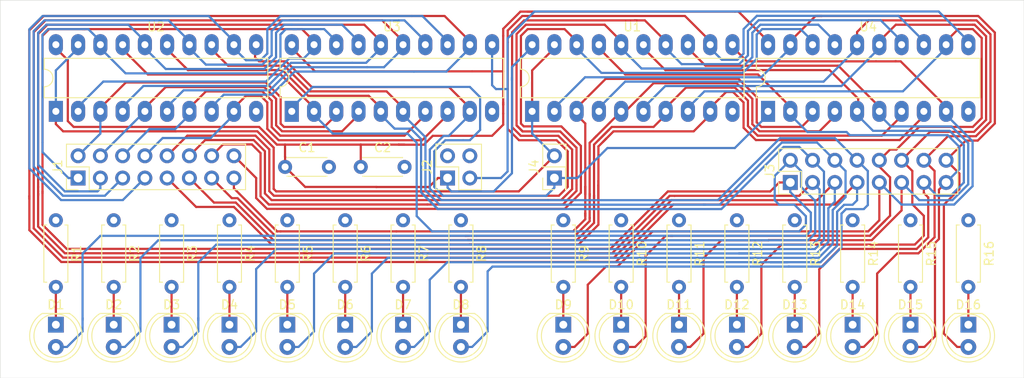
<source format=kicad_pcb>
(kicad_pcb (version 20171130) (host pcbnew "(5.1.4)-1")

  (general
    (thickness 1.6)
    (drawings 4)
    (tracks 959)
    (zones 0)
    (modules 42)
    (nets 55)
  )

  (page A4)
  (title_block
    (title Register)
  )

  (layers
    (0 F.Cu signal)
    (31 B.Cu signal)
    (32 B.Adhes user)
    (33 F.Adhes user)
    (34 B.Paste user)
    (35 F.Paste user)
    (36 B.SilkS user)
    (37 F.SilkS user)
    (38 B.Mask user)
    (39 F.Mask user)
    (40 Dwgs.User user)
    (41 Cmts.User user)
    (42 Eco1.User user)
    (43 Eco2.User user)
    (44 Edge.Cuts user)
    (45 Margin user)
    (46 B.CrtYd user)
    (47 F.CrtYd user)
    (48 B.Fab user)
    (49 F.Fab user)
  )

  (setup
    (last_trace_width 0.25)
    (trace_clearance 0.25)
    (zone_clearance 0.508)
    (zone_45_only no)
    (trace_min 0.25)
    (via_size 0.8)
    (via_drill 0.4)
    (via_min_size 0.4)
    (via_min_drill 0.3)
    (uvia_size 0.3)
    (uvia_drill 0.1)
    (uvias_allowed no)
    (uvia_min_size 0.2)
    (uvia_min_drill 0.1)
    (edge_width 0.05)
    (segment_width 0.2)
    (pcb_text_width 0.3)
    (pcb_text_size 1.5 1.5)
    (mod_edge_width 0.12)
    (mod_text_size 1 1)
    (mod_text_width 0.15)
    (pad_size 1.524 1.524)
    (pad_drill 0.762)
    (pad_to_mask_clearance 0.051)
    (solder_mask_min_width 0.25)
    (aux_axis_origin 0 0)
    (visible_elements 7FFFFFFF)
    (pcbplotparams
      (layerselection 0x010fc_ffffffff)
      (usegerberextensions false)
      (usegerberattributes false)
      (usegerberadvancedattributes false)
      (creategerberjobfile false)
      (excludeedgelayer true)
      (linewidth 0.100000)
      (plotframeref false)
      (viasonmask false)
      (mode 1)
      (useauxorigin false)
      (hpglpennumber 1)
      (hpglpenspeed 20)
      (hpglpendiameter 15.000000)
      (psnegative false)
      (psa4output false)
      (plotreference true)
      (plotvalue true)
      (plotinvisibletext false)
      (padsonsilk false)
      (subtractmaskfromsilk false)
      (outputformat 1)
      (mirror false)
      (drillshape 1)
      (scaleselection 1)
      (outputdirectory ""))
  )

  (net 0 "")
  (net 1 "Net-(D1-Pad1)")
  (net 2 GND)
  (net 3 /D15)
  (net 4 /D14)
  (net 5 /D13)
  (net 6 /D12)
  (net 7 /D11)
  (net 8 /D10)
  (net 9 /D9)
  (net 10 /D8)
  (net 11 /D7)
  (net 12 /D6)
  (net 13 /D5)
  (net 14 /D4)
  (net 15 /D3)
  (net 16 /D2)
  (net 17 /D1)
  (net 18 /D0)
  (net 19 "Net-(J2-Pad4)")
  (net 20 VCC)
  (net 21 /RD15)
  (net 22 /RD14)
  (net 23 /RD13)
  (net 24 /RD12)
  (net 25 /RD11)
  (net 26 /RD10)
  (net 27 /RD9)
  (net 28 /RD8)
  (net 29 /RD7)
  (net 30 /RD6)
  (net 31 /RD5)
  (net 32 /RD4)
  (net 33 /RD3)
  (net 34 /RD2)
  (net 35 /RD1)
  (net 36 /RD0)
  (net 37 "Net-(D2-Pad1)")
  (net 38 "Net-(D3-Pad1)")
  (net 39 "Net-(D4-Pad1)")
  (net 40 "Net-(D5-Pad1)")
  (net 41 "Net-(D6-Pad1)")
  (net 42 "Net-(D7-Pad1)")
  (net 43 "Net-(D8-Pad1)")
  (net 44 "Net-(D9-Pad1)")
  (net 45 "Net-(D10-Pad1)")
  (net 46 "Net-(D11-Pad1)")
  (net 47 "Net-(D12-Pad1)")
  (net 48 "Net-(D13-Pad1)")
  (net 49 "Net-(D14-Pad1)")
  (net 50 "Net-(D15-Pad1)")
  (net 51 "Net-(D16-Pad1)")
  (net 52 /CLK)
  (net 53 /~ENABLE_INPUT~)
  (net 54 /~ENABLE_OUTPUT~)

  (net_class Default "This is the default net class."
    (clearance 0.25)
    (trace_width 0.25)
    (via_dia 0.8)
    (via_drill 0.4)
    (uvia_dia 0.3)
    (uvia_drill 0.1)
    (diff_pair_width 0.25)
    (diff_pair_gap 0.25)
    (add_net /CLK)
    (add_net /D0)
    (add_net /D1)
    (add_net /D10)
    (add_net /D11)
    (add_net /D12)
    (add_net /D13)
    (add_net /D14)
    (add_net /D15)
    (add_net /D2)
    (add_net /D3)
    (add_net /D4)
    (add_net /D5)
    (add_net /D6)
    (add_net /D7)
    (add_net /D8)
    (add_net /D9)
    (add_net /RD0)
    (add_net /RD1)
    (add_net /RD10)
    (add_net /RD11)
    (add_net /RD12)
    (add_net /RD13)
    (add_net /RD14)
    (add_net /RD15)
    (add_net /RD2)
    (add_net /RD3)
    (add_net /RD4)
    (add_net /RD5)
    (add_net /RD6)
    (add_net /RD7)
    (add_net /RD8)
    (add_net /RD9)
    (add_net /~ENABLE_INPUT~)
    (add_net /~ENABLE_OUTPUT~)
    (add_net GND)
    (add_net "Net-(D1-Pad1)")
    (add_net "Net-(D10-Pad1)")
    (add_net "Net-(D11-Pad1)")
    (add_net "Net-(D12-Pad1)")
    (add_net "Net-(D13-Pad1)")
    (add_net "Net-(D14-Pad1)")
    (add_net "Net-(D15-Pad1)")
    (add_net "Net-(D16-Pad1)")
    (add_net "Net-(D2-Pad1)")
    (add_net "Net-(D3-Pad1)")
    (add_net "Net-(D4-Pad1)")
    (add_net "Net-(D5-Pad1)")
    (add_net "Net-(D6-Pad1)")
    (add_net "Net-(D7-Pad1)")
    (add_net "Net-(D8-Pad1)")
    (add_net "Net-(D9-Pad1)")
    (add_net "Net-(J2-Pad4)")
    (add_net VCC)
  )

  (module Capacitor_THT:C_Disc_D4.3mm_W1.9mm_P5.00mm (layer F.Cu) (tedit 5AE50EF0) (tstamp 5EB80543)
    (at 117.348 69.85)
    (descr "C, Disc series, Radial, pin pitch=5.00mm, , diameter*width=4.3*1.9mm^2, Capacitor, http://www.vishay.com/docs/45233/krseries.pdf")
    (tags "C Disc series Radial pin pitch 5.00mm  diameter 4.3mm width 1.9mm Capacitor")
    (path /5EBAD929/5EC0587B)
    (fp_text reference C2 (at 2.5 -2.2) (layer F.SilkS)
      (effects (font (size 1 1) (thickness 0.15)))
    )
    (fp_text value 0.1µF (at 2.5 2.2) (layer F.Fab)
      (effects (font (size 1 1) (thickness 0.15)))
    )
    (fp_text user %R (at 2.5 0) (layer F.Fab)
      (effects (font (size 0.86 0.86) (thickness 0.129)))
    )
    (fp_line (start 6.05 -1.2) (end -1.05 -1.2) (layer F.CrtYd) (width 0.05))
    (fp_line (start 6.05 1.2) (end 6.05 -1.2) (layer F.CrtYd) (width 0.05))
    (fp_line (start -1.05 1.2) (end 6.05 1.2) (layer F.CrtYd) (width 0.05))
    (fp_line (start -1.05 -1.2) (end -1.05 1.2) (layer F.CrtYd) (width 0.05))
    (fp_line (start 4.77 1.055) (end 4.77 1.07) (layer F.SilkS) (width 0.12))
    (fp_line (start 4.77 -1.07) (end 4.77 -1.055) (layer F.SilkS) (width 0.12))
    (fp_line (start 0.23 1.055) (end 0.23 1.07) (layer F.SilkS) (width 0.12))
    (fp_line (start 0.23 -1.07) (end 0.23 -1.055) (layer F.SilkS) (width 0.12))
    (fp_line (start 0.23 1.07) (end 4.77 1.07) (layer F.SilkS) (width 0.12))
    (fp_line (start 0.23 -1.07) (end 4.77 -1.07) (layer F.SilkS) (width 0.12))
    (fp_line (start 4.65 -0.95) (end 0.35 -0.95) (layer F.Fab) (width 0.1))
    (fp_line (start 4.65 0.95) (end 4.65 -0.95) (layer F.Fab) (width 0.1))
    (fp_line (start 0.35 0.95) (end 4.65 0.95) (layer F.Fab) (width 0.1))
    (fp_line (start 0.35 -0.95) (end 0.35 0.95) (layer F.Fab) (width 0.1))
    (pad 2 thru_hole circle (at 5 0) (size 1.6 1.6) (drill 0.8) (layers *.Cu *.Mask)
      (net 2 GND))
    (pad 1 thru_hole circle (at 0 0) (size 1.6 1.6) (drill 0.8) (layers *.Cu *.Mask)
      (net 20 VCC))
    (model ${KISYS3DMOD}/Capacitor_THT.3dshapes/C_Disc_D4.3mm_W1.9mm_P5.00mm.wrl
      (at (xyz 0 0 0))
      (scale (xyz 1 1 1))
      (rotate (xyz 0 0 0))
    )
  )

  (module Capacitor_THT:C_Disc_D4.3mm_W1.9mm_P5.00mm (layer F.Cu) (tedit 5AE50EF0) (tstamp 5EB80FAA)
    (at 108.712 69.85)
    (descr "C, Disc series, Radial, pin pitch=5.00mm, , diameter*width=4.3*1.9mm^2, Capacitor, http://www.vishay.com/docs/45233/krseries.pdf")
    (tags "C Disc series Radial pin pitch 5.00mm  diameter 4.3mm width 1.9mm Capacitor")
    (path /5EBAD929/5EC05868)
    (fp_text reference C1 (at 2.5 -2.2) (layer F.SilkS)
      (effects (font (size 1 1) (thickness 0.15)))
    )
    (fp_text value 0.1µF (at 2.5 2.2) (layer F.Fab)
      (effects (font (size 1 1) (thickness 0.15)))
    )
    (fp_text user %R (at 2.5 0) (layer F.Fab)
      (effects (font (size 0.86 0.86) (thickness 0.129)))
    )
    (fp_line (start 6.05 -1.2) (end -1.05 -1.2) (layer F.CrtYd) (width 0.05))
    (fp_line (start 6.05 1.2) (end 6.05 -1.2) (layer F.CrtYd) (width 0.05))
    (fp_line (start -1.05 1.2) (end 6.05 1.2) (layer F.CrtYd) (width 0.05))
    (fp_line (start -1.05 -1.2) (end -1.05 1.2) (layer F.CrtYd) (width 0.05))
    (fp_line (start 4.77 1.055) (end 4.77 1.07) (layer F.SilkS) (width 0.12))
    (fp_line (start 4.77 -1.07) (end 4.77 -1.055) (layer F.SilkS) (width 0.12))
    (fp_line (start 0.23 1.055) (end 0.23 1.07) (layer F.SilkS) (width 0.12))
    (fp_line (start 0.23 -1.07) (end 0.23 -1.055) (layer F.SilkS) (width 0.12))
    (fp_line (start 0.23 1.07) (end 4.77 1.07) (layer F.SilkS) (width 0.12))
    (fp_line (start 0.23 -1.07) (end 4.77 -1.07) (layer F.SilkS) (width 0.12))
    (fp_line (start 4.65 -0.95) (end 0.35 -0.95) (layer F.Fab) (width 0.1))
    (fp_line (start 4.65 0.95) (end 4.65 -0.95) (layer F.Fab) (width 0.1))
    (fp_line (start 0.35 0.95) (end 4.65 0.95) (layer F.Fab) (width 0.1))
    (fp_line (start 0.35 -0.95) (end 0.35 0.95) (layer F.Fab) (width 0.1))
    (pad 2 thru_hole circle (at 5 0) (size 1.6 1.6) (drill 0.8) (layers *.Cu *.Mask)
      (net 2 GND))
    (pad 1 thru_hole circle (at 0 0) (size 1.6 1.6) (drill 0.8) (layers *.Cu *.Mask)
      (net 20 VCC))
    (model ${KISYS3DMOD}/Capacitor_THT.3dshapes/C_Disc_D4.3mm_W1.9mm_P5.00mm.wrl
      (at (xyz 0 0 0))
      (scale (xyz 1 1 1))
      (rotate (xyz 0 0 0))
    )
  )

  (module Connector_PinHeader_2.54mm:PinHeader_2x08_P2.54mm_Vertical (layer F.Cu) (tedit 59FED5CC) (tstamp 5EB6359F)
    (at 85.09 71.12 90)
    (descr "Through hole straight pin header, 2x08, 2.54mm pitch, double rows")
    (tags "Through hole pin header THT 2x08 2.54mm double row")
    (path /5EB661DD)
    (fp_text reference J1 (at 1.27 -2.33 90) (layer F.SilkS)
      (effects (font (size 1 1) (thickness 0.15)))
    )
    (fp_text value Conn_02x08_Odd_Even (at 1.27 20.11 90) (layer F.Fab)
      (effects (font (size 1 1) (thickness 0.15)))
    )
    (fp_text user %R (at 1.27 8.89) (layer F.Fab)
      (effects (font (size 1 1) (thickness 0.15)))
    )
    (fp_line (start 4.35 -1.8) (end -1.8 -1.8) (layer F.CrtYd) (width 0.05))
    (fp_line (start 4.35 19.55) (end 4.35 -1.8) (layer F.CrtYd) (width 0.05))
    (fp_line (start -1.8 19.55) (end 4.35 19.55) (layer F.CrtYd) (width 0.05))
    (fp_line (start -1.8 -1.8) (end -1.8 19.55) (layer F.CrtYd) (width 0.05))
    (fp_line (start -1.33 -1.33) (end 0 -1.33) (layer F.SilkS) (width 0.12))
    (fp_line (start -1.33 0) (end -1.33 -1.33) (layer F.SilkS) (width 0.12))
    (fp_line (start 1.27 -1.33) (end 3.87 -1.33) (layer F.SilkS) (width 0.12))
    (fp_line (start 1.27 1.27) (end 1.27 -1.33) (layer F.SilkS) (width 0.12))
    (fp_line (start -1.33 1.27) (end 1.27 1.27) (layer F.SilkS) (width 0.12))
    (fp_line (start 3.87 -1.33) (end 3.87 19.11) (layer F.SilkS) (width 0.12))
    (fp_line (start -1.33 1.27) (end -1.33 19.11) (layer F.SilkS) (width 0.12))
    (fp_line (start -1.33 19.11) (end 3.87 19.11) (layer F.SilkS) (width 0.12))
    (fp_line (start -1.27 0) (end 0 -1.27) (layer F.Fab) (width 0.1))
    (fp_line (start -1.27 19.05) (end -1.27 0) (layer F.Fab) (width 0.1))
    (fp_line (start 3.81 19.05) (end -1.27 19.05) (layer F.Fab) (width 0.1))
    (fp_line (start 3.81 -1.27) (end 3.81 19.05) (layer F.Fab) (width 0.1))
    (fp_line (start 0 -1.27) (end 3.81 -1.27) (layer F.Fab) (width 0.1))
    (pad 16 thru_hole oval (at 2.54 17.78 90) (size 1.7 1.7) (drill 1) (layers *.Cu *.Mask)
      (net 3 /D15))
    (pad 15 thru_hole oval (at 0 17.78 90) (size 1.7 1.7) (drill 1) (layers *.Cu *.Mask)
      (net 4 /D14))
    (pad 14 thru_hole oval (at 2.54 15.24 90) (size 1.7 1.7) (drill 1) (layers *.Cu *.Mask)
      (net 5 /D13))
    (pad 13 thru_hole oval (at 0 15.24 90) (size 1.7 1.7) (drill 1) (layers *.Cu *.Mask)
      (net 6 /D12))
    (pad 12 thru_hole oval (at 2.54 12.7 90) (size 1.7 1.7) (drill 1) (layers *.Cu *.Mask)
      (net 7 /D11))
    (pad 11 thru_hole oval (at 0 12.7 90) (size 1.7 1.7) (drill 1) (layers *.Cu *.Mask)
      (net 8 /D10))
    (pad 10 thru_hole oval (at 2.54 10.16 90) (size 1.7 1.7) (drill 1) (layers *.Cu *.Mask)
      (net 9 /D9))
    (pad 9 thru_hole oval (at 0 10.16 90) (size 1.7 1.7) (drill 1) (layers *.Cu *.Mask)
      (net 10 /D8))
    (pad 8 thru_hole oval (at 2.54 7.62 90) (size 1.7 1.7) (drill 1) (layers *.Cu *.Mask)
      (net 11 /D7))
    (pad 7 thru_hole oval (at 0 7.62 90) (size 1.7 1.7) (drill 1) (layers *.Cu *.Mask)
      (net 12 /D6))
    (pad 6 thru_hole oval (at 2.54 5.08 90) (size 1.7 1.7) (drill 1) (layers *.Cu *.Mask)
      (net 13 /D5))
    (pad 5 thru_hole oval (at 0 5.08 90) (size 1.7 1.7) (drill 1) (layers *.Cu *.Mask)
      (net 14 /D4))
    (pad 4 thru_hole oval (at 2.54 2.54 90) (size 1.7 1.7) (drill 1) (layers *.Cu *.Mask)
      (net 15 /D3))
    (pad 3 thru_hole oval (at 0 2.54 90) (size 1.7 1.7) (drill 1) (layers *.Cu *.Mask)
      (net 16 /D2))
    (pad 2 thru_hole oval (at 2.54 0 90) (size 1.7 1.7) (drill 1) (layers *.Cu *.Mask)
      (net 17 /D1))
    (pad 1 thru_hole rect (at 0 0 90) (size 1.7 1.7) (drill 1) (layers *.Cu *.Mask)
      (net 18 /D0))
    (model ${KISYS3DMOD}/Connector_PinHeader_2.54mm.3dshapes/PinHeader_2x08_P2.54mm_Vertical.wrl
      (at (xyz 0 0 0))
      (scale (xyz 1 1 1))
      (rotate (xyz 0 0 0))
    )
  )

  (module Connector_PinHeader_2.54mm:PinHeader_2x02_P2.54mm_Vertical (layer F.Cu) (tedit 59FED5CC) (tstamp 5EB5F113)
    (at 127.254 71.12 90)
    (descr "Through hole straight pin header, 2x02, 2.54mm pitch, double rows")
    (tags "Through hole pin header THT 2x02 2.54mm double row")
    (path /5EC8A0F4)
    (fp_text reference J2 (at 1.27 -2.33 90) (layer F.SilkS)
      (effects (font (size 1 1) (thickness 0.15)))
    )
    (fp_text value Conn_02x02_Odd_Even (at 1.27 4.87 90) (layer F.Fab)
      (effects (font (size 1 1) (thickness 0.15)))
    )
    (fp_line (start 0 -1.27) (end 3.81 -1.27) (layer F.Fab) (width 0.1))
    (fp_line (start 3.81 -1.27) (end 3.81 3.81) (layer F.Fab) (width 0.1))
    (fp_line (start 3.81 3.81) (end -1.27 3.81) (layer F.Fab) (width 0.1))
    (fp_line (start -1.27 3.81) (end -1.27 0) (layer F.Fab) (width 0.1))
    (fp_line (start -1.27 0) (end 0 -1.27) (layer F.Fab) (width 0.1))
    (fp_line (start -1.33 3.87) (end 3.87 3.87) (layer F.SilkS) (width 0.12))
    (fp_line (start -1.33 1.27) (end -1.33 3.87) (layer F.SilkS) (width 0.12))
    (fp_line (start 3.87 -1.33) (end 3.87 3.87) (layer F.SilkS) (width 0.12))
    (fp_line (start -1.33 1.27) (end 1.27 1.27) (layer F.SilkS) (width 0.12))
    (fp_line (start 1.27 1.27) (end 1.27 -1.33) (layer F.SilkS) (width 0.12))
    (fp_line (start 1.27 -1.33) (end 3.87 -1.33) (layer F.SilkS) (width 0.12))
    (fp_line (start -1.33 0) (end -1.33 -1.33) (layer F.SilkS) (width 0.12))
    (fp_line (start -1.33 -1.33) (end 0 -1.33) (layer F.SilkS) (width 0.12))
    (fp_line (start -1.8 -1.8) (end -1.8 4.35) (layer F.CrtYd) (width 0.05))
    (fp_line (start -1.8 4.35) (end 4.35 4.35) (layer F.CrtYd) (width 0.05))
    (fp_line (start 4.35 4.35) (end 4.35 -1.8) (layer F.CrtYd) (width 0.05))
    (fp_line (start 4.35 -1.8) (end -1.8 -1.8) (layer F.CrtYd) (width 0.05))
    (fp_text user %R (at 1.27 1.27) (layer F.Fab)
      (effects (font (size 1 1) (thickness 0.15)))
    )
    (pad 1 thru_hole rect (at 0 0 90) (size 1.7 1.7) (drill 1) (layers *.Cu *.Mask)
      (net 20 VCC))
    (pad 2 thru_hole oval (at 2.54 0 90) (size 1.7 1.7) (drill 1) (layers *.Cu *.Mask)
      (net 2 GND))
    (pad 3 thru_hole oval (at 0 2.54 90) (size 1.7 1.7) (drill 1) (layers *.Cu *.Mask)
      (net 52 /CLK))
    (pad 4 thru_hole oval (at 2.54 2.54 90) (size 1.7 1.7) (drill 1) (layers *.Cu *.Mask)
      (net 19 "Net-(J2-Pad4)"))
    (model ${KISYS3DMOD}/Connector_PinHeader_2.54mm.3dshapes/PinHeader_2x02_P2.54mm_Vertical.wrl
      (at (xyz 0 0 0))
      (scale (xyz 1 1 1))
      (rotate (xyz 0 0 0))
    )
  )

  (module Connector_PinHeader_2.54mm:PinHeader_2x08_P2.54mm_Vertical (layer F.Cu) (tedit 59FED5CC) (tstamp 5EB6A97F)
    (at 166.37 71.628 90)
    (descr "Through hole straight pin header, 2x08, 2.54mm pitch, double rows")
    (tags "Through hole pin header THT 2x08 2.54mm double row")
    (path /5EB83245)
    (fp_text reference J3 (at 1.27 -2.33 90) (layer F.SilkS)
      (effects (font (size 1 1) (thickness 0.15)))
    )
    (fp_text value Conn_02x08_Odd_Even (at 1.27 20.11 90) (layer F.Fab)
      (effects (font (size 1 1) (thickness 0.15)))
    )
    (fp_line (start 0 -1.27) (end 3.81 -1.27) (layer F.Fab) (width 0.1))
    (fp_line (start 3.81 -1.27) (end 3.81 19.05) (layer F.Fab) (width 0.1))
    (fp_line (start 3.81 19.05) (end -1.27 19.05) (layer F.Fab) (width 0.1))
    (fp_line (start -1.27 19.05) (end -1.27 0) (layer F.Fab) (width 0.1))
    (fp_line (start -1.27 0) (end 0 -1.27) (layer F.Fab) (width 0.1))
    (fp_line (start -1.33 19.11) (end 3.87 19.11) (layer F.SilkS) (width 0.12))
    (fp_line (start -1.33 1.27) (end -1.33 19.11) (layer F.SilkS) (width 0.12))
    (fp_line (start 3.87 -1.33) (end 3.87 19.11) (layer F.SilkS) (width 0.12))
    (fp_line (start -1.33 1.27) (end 1.27 1.27) (layer F.SilkS) (width 0.12))
    (fp_line (start 1.27 1.27) (end 1.27 -1.33) (layer F.SilkS) (width 0.12))
    (fp_line (start 1.27 -1.33) (end 3.87 -1.33) (layer F.SilkS) (width 0.12))
    (fp_line (start -1.33 0) (end -1.33 -1.33) (layer F.SilkS) (width 0.12))
    (fp_line (start -1.33 -1.33) (end 0 -1.33) (layer F.SilkS) (width 0.12))
    (fp_line (start -1.8 -1.8) (end -1.8 19.55) (layer F.CrtYd) (width 0.05))
    (fp_line (start -1.8 19.55) (end 4.35 19.55) (layer F.CrtYd) (width 0.05))
    (fp_line (start 4.35 19.55) (end 4.35 -1.8) (layer F.CrtYd) (width 0.05))
    (fp_line (start 4.35 -1.8) (end -1.8 -1.8) (layer F.CrtYd) (width 0.05))
    (fp_text user %R (at 1.27 8.89) (layer F.Fab)
      (effects (font (size 1 1) (thickness 0.15)))
    )
    (pad 1 thru_hole rect (at 0 0 90) (size 1.7 1.7) (drill 1) (layers *.Cu *.Mask)
      (net 36 /RD0))
    (pad 2 thru_hole oval (at 2.54 0 90) (size 1.7 1.7) (drill 1) (layers *.Cu *.Mask)
      (net 35 /RD1))
    (pad 3 thru_hole oval (at 0 2.54 90) (size 1.7 1.7) (drill 1) (layers *.Cu *.Mask)
      (net 34 /RD2))
    (pad 4 thru_hole oval (at 2.54 2.54 90) (size 1.7 1.7) (drill 1) (layers *.Cu *.Mask)
      (net 33 /RD3))
    (pad 5 thru_hole oval (at 0 5.08 90) (size 1.7 1.7) (drill 1) (layers *.Cu *.Mask)
      (net 32 /RD4))
    (pad 6 thru_hole oval (at 2.54 5.08 90) (size 1.7 1.7) (drill 1) (layers *.Cu *.Mask)
      (net 31 /RD5))
    (pad 7 thru_hole oval (at 0 7.62 90) (size 1.7 1.7) (drill 1) (layers *.Cu *.Mask)
      (net 30 /RD6))
    (pad 8 thru_hole oval (at 2.54 7.62 90) (size 1.7 1.7) (drill 1) (layers *.Cu *.Mask)
      (net 29 /RD7))
    (pad 9 thru_hole oval (at 0 10.16 90) (size 1.7 1.7) (drill 1) (layers *.Cu *.Mask)
      (net 28 /RD8))
    (pad 10 thru_hole oval (at 2.54 10.16 90) (size 1.7 1.7) (drill 1) (layers *.Cu *.Mask)
      (net 27 /RD9))
    (pad 11 thru_hole oval (at 0 12.7 90) (size 1.7 1.7) (drill 1) (layers *.Cu *.Mask)
      (net 26 /RD10))
    (pad 12 thru_hole oval (at 2.54 12.7 90) (size 1.7 1.7) (drill 1) (layers *.Cu *.Mask)
      (net 25 /RD11))
    (pad 13 thru_hole oval (at 0 15.24 90) (size 1.7 1.7) (drill 1) (layers *.Cu *.Mask)
      (net 24 /RD12))
    (pad 14 thru_hole oval (at 2.54 15.24 90) (size 1.7 1.7) (drill 1) (layers *.Cu *.Mask)
      (net 23 /RD13))
    (pad 15 thru_hole oval (at 0 17.78 90) (size 1.7 1.7) (drill 1) (layers *.Cu *.Mask)
      (net 22 /RD14))
    (pad 16 thru_hole oval (at 2.54 17.78 90) (size 1.7 1.7) (drill 1) (layers *.Cu *.Mask)
      (net 21 /RD15))
    (model ${KISYS3DMOD}/Connector_PinHeader_2.54mm.3dshapes/PinHeader_2x08_P2.54mm_Vertical.wrl
      (at (xyz 0 0 0))
      (scale (xyz 1 1 1))
      (rotate (xyz 0 0 0))
    )
  )

  (module Connector_PinHeader_2.54mm:PinHeader_2x01_P2.54mm_Vertical (layer F.Cu) (tedit 59FED5CC) (tstamp 5EB6079B)
    (at 139.446 71.12 90)
    (descr "Through hole straight pin header, 2x01, 2.54mm pitch, double rows")
    (tags "Through hole pin header THT 2x01 2.54mm double row")
    (path /5ECF0B06)
    (fp_text reference J4 (at 1.27 -2.33 90) (layer F.SilkS)
      (effects (font (size 1 1) (thickness 0.15)))
    )
    (fp_text value Conn_02x01 (at 1.27 2.33 90) (layer F.Fab)
      (effects (font (size 1 1) (thickness 0.15)))
    )
    (fp_line (start 0 -1.27) (end 3.81 -1.27) (layer F.Fab) (width 0.1))
    (fp_line (start 3.81 -1.27) (end 3.81 1.27) (layer F.Fab) (width 0.1))
    (fp_line (start 3.81 1.27) (end -1.27 1.27) (layer F.Fab) (width 0.1))
    (fp_line (start -1.27 1.27) (end -1.27 0) (layer F.Fab) (width 0.1))
    (fp_line (start -1.27 0) (end 0 -1.27) (layer F.Fab) (width 0.1))
    (fp_line (start -1.33 1.33) (end 3.87 1.33) (layer F.SilkS) (width 0.12))
    (fp_line (start -1.33 1.27) (end -1.33 1.33) (layer F.SilkS) (width 0.12))
    (fp_line (start 3.87 -1.33) (end 3.87 1.33) (layer F.SilkS) (width 0.12))
    (fp_line (start -1.33 1.27) (end 1.27 1.27) (layer F.SilkS) (width 0.12))
    (fp_line (start 1.27 1.27) (end 1.27 -1.33) (layer F.SilkS) (width 0.12))
    (fp_line (start 1.27 -1.33) (end 3.87 -1.33) (layer F.SilkS) (width 0.12))
    (fp_line (start -1.33 0) (end -1.33 -1.33) (layer F.SilkS) (width 0.12))
    (fp_line (start -1.33 -1.33) (end 0 -1.33) (layer F.SilkS) (width 0.12))
    (fp_line (start -1.8 -1.8) (end -1.8 1.8) (layer F.CrtYd) (width 0.05))
    (fp_line (start -1.8 1.8) (end 4.35 1.8) (layer F.CrtYd) (width 0.05))
    (fp_line (start 4.35 1.8) (end 4.35 -1.8) (layer F.CrtYd) (width 0.05))
    (fp_line (start 4.35 -1.8) (end -1.8 -1.8) (layer F.CrtYd) (width 0.05))
    (fp_text user %R (at 1.27 0) (layer F.Fab)
      (effects (font (size 1 1) (thickness 0.15)))
    )
    (pad 1 thru_hole rect (at 0 0 90) (size 1.7 1.7) (drill 1) (layers *.Cu *.Mask)
      (net 53 /~ENABLE_INPUT~))
    (pad 2 thru_hole oval (at 2.54 0 90) (size 1.7 1.7) (drill 1) (layers *.Cu *.Mask)
      (net 54 /~ENABLE_OUTPUT~))
    (model ${KISYS3DMOD}/Connector_PinHeader_2.54mm.3dshapes/PinHeader_2x01_P2.54mm_Vertical.wrl
      (at (xyz 0 0 0))
      (scale (xyz 1 1 1))
      (rotate (xyz 0 0 0))
    )
  )

  (module Package_DIP:DIP-20_W7.62mm_LongPads (layer F.Cu) (tedit 5A02E8C5) (tstamp 5EB60961)
    (at 136.906 63.5 90)
    (descr "20-lead though-hole mounted DIP package, row spacing 7.62 mm (300 mils), LongPads")
    (tags "THT DIP DIL PDIP 2.54mm 7.62mm 300mil LongPads")
    (path /5EBAD929/5EC0559D)
    (fp_text reference U1 (at 9.652 11.43 180) (layer F.SilkS)
      (effects (font (size 1 1) (thickness 0.15)))
    )
    (fp_text value 74LS244 (at 3.81 25.19 90) (layer F.Fab)
      (effects (font (size 1 1) (thickness 0.15)))
    )
    (fp_arc (start 3.81 -1.33) (end 2.81 -1.33) (angle -180) (layer F.SilkS) (width 0.12))
    (fp_line (start 1.635 -1.27) (end 6.985 -1.27) (layer F.Fab) (width 0.1))
    (fp_line (start 6.985 -1.27) (end 6.985 24.13) (layer F.Fab) (width 0.1))
    (fp_line (start 6.985 24.13) (end 0.635 24.13) (layer F.Fab) (width 0.1))
    (fp_line (start 0.635 24.13) (end 0.635 -0.27) (layer F.Fab) (width 0.1))
    (fp_line (start 0.635 -0.27) (end 1.635 -1.27) (layer F.Fab) (width 0.1))
    (fp_line (start 2.81 -1.33) (end 1.56 -1.33) (layer F.SilkS) (width 0.12))
    (fp_line (start 1.56 -1.33) (end 1.56 24.19) (layer F.SilkS) (width 0.12))
    (fp_line (start 1.56 24.19) (end 6.06 24.19) (layer F.SilkS) (width 0.12))
    (fp_line (start 6.06 24.19) (end 6.06 -1.33) (layer F.SilkS) (width 0.12))
    (fp_line (start 6.06 -1.33) (end 4.81 -1.33) (layer F.SilkS) (width 0.12))
    (fp_line (start -1.45 -1.55) (end -1.45 24.4) (layer F.CrtYd) (width 0.05))
    (fp_line (start -1.45 24.4) (end 9.1 24.4) (layer F.CrtYd) (width 0.05))
    (fp_line (start 9.1 24.4) (end 9.1 -1.55) (layer F.CrtYd) (width 0.05))
    (fp_line (start 9.1 -1.55) (end -1.45 -1.55) (layer F.CrtYd) (width 0.05))
    (fp_text user %R (at 3.81 11.43 90) (layer F.Fab)
      (effects (font (size 1 1) (thickness 0.15)))
    )
    (pad 1 thru_hole rect (at 0 0 90) (size 2.4 1.6) (drill 0.8) (layers *.Cu *.Mask)
      (net 54 /~ENABLE_OUTPUT~))
    (pad 11 thru_hole oval (at 7.62 22.86 90) (size 2.4 1.6) (drill 0.8) (layers *.Cu *.Mask)
      (net 28 /RD8))
    (pad 2 thru_hole oval (at 0 2.54 90) (size 2.4 1.6) (drill 0.8) (layers *.Cu *.Mask)
      (net 21 /RD15))
    (pad 12 thru_hole oval (at 7.62 20.32 90) (size 2.4 1.6) (drill 0.8) (layers *.Cu *.Mask)
      (net 9 /D9))
    (pad 3 thru_hole oval (at 0 5.08 90) (size 2.4 1.6) (drill 0.8) (layers *.Cu *.Mask)
      (net 4 /D14))
    (pad 13 thru_hole oval (at 7.62 17.78 90) (size 2.4 1.6) (drill 0.8) (layers *.Cu *.Mask)
      (net 26 /RD10))
    (pad 4 thru_hole oval (at 0 7.62 90) (size 2.4 1.6) (drill 0.8) (layers *.Cu *.Mask)
      (net 23 /RD13))
    (pad 14 thru_hole oval (at 7.62 15.24 90) (size 2.4 1.6) (drill 0.8) (layers *.Cu *.Mask)
      (net 7 /D11))
    (pad 5 thru_hole oval (at 0 10.16 90) (size 2.4 1.6) (drill 0.8) (layers *.Cu *.Mask)
      (net 6 /D12))
    (pad 15 thru_hole oval (at 7.62 12.7 90) (size 2.4 1.6) (drill 0.8) (layers *.Cu *.Mask)
      (net 24 /RD12))
    (pad 6 thru_hole oval (at 0 12.7 90) (size 2.4 1.6) (drill 0.8) (layers *.Cu *.Mask)
      (net 25 /RD11))
    (pad 16 thru_hole oval (at 7.62 10.16 90) (size 2.4 1.6) (drill 0.8) (layers *.Cu *.Mask)
      (net 5 /D13))
    (pad 7 thru_hole oval (at 0 15.24 90) (size 2.4 1.6) (drill 0.8) (layers *.Cu *.Mask)
      (net 8 /D10))
    (pad 17 thru_hole oval (at 7.62 7.62 90) (size 2.4 1.6) (drill 0.8) (layers *.Cu *.Mask)
      (net 22 /RD14))
    (pad 8 thru_hole oval (at 0 17.78 90) (size 2.4 1.6) (drill 0.8) (layers *.Cu *.Mask)
      (net 27 /RD9))
    (pad 18 thru_hole oval (at 7.62 5.08 90) (size 2.4 1.6) (drill 0.8) (layers *.Cu *.Mask)
      (net 3 /D15))
    (pad 9 thru_hole oval (at 0 20.32 90) (size 2.4 1.6) (drill 0.8) (layers *.Cu *.Mask)
      (net 10 /D8))
    (pad 19 thru_hole oval (at 7.62 2.54 90) (size 2.4 1.6) (drill 0.8) (layers *.Cu *.Mask)
      (net 54 /~ENABLE_OUTPUT~))
    (pad 10 thru_hole oval (at 0 22.86 90) (size 2.4 1.6) (drill 0.8) (layers *.Cu *.Mask)
      (net 2 GND))
    (pad 20 thru_hole oval (at 7.62 0 90) (size 2.4 1.6) (drill 0.8) (layers *.Cu *.Mask)
      (net 20 VCC))
    (model ${KISYS3DMOD}/Package_DIP.3dshapes/DIP-20_W7.62mm.wrl
      (at (xyz 0 0 0))
      (scale (xyz 1 1 1))
      (rotate (xyz 0 0 0))
    )
  )

  (module Package_DIP:DIP-20_W7.62mm_LongPads (layer F.Cu) (tedit 5A02E8C5) (tstamp 5EB5FAA3)
    (at 109.474 63.5 90)
    (descr "20-lead though-hole mounted DIP package, row spacing 7.62 mm (300 mils), LongPads")
    (tags "THT DIP DIL PDIP 2.54mm 7.62mm 300mil LongPads")
    (path /5EBAD929/5EC05572)
    (fp_text reference U3 (at 9.652 11.43 180) (layer F.SilkS)
      (effects (font (size 1 1) (thickness 0.15)))
    )
    (fp_text value 74LS377 (at 3.81 25.19 90) (layer F.Fab)
      (effects (font (size 1 1) (thickness 0.15)))
    )
    (fp_arc (start 3.81 -1.33) (end 2.81 -1.33) (angle -180) (layer F.SilkS) (width 0.12))
    (fp_line (start 1.635 -1.27) (end 6.985 -1.27) (layer F.Fab) (width 0.1))
    (fp_line (start 6.985 -1.27) (end 6.985 24.13) (layer F.Fab) (width 0.1))
    (fp_line (start 6.985 24.13) (end 0.635 24.13) (layer F.Fab) (width 0.1))
    (fp_line (start 0.635 24.13) (end 0.635 -0.27) (layer F.Fab) (width 0.1))
    (fp_line (start 0.635 -0.27) (end 1.635 -1.27) (layer F.Fab) (width 0.1))
    (fp_line (start 2.81 -1.33) (end 1.56 -1.33) (layer F.SilkS) (width 0.12))
    (fp_line (start 1.56 -1.33) (end 1.56 24.19) (layer F.SilkS) (width 0.12))
    (fp_line (start 1.56 24.19) (end 6.06 24.19) (layer F.SilkS) (width 0.12))
    (fp_line (start 6.06 24.19) (end 6.06 -1.33) (layer F.SilkS) (width 0.12))
    (fp_line (start 6.06 -1.33) (end 4.81 -1.33) (layer F.SilkS) (width 0.12))
    (fp_line (start -1.45 -1.55) (end -1.45 24.4) (layer F.CrtYd) (width 0.05))
    (fp_line (start -1.45 24.4) (end 9.1 24.4) (layer F.CrtYd) (width 0.05))
    (fp_line (start 9.1 24.4) (end 9.1 -1.55) (layer F.CrtYd) (width 0.05))
    (fp_line (start 9.1 -1.55) (end -1.45 -1.55) (layer F.CrtYd) (width 0.05))
    (fp_text user %R (at 3.81 11.43 90) (layer F.Fab)
      (effects (font (size 1 1) (thickness 0.15)))
    )
    (pad 1 thru_hole rect (at 0 0 90) (size 2.4 1.6) (drill 0.8) (layers *.Cu *.Mask)
      (net 53 /~ENABLE_INPUT~))
    (pad 11 thru_hole oval (at 7.62 22.86 90) (size 2.4 1.6) (drill 0.8) (layers *.Cu *.Mask)
      (net 52 /CLK))
    (pad 2 thru_hole oval (at 0 2.54 90) (size 2.4 1.6) (drill 0.8) (layers *.Cu *.Mask)
      (net 35 /RD1))
    (pad 12 thru_hole oval (at 7.62 20.32 90) (size 2.4 1.6) (drill 0.8) (layers *.Cu *.Mask)
      (net 30 /RD6))
    (pad 3 thru_hole oval (at 0 5.08 90) (size 2.4 1.6) (drill 0.8) (layers *.Cu *.Mask)
      (net 17 /D1))
    (pad 13 thru_hole oval (at 7.62 17.78 90) (size 2.4 1.6) (drill 0.8) (layers *.Cu *.Mask)
      (net 12 /D6))
    (pad 4 thru_hole oval (at 0 7.62 90) (size 2.4 1.6) (drill 0.8) (layers *.Cu *.Mask)
      (net 15 /D3))
    (pad 14 thru_hole oval (at 7.62 15.24 90) (size 2.4 1.6) (drill 0.8) (layers *.Cu *.Mask)
      (net 14 /D4))
    (pad 5 thru_hole oval (at 0 10.16 90) (size 2.4 1.6) (drill 0.8) (layers *.Cu *.Mask)
      (net 33 /RD3))
    (pad 15 thru_hole oval (at 7.62 12.7 90) (size 2.4 1.6) (drill 0.8) (layers *.Cu *.Mask)
      (net 32 /RD4))
    (pad 6 thru_hole oval (at 0 12.7 90) (size 2.4 1.6) (drill 0.8) (layers *.Cu *.Mask)
      (net 31 /RD5))
    (pad 16 thru_hole oval (at 7.62 10.16 90) (size 2.4 1.6) (drill 0.8) (layers *.Cu *.Mask)
      (net 34 /RD2))
    (pad 7 thru_hole oval (at 0 15.24 90) (size 2.4 1.6) (drill 0.8) (layers *.Cu *.Mask)
      (net 13 /D5))
    (pad 17 thru_hole oval (at 7.62 7.62 90) (size 2.4 1.6) (drill 0.8) (layers *.Cu *.Mask)
      (net 16 /D2))
    (pad 8 thru_hole oval (at 0 17.78 90) (size 2.4 1.6) (drill 0.8) (layers *.Cu *.Mask)
      (net 11 /D7))
    (pad 18 thru_hole oval (at 7.62 5.08 90) (size 2.4 1.6) (drill 0.8) (layers *.Cu *.Mask)
      (net 18 /D0))
    (pad 9 thru_hole oval (at 0 20.32 90) (size 2.4 1.6) (drill 0.8) (layers *.Cu *.Mask)
      (net 29 /RD7))
    (pad 19 thru_hole oval (at 7.62 2.54 90) (size 2.4 1.6) (drill 0.8) (layers *.Cu *.Mask)
      (net 36 /RD0))
    (pad 10 thru_hole oval (at 0 22.86 90) (size 2.4 1.6) (drill 0.8) (layers *.Cu *.Mask)
      (net 2 GND))
    (pad 20 thru_hole oval (at 7.62 0 90) (size 2.4 1.6) (drill 0.8) (layers *.Cu *.Mask)
      (net 20 VCC))
    (model ${KISYS3DMOD}/Package_DIP.3dshapes/DIP-20_W7.62mm.wrl
      (at (xyz 0 0 0))
      (scale (xyz 1 1 1))
      (rotate (xyz 0 0 0))
    )
  )

  (module Package_DIP:DIP-20_W7.62mm_LongPads (layer F.Cu) (tedit 5A02E8C5) (tstamp 5EB605DE)
    (at 163.83 63.5 90)
    (descr "20-lead though-hole mounted DIP package, row spacing 7.62 mm (300 mils), LongPads")
    (tags "THT DIP DIL PDIP 2.54mm 7.62mm 300mil LongPads")
    (path /5EBAD929/5EC05887)
    (fp_text reference U4 (at 9.652 11.43 180) (layer F.SilkS)
      (effects (font (size 1 1) (thickness 0.15)))
    )
    (fp_text value 74LS377 (at 3.81 25.19 90) (layer F.Fab)
      (effects (font (size 1 1) (thickness 0.15)))
    )
    (fp_arc (start 3.81 -1.33) (end 2.81 -1.33) (angle -180) (layer F.SilkS) (width 0.12))
    (fp_line (start 1.635 -1.27) (end 6.985 -1.27) (layer F.Fab) (width 0.1))
    (fp_line (start 6.985 -1.27) (end 6.985 24.13) (layer F.Fab) (width 0.1))
    (fp_line (start 6.985 24.13) (end 0.635 24.13) (layer F.Fab) (width 0.1))
    (fp_line (start 0.635 24.13) (end 0.635 -0.27) (layer F.Fab) (width 0.1))
    (fp_line (start 0.635 -0.27) (end 1.635 -1.27) (layer F.Fab) (width 0.1))
    (fp_line (start 2.81 -1.33) (end 1.56 -1.33) (layer F.SilkS) (width 0.12))
    (fp_line (start 1.56 -1.33) (end 1.56 24.19) (layer F.SilkS) (width 0.12))
    (fp_line (start 1.56 24.19) (end 6.06 24.19) (layer F.SilkS) (width 0.12))
    (fp_line (start 6.06 24.19) (end 6.06 -1.33) (layer F.SilkS) (width 0.12))
    (fp_line (start 6.06 -1.33) (end 4.81 -1.33) (layer F.SilkS) (width 0.12))
    (fp_line (start -1.45 -1.55) (end -1.45 24.4) (layer F.CrtYd) (width 0.05))
    (fp_line (start -1.45 24.4) (end 9.1 24.4) (layer F.CrtYd) (width 0.05))
    (fp_line (start 9.1 24.4) (end 9.1 -1.55) (layer F.CrtYd) (width 0.05))
    (fp_line (start 9.1 -1.55) (end -1.45 -1.55) (layer F.CrtYd) (width 0.05))
    (fp_text user %R (at 3.81 11.43 90) (layer F.Fab)
      (effects (font (size 1 1) (thickness 0.15)))
    )
    (pad 1 thru_hole rect (at 0 0 90) (size 2.4 1.6) (drill 0.8) (layers *.Cu *.Mask)
      (net 53 /~ENABLE_INPUT~))
    (pad 11 thru_hole oval (at 7.62 22.86 90) (size 2.4 1.6) (drill 0.8) (layers *.Cu *.Mask)
      (net 52 /CLK))
    (pad 2 thru_hole oval (at 0 2.54 90) (size 2.4 1.6) (drill 0.8) (layers *.Cu *.Mask)
      (net 22 /RD14))
    (pad 12 thru_hole oval (at 7.62 20.32 90) (size 2.4 1.6) (drill 0.8) (layers *.Cu *.Mask)
      (net 27 /RD9))
    (pad 3 thru_hole oval (at 0 5.08 90) (size 2.4 1.6) (drill 0.8) (layers *.Cu *.Mask)
      (net 4 /D14))
    (pad 13 thru_hole oval (at 7.62 17.78 90) (size 2.4 1.6) (drill 0.8) (layers *.Cu *.Mask)
      (net 9 /D9))
    (pad 4 thru_hole oval (at 0 7.62 90) (size 2.4 1.6) (drill 0.8) (layers *.Cu *.Mask)
      (net 6 /D12))
    (pad 14 thru_hole oval (at 7.62 15.24 90) (size 2.4 1.6) (drill 0.8) (layers *.Cu *.Mask)
      (net 7 /D11))
    (pad 5 thru_hole oval (at 0 10.16 90) (size 2.4 1.6) (drill 0.8) (layers *.Cu *.Mask)
      (net 24 /RD12))
    (pad 15 thru_hole oval (at 7.62 12.7 90) (size 2.4 1.6) (drill 0.8) (layers *.Cu *.Mask)
      (net 25 /RD11))
    (pad 6 thru_hole oval (at 0 12.7 90) (size 2.4 1.6) (drill 0.8) (layers *.Cu *.Mask)
      (net 26 /RD10))
    (pad 16 thru_hole oval (at 7.62 10.16 90) (size 2.4 1.6) (drill 0.8) (layers *.Cu *.Mask)
      (net 23 /RD13))
    (pad 7 thru_hole oval (at 0 15.24 90) (size 2.4 1.6) (drill 0.8) (layers *.Cu *.Mask)
      (net 8 /D10))
    (pad 17 thru_hole oval (at 7.62 7.62 90) (size 2.4 1.6) (drill 0.8) (layers *.Cu *.Mask)
      (net 5 /D13))
    (pad 8 thru_hole oval (at 0 17.78 90) (size 2.4 1.6) (drill 0.8) (layers *.Cu *.Mask)
      (net 10 /D8))
    (pad 18 thru_hole oval (at 7.62 5.08 90) (size 2.4 1.6) (drill 0.8) (layers *.Cu *.Mask)
      (net 3 /D15))
    (pad 9 thru_hole oval (at 0 20.32 90) (size 2.4 1.6) (drill 0.8) (layers *.Cu *.Mask)
      (net 28 /RD8))
    (pad 19 thru_hole oval (at 7.62 2.54 90) (size 2.4 1.6) (drill 0.8) (layers *.Cu *.Mask)
      (net 21 /RD15))
    (pad 10 thru_hole oval (at 0 22.86 90) (size 2.4 1.6) (drill 0.8) (layers *.Cu *.Mask)
      (net 2 GND))
    (pad 20 thru_hole oval (at 7.62 0 90) (size 2.4 1.6) (drill 0.8) (layers *.Cu *.Mask)
      (net 20 VCC))
    (model ${KISYS3DMOD}/Package_DIP.3dshapes/DIP-20_W7.62mm.wrl
      (at (xyz 0 0 0))
      (scale (xyz 1 1 1))
      (rotate (xyz 0 0 0))
    )
  )

  (module Package_DIP:DIP-20_W7.62mm_LongPads (layer F.Cu) (tedit 5A02E8C5) (tstamp 5EB52E87)
    (at 82.55 63.5 90)
    (descr "20-lead though-hole mounted DIP package, row spacing 7.62 mm (300 mils), LongPads")
    (tags "THT DIP DIL PDIP 2.54mm 7.62mm 300mil LongPads")
    (path /5EBAD929/5EC055A3)
    (fp_text reference U2 (at 9.652 11.43 180) (layer F.SilkS)
      (effects (font (size 1 1) (thickness 0.15)))
    )
    (fp_text value 74LS244 (at 3.81 25.19 90) (layer F.Fab)
      (effects (font (size 1 1) (thickness 0.15)))
    )
    (fp_arc (start 3.81 -1.33) (end 2.81 -1.33) (angle -180) (layer F.SilkS) (width 0.12))
    (fp_line (start 1.635 -1.27) (end 6.985 -1.27) (layer F.Fab) (width 0.1))
    (fp_line (start 6.985 -1.27) (end 6.985 24.13) (layer F.Fab) (width 0.1))
    (fp_line (start 6.985 24.13) (end 0.635 24.13) (layer F.Fab) (width 0.1))
    (fp_line (start 0.635 24.13) (end 0.635 -0.27) (layer F.Fab) (width 0.1))
    (fp_line (start 0.635 -0.27) (end 1.635 -1.27) (layer F.Fab) (width 0.1))
    (fp_line (start 2.81 -1.33) (end 1.56 -1.33) (layer F.SilkS) (width 0.12))
    (fp_line (start 1.56 -1.33) (end 1.56 24.19) (layer F.SilkS) (width 0.12))
    (fp_line (start 1.56 24.19) (end 6.06 24.19) (layer F.SilkS) (width 0.12))
    (fp_line (start 6.06 24.19) (end 6.06 -1.33) (layer F.SilkS) (width 0.12))
    (fp_line (start 6.06 -1.33) (end 4.81 -1.33) (layer F.SilkS) (width 0.12))
    (fp_line (start -1.45 -1.55) (end -1.45 24.4) (layer F.CrtYd) (width 0.05))
    (fp_line (start -1.45 24.4) (end 9.1 24.4) (layer F.CrtYd) (width 0.05))
    (fp_line (start 9.1 24.4) (end 9.1 -1.55) (layer F.CrtYd) (width 0.05))
    (fp_line (start 9.1 -1.55) (end -1.45 -1.55) (layer F.CrtYd) (width 0.05))
    (fp_text user %R (at 3.81 11.43 90) (layer F.Fab)
      (effects (font (size 1 1) (thickness 0.15)))
    )
    (pad 1 thru_hole rect (at 0 0 90) (size 2.4 1.6) (drill 0.8) (layers *.Cu *.Mask)
      (net 54 /~ENABLE_OUTPUT~))
    (pad 11 thru_hole oval (at 7.62 22.86 90) (size 2.4 1.6) (drill 0.8) (layers *.Cu *.Mask)
      (net 29 /RD7))
    (pad 2 thru_hole oval (at 0 2.54 90) (size 2.4 1.6) (drill 0.8) (layers *.Cu *.Mask)
      (net 36 /RD0))
    (pad 12 thru_hole oval (at 7.62 20.32 90) (size 2.4 1.6) (drill 0.8) (layers *.Cu *.Mask)
      (net 12 /D6))
    (pad 3 thru_hole oval (at 0 5.08 90) (size 2.4 1.6) (drill 0.8) (layers *.Cu *.Mask)
      (net 17 /D1))
    (pad 13 thru_hole oval (at 7.62 17.78 90) (size 2.4 1.6) (drill 0.8) (layers *.Cu *.Mask)
      (net 31 /RD5))
    (pad 4 thru_hole oval (at 0 7.62 90) (size 2.4 1.6) (drill 0.8) (layers *.Cu *.Mask)
      (net 34 /RD2))
    (pad 14 thru_hole oval (at 7.62 15.24 90) (size 2.4 1.6) (drill 0.8) (layers *.Cu *.Mask)
      (net 14 /D4))
    (pad 5 thru_hole oval (at 0 10.16 90) (size 2.4 1.6) (drill 0.8) (layers *.Cu *.Mask)
      (net 15 /D3))
    (pad 15 thru_hole oval (at 7.62 12.7 90) (size 2.4 1.6) (drill 0.8) (layers *.Cu *.Mask)
      (net 33 /RD3))
    (pad 6 thru_hole oval (at 0 12.7 90) (size 2.4 1.6) (drill 0.8) (layers *.Cu *.Mask)
      (net 32 /RD4))
    (pad 16 thru_hole oval (at 7.62 10.16 90) (size 2.4 1.6) (drill 0.8) (layers *.Cu *.Mask)
      (net 16 /D2))
    (pad 7 thru_hole oval (at 0 15.24 90) (size 2.4 1.6) (drill 0.8) (layers *.Cu *.Mask)
      (net 13 /D5))
    (pad 17 thru_hole oval (at 7.62 7.62 90) (size 2.4 1.6) (drill 0.8) (layers *.Cu *.Mask)
      (net 35 /RD1))
    (pad 8 thru_hole oval (at 0 17.78 90) (size 2.4 1.6) (drill 0.8) (layers *.Cu *.Mask)
      (net 30 /RD6))
    (pad 18 thru_hole oval (at 7.62 5.08 90) (size 2.4 1.6) (drill 0.8) (layers *.Cu *.Mask)
      (net 18 /D0))
    (pad 9 thru_hole oval (at 0 20.32 90) (size 2.4 1.6) (drill 0.8) (layers *.Cu *.Mask)
      (net 11 /D7))
    (pad 19 thru_hole oval (at 7.62 2.54 90) (size 2.4 1.6) (drill 0.8) (layers *.Cu *.Mask)
      (net 54 /~ENABLE_OUTPUT~))
    (pad 10 thru_hole oval (at 0 22.86 90) (size 2.4 1.6) (drill 0.8) (layers *.Cu *.Mask)
      (net 2 GND))
    (pad 20 thru_hole oval (at 7.62 0 90) (size 2.4 1.6) (drill 0.8) (layers *.Cu *.Mask)
      (net 20 VCC))
    (model ${KISYS3DMOD}/Package_DIP.3dshapes/DIP-20_W7.62mm.wrl
      (at (xyz 0 0 0))
      (scale (xyz 1 1 1))
      (rotate (xyz 0 0 0))
    )
  )

  (module Resistor_THT:R_Axial_DIN0207_L6.3mm_D2.5mm_P7.62mm_Horizontal (layer F.Cu) (tedit 5AE5139B) (tstamp 5EB6A3DD)
    (at 186.69 75.946 270)
    (descr "Resistor, Axial_DIN0207 series, Axial, Horizontal, pin pitch=7.62mm, 0.25W = 1/4W, length*diameter=6.3*2.5mm^2, http://cdn-reichelt.de/documents/datenblatt/B400/1_4W%23YAG.pdf")
    (tags "Resistor Axial_DIN0207 series Axial Horizontal pin pitch 7.62mm 0.25W = 1/4W length 6.3mm diameter 2.5mm")
    (path /5EBAD929/5EC0570C)
    (fp_text reference R16 (at 3.81 -2.37 90) (layer F.SilkS)
      (effects (font (size 1 1) (thickness 0.15)))
    )
    (fp_text value 220 (at 3.81 2.37 90) (layer F.Fab)
      (effects (font (size 1 1) (thickness 0.15)))
    )
    (fp_text user %R (at 3.81 0 90) (layer F.Fab)
      (effects (font (size 1 1) (thickness 0.15)))
    )
    (fp_line (start 8.67 -1.5) (end -1.05 -1.5) (layer F.CrtYd) (width 0.05))
    (fp_line (start 8.67 1.5) (end 8.67 -1.5) (layer F.CrtYd) (width 0.05))
    (fp_line (start -1.05 1.5) (end 8.67 1.5) (layer F.CrtYd) (width 0.05))
    (fp_line (start -1.05 -1.5) (end -1.05 1.5) (layer F.CrtYd) (width 0.05))
    (fp_line (start 7.08 1.37) (end 7.08 1.04) (layer F.SilkS) (width 0.12))
    (fp_line (start 0.54 1.37) (end 7.08 1.37) (layer F.SilkS) (width 0.12))
    (fp_line (start 0.54 1.04) (end 0.54 1.37) (layer F.SilkS) (width 0.12))
    (fp_line (start 7.08 -1.37) (end 7.08 -1.04) (layer F.SilkS) (width 0.12))
    (fp_line (start 0.54 -1.37) (end 7.08 -1.37) (layer F.SilkS) (width 0.12))
    (fp_line (start 0.54 -1.04) (end 0.54 -1.37) (layer F.SilkS) (width 0.12))
    (fp_line (start 7.62 0) (end 6.96 0) (layer F.Fab) (width 0.1))
    (fp_line (start 0 0) (end 0.66 0) (layer F.Fab) (width 0.1))
    (fp_line (start 6.96 -1.25) (end 0.66 -1.25) (layer F.Fab) (width 0.1))
    (fp_line (start 6.96 1.25) (end 6.96 -1.25) (layer F.Fab) (width 0.1))
    (fp_line (start 0.66 1.25) (end 6.96 1.25) (layer F.Fab) (width 0.1))
    (fp_line (start 0.66 -1.25) (end 0.66 1.25) (layer F.Fab) (width 0.1))
    (pad 2 thru_hole oval (at 7.62 0 270) (size 1.6 1.6) (drill 0.8) (layers *.Cu *.Mask)
      (net 51 "Net-(D16-Pad1)"))
    (pad 1 thru_hole circle (at 0 0 270) (size 1.6 1.6) (drill 0.8) (layers *.Cu *.Mask)
      (net 2 GND))
    (model ${KISYS3DMOD}/Resistor_THT.3dshapes/R_Axial_DIN0207_L6.3mm_D2.5mm_P7.62mm_Horizontal.wrl
      (at (xyz 0 0 0))
      (scale (xyz 1 1 1))
      (rotate (xyz 0 0 0))
    )
  )

  (module Resistor_THT:R_Axial_DIN0207_L6.3mm_D2.5mm_P7.62mm_Horizontal (layer F.Cu) (tedit 5AE5139B) (tstamp 5EB6A2D5)
    (at 180.086 75.946 270)
    (descr "Resistor, Axial_DIN0207 series, Axial, Horizontal, pin pitch=7.62mm, 0.25W = 1/4W, length*diameter=6.3*2.5mm^2, http://cdn-reichelt.de/documents/datenblatt/B400/1_4W%23YAG.pdf")
    (tags "Resistor Axial_DIN0207 series Axial Horizontal pin pitch 7.62mm 0.25W = 1/4W length 6.3mm diameter 2.5mm")
    (path /5EBAD929/5EC05706)
    (fp_text reference R15 (at 3.81 -2.37 90) (layer F.SilkS)
      (effects (font (size 1 1) (thickness 0.15)))
    )
    (fp_text value 220 (at 3.81 2.37 90) (layer F.Fab)
      (effects (font (size 1 1) (thickness 0.15)))
    )
    (fp_text user %R (at 3.81 0 90) (layer F.Fab)
      (effects (font (size 1 1) (thickness 0.15)))
    )
    (fp_line (start 8.67 -1.5) (end -1.05 -1.5) (layer F.CrtYd) (width 0.05))
    (fp_line (start 8.67 1.5) (end 8.67 -1.5) (layer F.CrtYd) (width 0.05))
    (fp_line (start -1.05 1.5) (end 8.67 1.5) (layer F.CrtYd) (width 0.05))
    (fp_line (start -1.05 -1.5) (end -1.05 1.5) (layer F.CrtYd) (width 0.05))
    (fp_line (start 7.08 1.37) (end 7.08 1.04) (layer F.SilkS) (width 0.12))
    (fp_line (start 0.54 1.37) (end 7.08 1.37) (layer F.SilkS) (width 0.12))
    (fp_line (start 0.54 1.04) (end 0.54 1.37) (layer F.SilkS) (width 0.12))
    (fp_line (start 7.08 -1.37) (end 7.08 -1.04) (layer F.SilkS) (width 0.12))
    (fp_line (start 0.54 -1.37) (end 7.08 -1.37) (layer F.SilkS) (width 0.12))
    (fp_line (start 0.54 -1.04) (end 0.54 -1.37) (layer F.SilkS) (width 0.12))
    (fp_line (start 7.62 0) (end 6.96 0) (layer F.Fab) (width 0.1))
    (fp_line (start 0 0) (end 0.66 0) (layer F.Fab) (width 0.1))
    (fp_line (start 6.96 -1.25) (end 0.66 -1.25) (layer F.Fab) (width 0.1))
    (fp_line (start 6.96 1.25) (end 6.96 -1.25) (layer F.Fab) (width 0.1))
    (fp_line (start 0.66 1.25) (end 6.96 1.25) (layer F.Fab) (width 0.1))
    (fp_line (start 0.66 -1.25) (end 0.66 1.25) (layer F.Fab) (width 0.1))
    (pad 2 thru_hole oval (at 7.62 0 270) (size 1.6 1.6) (drill 0.8) (layers *.Cu *.Mask)
      (net 50 "Net-(D15-Pad1)"))
    (pad 1 thru_hole circle (at 0 0 270) (size 1.6 1.6) (drill 0.8) (layers *.Cu *.Mask)
      (net 2 GND))
    (model ${KISYS3DMOD}/Resistor_THT.3dshapes/R_Axial_DIN0207_L6.3mm_D2.5mm_P7.62mm_Horizontal.wrl
      (at (xyz 0 0 0))
      (scale (xyz 1 1 1))
      (rotate (xyz 0 0 0))
    )
  )

  (module Resistor_THT:R_Axial_DIN0207_L6.3mm_D2.5mm_P7.62mm_Horizontal (layer F.Cu) (tedit 5AE5139B) (tstamp 5EB6A4A3)
    (at 173.482 75.946 270)
    (descr "Resistor, Axial_DIN0207 series, Axial, Horizontal, pin pitch=7.62mm, 0.25W = 1/4W, length*diameter=6.3*2.5mm^2, http://cdn-reichelt.de/documents/datenblatt/B400/1_4W%23YAG.pdf")
    (tags "Resistor Axial_DIN0207 series Axial Horizontal pin pitch 7.62mm 0.25W = 1/4W length 6.3mm diameter 2.5mm")
    (path /5EBAD929/5EC05700)
    (fp_text reference R14 (at 3.81 -2.37 90) (layer F.SilkS)
      (effects (font (size 1 1) (thickness 0.15)))
    )
    (fp_text value 220 (at 3.81 2.37 90) (layer F.Fab)
      (effects (font (size 1 1) (thickness 0.15)))
    )
    (fp_text user %R (at 3.81 0 90) (layer F.Fab)
      (effects (font (size 1 1) (thickness 0.15)))
    )
    (fp_line (start 8.67 -1.5) (end -1.05 -1.5) (layer F.CrtYd) (width 0.05))
    (fp_line (start 8.67 1.5) (end 8.67 -1.5) (layer F.CrtYd) (width 0.05))
    (fp_line (start -1.05 1.5) (end 8.67 1.5) (layer F.CrtYd) (width 0.05))
    (fp_line (start -1.05 -1.5) (end -1.05 1.5) (layer F.CrtYd) (width 0.05))
    (fp_line (start 7.08 1.37) (end 7.08 1.04) (layer F.SilkS) (width 0.12))
    (fp_line (start 0.54 1.37) (end 7.08 1.37) (layer F.SilkS) (width 0.12))
    (fp_line (start 0.54 1.04) (end 0.54 1.37) (layer F.SilkS) (width 0.12))
    (fp_line (start 7.08 -1.37) (end 7.08 -1.04) (layer F.SilkS) (width 0.12))
    (fp_line (start 0.54 -1.37) (end 7.08 -1.37) (layer F.SilkS) (width 0.12))
    (fp_line (start 0.54 -1.04) (end 0.54 -1.37) (layer F.SilkS) (width 0.12))
    (fp_line (start 7.62 0) (end 6.96 0) (layer F.Fab) (width 0.1))
    (fp_line (start 0 0) (end 0.66 0) (layer F.Fab) (width 0.1))
    (fp_line (start 6.96 -1.25) (end 0.66 -1.25) (layer F.Fab) (width 0.1))
    (fp_line (start 6.96 1.25) (end 6.96 -1.25) (layer F.Fab) (width 0.1))
    (fp_line (start 0.66 1.25) (end 6.96 1.25) (layer F.Fab) (width 0.1))
    (fp_line (start 0.66 -1.25) (end 0.66 1.25) (layer F.Fab) (width 0.1))
    (pad 2 thru_hole oval (at 7.62 0 270) (size 1.6 1.6) (drill 0.8) (layers *.Cu *.Mask)
      (net 49 "Net-(D14-Pad1)"))
    (pad 1 thru_hole circle (at 0 0 270) (size 1.6 1.6) (drill 0.8) (layers *.Cu *.Mask)
      (net 2 GND))
    (model ${KISYS3DMOD}/Resistor_THT.3dshapes/R_Axial_DIN0207_L6.3mm_D2.5mm_P7.62mm_Horizontal.wrl
      (at (xyz 0 0 0))
      (scale (xyz 1 1 1))
      (rotate (xyz 0 0 0))
    )
  )

  (module Resistor_THT:R_Axial_DIN0207_L6.3mm_D2.5mm_P7.62mm_Horizontal (layer F.Cu) (tedit 5AE5139B) (tstamp 5EB6A461)
    (at 166.878 75.946 270)
    (descr "Resistor, Axial_DIN0207 series, Axial, Horizontal, pin pitch=7.62mm, 0.25W = 1/4W, length*diameter=6.3*2.5mm^2, http://cdn-reichelt.de/documents/datenblatt/B400/1_4W%23YAG.pdf")
    (tags "Resistor Axial_DIN0207 series Axial Horizontal pin pitch 7.62mm 0.25W = 1/4W length 6.3mm diameter 2.5mm")
    (path /5EBAD929/5EC056FA)
    (fp_text reference R13 (at 3.81 -2.37 90) (layer F.SilkS)
      (effects (font (size 1 1) (thickness 0.15)))
    )
    (fp_text value 220 (at 3.81 2.37 90) (layer F.Fab)
      (effects (font (size 1 1) (thickness 0.15)))
    )
    (fp_text user %R (at 3.81 0 90) (layer F.Fab)
      (effects (font (size 1 1) (thickness 0.15)))
    )
    (fp_line (start 8.67 -1.5) (end -1.05 -1.5) (layer F.CrtYd) (width 0.05))
    (fp_line (start 8.67 1.5) (end 8.67 -1.5) (layer F.CrtYd) (width 0.05))
    (fp_line (start -1.05 1.5) (end 8.67 1.5) (layer F.CrtYd) (width 0.05))
    (fp_line (start -1.05 -1.5) (end -1.05 1.5) (layer F.CrtYd) (width 0.05))
    (fp_line (start 7.08 1.37) (end 7.08 1.04) (layer F.SilkS) (width 0.12))
    (fp_line (start 0.54 1.37) (end 7.08 1.37) (layer F.SilkS) (width 0.12))
    (fp_line (start 0.54 1.04) (end 0.54 1.37) (layer F.SilkS) (width 0.12))
    (fp_line (start 7.08 -1.37) (end 7.08 -1.04) (layer F.SilkS) (width 0.12))
    (fp_line (start 0.54 -1.37) (end 7.08 -1.37) (layer F.SilkS) (width 0.12))
    (fp_line (start 0.54 -1.04) (end 0.54 -1.37) (layer F.SilkS) (width 0.12))
    (fp_line (start 7.62 0) (end 6.96 0) (layer F.Fab) (width 0.1))
    (fp_line (start 0 0) (end 0.66 0) (layer F.Fab) (width 0.1))
    (fp_line (start 6.96 -1.25) (end 0.66 -1.25) (layer F.Fab) (width 0.1))
    (fp_line (start 6.96 1.25) (end 6.96 -1.25) (layer F.Fab) (width 0.1))
    (fp_line (start 0.66 1.25) (end 6.96 1.25) (layer F.Fab) (width 0.1))
    (fp_line (start 0.66 -1.25) (end 0.66 1.25) (layer F.Fab) (width 0.1))
    (pad 2 thru_hole oval (at 7.62 0 270) (size 1.6 1.6) (drill 0.8) (layers *.Cu *.Mask)
      (net 48 "Net-(D13-Pad1)"))
    (pad 1 thru_hole circle (at 0 0 270) (size 1.6 1.6) (drill 0.8) (layers *.Cu *.Mask)
      (net 2 GND))
    (model ${KISYS3DMOD}/Resistor_THT.3dshapes/R_Axial_DIN0207_L6.3mm_D2.5mm_P7.62mm_Horizontal.wrl
      (at (xyz 0 0 0))
      (scale (xyz 1 1 1))
      (rotate (xyz 0 0 0))
    )
  )

  (module Resistor_THT:R_Axial_DIN0207_L6.3mm_D2.5mm_P7.62mm_Horizontal (layer F.Cu) (tedit 5AE5139B) (tstamp 5EB6A41F)
    (at 160.274 75.946 270)
    (descr "Resistor, Axial_DIN0207 series, Axial, Horizontal, pin pitch=7.62mm, 0.25W = 1/4W, length*diameter=6.3*2.5mm^2, http://cdn-reichelt.de/documents/datenblatt/B400/1_4W%23YAG.pdf")
    (tags "Resistor Axial_DIN0207 series Axial Horizontal pin pitch 7.62mm 0.25W = 1/4W length 6.3mm diameter 2.5mm")
    (path /5EBAD929/5EC056F4)
    (fp_text reference R12 (at 3.81 -2.37 90) (layer F.SilkS)
      (effects (font (size 1 1) (thickness 0.15)))
    )
    (fp_text value 220 (at 3.81 2.37 90) (layer F.Fab)
      (effects (font (size 1 1) (thickness 0.15)))
    )
    (fp_text user %R (at 3.81 0 90) (layer F.Fab)
      (effects (font (size 1 1) (thickness 0.15)))
    )
    (fp_line (start 8.67 -1.5) (end -1.05 -1.5) (layer F.CrtYd) (width 0.05))
    (fp_line (start 8.67 1.5) (end 8.67 -1.5) (layer F.CrtYd) (width 0.05))
    (fp_line (start -1.05 1.5) (end 8.67 1.5) (layer F.CrtYd) (width 0.05))
    (fp_line (start -1.05 -1.5) (end -1.05 1.5) (layer F.CrtYd) (width 0.05))
    (fp_line (start 7.08 1.37) (end 7.08 1.04) (layer F.SilkS) (width 0.12))
    (fp_line (start 0.54 1.37) (end 7.08 1.37) (layer F.SilkS) (width 0.12))
    (fp_line (start 0.54 1.04) (end 0.54 1.37) (layer F.SilkS) (width 0.12))
    (fp_line (start 7.08 -1.37) (end 7.08 -1.04) (layer F.SilkS) (width 0.12))
    (fp_line (start 0.54 -1.37) (end 7.08 -1.37) (layer F.SilkS) (width 0.12))
    (fp_line (start 0.54 -1.04) (end 0.54 -1.37) (layer F.SilkS) (width 0.12))
    (fp_line (start 7.62 0) (end 6.96 0) (layer F.Fab) (width 0.1))
    (fp_line (start 0 0) (end 0.66 0) (layer F.Fab) (width 0.1))
    (fp_line (start 6.96 -1.25) (end 0.66 -1.25) (layer F.Fab) (width 0.1))
    (fp_line (start 6.96 1.25) (end 6.96 -1.25) (layer F.Fab) (width 0.1))
    (fp_line (start 0.66 1.25) (end 6.96 1.25) (layer F.Fab) (width 0.1))
    (fp_line (start 0.66 -1.25) (end 0.66 1.25) (layer F.Fab) (width 0.1))
    (pad 2 thru_hole oval (at 7.62 0 270) (size 1.6 1.6) (drill 0.8) (layers *.Cu *.Mask)
      (net 47 "Net-(D12-Pad1)"))
    (pad 1 thru_hole circle (at 0 0 270) (size 1.6 1.6) (drill 0.8) (layers *.Cu *.Mask)
      (net 2 GND))
    (model ${KISYS3DMOD}/Resistor_THT.3dshapes/R_Axial_DIN0207_L6.3mm_D2.5mm_P7.62mm_Horizontal.wrl
      (at (xyz 0 0 0))
      (scale (xyz 1 1 1))
      (rotate (xyz 0 0 0))
    )
  )

  (module Resistor_THT:R_Axial_DIN0207_L6.3mm_D2.5mm_P7.62mm_Horizontal (layer F.Cu) (tedit 5AE5139B) (tstamp 5EB6A39B)
    (at 153.67 75.946 270)
    (descr "Resistor, Axial_DIN0207 series, Axial, Horizontal, pin pitch=7.62mm, 0.25W = 1/4W, length*diameter=6.3*2.5mm^2, http://cdn-reichelt.de/documents/datenblatt/B400/1_4W%23YAG.pdf")
    (tags "Resistor Axial_DIN0207 series Axial Horizontal pin pitch 7.62mm 0.25W = 1/4W length 6.3mm diameter 2.5mm")
    (path /5EBAD929/5EC056EE)
    (fp_text reference R11 (at 3.81 -2.37 90) (layer F.SilkS)
      (effects (font (size 1 1) (thickness 0.15)))
    )
    (fp_text value 220 (at 3.81 2.37 90) (layer F.Fab)
      (effects (font (size 1 1) (thickness 0.15)))
    )
    (fp_text user %R (at 3.81 0 90) (layer F.Fab)
      (effects (font (size 1 1) (thickness 0.15)))
    )
    (fp_line (start 8.67 -1.5) (end -1.05 -1.5) (layer F.CrtYd) (width 0.05))
    (fp_line (start 8.67 1.5) (end 8.67 -1.5) (layer F.CrtYd) (width 0.05))
    (fp_line (start -1.05 1.5) (end 8.67 1.5) (layer F.CrtYd) (width 0.05))
    (fp_line (start -1.05 -1.5) (end -1.05 1.5) (layer F.CrtYd) (width 0.05))
    (fp_line (start 7.08 1.37) (end 7.08 1.04) (layer F.SilkS) (width 0.12))
    (fp_line (start 0.54 1.37) (end 7.08 1.37) (layer F.SilkS) (width 0.12))
    (fp_line (start 0.54 1.04) (end 0.54 1.37) (layer F.SilkS) (width 0.12))
    (fp_line (start 7.08 -1.37) (end 7.08 -1.04) (layer F.SilkS) (width 0.12))
    (fp_line (start 0.54 -1.37) (end 7.08 -1.37) (layer F.SilkS) (width 0.12))
    (fp_line (start 0.54 -1.04) (end 0.54 -1.37) (layer F.SilkS) (width 0.12))
    (fp_line (start 7.62 0) (end 6.96 0) (layer F.Fab) (width 0.1))
    (fp_line (start 0 0) (end 0.66 0) (layer F.Fab) (width 0.1))
    (fp_line (start 6.96 -1.25) (end 0.66 -1.25) (layer F.Fab) (width 0.1))
    (fp_line (start 6.96 1.25) (end 6.96 -1.25) (layer F.Fab) (width 0.1))
    (fp_line (start 0.66 1.25) (end 6.96 1.25) (layer F.Fab) (width 0.1))
    (fp_line (start 0.66 -1.25) (end 0.66 1.25) (layer F.Fab) (width 0.1))
    (pad 2 thru_hole oval (at 7.62 0 270) (size 1.6 1.6) (drill 0.8) (layers *.Cu *.Mask)
      (net 46 "Net-(D11-Pad1)"))
    (pad 1 thru_hole circle (at 0 0 270) (size 1.6 1.6) (drill 0.8) (layers *.Cu *.Mask)
      (net 2 GND))
    (model ${KISYS3DMOD}/Resistor_THT.3dshapes/R_Axial_DIN0207_L6.3mm_D2.5mm_P7.62mm_Horizontal.wrl
      (at (xyz 0 0 0))
      (scale (xyz 1 1 1))
      (rotate (xyz 0 0 0))
    )
  )

  (module Resistor_THT:R_Axial_DIN0207_L6.3mm_D2.5mm_P7.62mm_Horizontal (layer F.Cu) (tedit 5AE5139B) (tstamp 5EB6A317)
    (at 147.066 75.946 270)
    (descr "Resistor, Axial_DIN0207 series, Axial, Horizontal, pin pitch=7.62mm, 0.25W = 1/4W, length*diameter=6.3*2.5mm^2, http://cdn-reichelt.de/documents/datenblatt/B400/1_4W%23YAG.pdf")
    (tags "Resistor Axial_DIN0207 series Axial Horizontal pin pitch 7.62mm 0.25W = 1/4W length 6.3mm diameter 2.5mm")
    (path /5EBAD929/5EC056E8)
    (fp_text reference R10 (at 3.81 -2.37 90) (layer F.SilkS)
      (effects (font (size 1 1) (thickness 0.15)))
    )
    (fp_text value 220 (at 3.81 2.37 90) (layer F.Fab)
      (effects (font (size 1 1) (thickness 0.15)))
    )
    (fp_text user %R (at 3.81 0 90) (layer F.Fab)
      (effects (font (size 1 1) (thickness 0.15)))
    )
    (fp_line (start 8.67 -1.5) (end -1.05 -1.5) (layer F.CrtYd) (width 0.05))
    (fp_line (start 8.67 1.5) (end 8.67 -1.5) (layer F.CrtYd) (width 0.05))
    (fp_line (start -1.05 1.5) (end 8.67 1.5) (layer F.CrtYd) (width 0.05))
    (fp_line (start -1.05 -1.5) (end -1.05 1.5) (layer F.CrtYd) (width 0.05))
    (fp_line (start 7.08 1.37) (end 7.08 1.04) (layer F.SilkS) (width 0.12))
    (fp_line (start 0.54 1.37) (end 7.08 1.37) (layer F.SilkS) (width 0.12))
    (fp_line (start 0.54 1.04) (end 0.54 1.37) (layer F.SilkS) (width 0.12))
    (fp_line (start 7.08 -1.37) (end 7.08 -1.04) (layer F.SilkS) (width 0.12))
    (fp_line (start 0.54 -1.37) (end 7.08 -1.37) (layer F.SilkS) (width 0.12))
    (fp_line (start 0.54 -1.04) (end 0.54 -1.37) (layer F.SilkS) (width 0.12))
    (fp_line (start 7.62 0) (end 6.96 0) (layer F.Fab) (width 0.1))
    (fp_line (start 0 0) (end 0.66 0) (layer F.Fab) (width 0.1))
    (fp_line (start 6.96 -1.25) (end 0.66 -1.25) (layer F.Fab) (width 0.1))
    (fp_line (start 6.96 1.25) (end 6.96 -1.25) (layer F.Fab) (width 0.1))
    (fp_line (start 0.66 1.25) (end 6.96 1.25) (layer F.Fab) (width 0.1))
    (fp_line (start 0.66 -1.25) (end 0.66 1.25) (layer F.Fab) (width 0.1))
    (pad 2 thru_hole oval (at 7.62 0 270) (size 1.6 1.6) (drill 0.8) (layers *.Cu *.Mask)
      (net 45 "Net-(D10-Pad1)"))
    (pad 1 thru_hole circle (at 0 0 270) (size 1.6 1.6) (drill 0.8) (layers *.Cu *.Mask)
      (net 2 GND))
    (model ${KISYS3DMOD}/Resistor_THT.3dshapes/R_Axial_DIN0207_L6.3mm_D2.5mm_P7.62mm_Horizontal.wrl
      (at (xyz 0 0 0))
      (scale (xyz 1 1 1))
      (rotate (xyz 0 0 0))
    )
  )

  (module Resistor_THT:R_Axial_DIN0207_L6.3mm_D2.5mm_P7.62mm_Horizontal (layer F.Cu) (tedit 5AE5139B) (tstamp 5EB6A359)
    (at 140.462 75.946 270)
    (descr "Resistor, Axial_DIN0207 series, Axial, Horizontal, pin pitch=7.62mm, 0.25W = 1/4W, length*diameter=6.3*2.5mm^2, http://cdn-reichelt.de/documents/datenblatt/B400/1_4W%23YAG.pdf")
    (tags "Resistor Axial_DIN0207 series Axial Horizontal pin pitch 7.62mm 0.25W = 1/4W length 6.3mm diameter 2.5mm")
    (path /5EBAD929/5EC056E2)
    (fp_text reference R9 (at 3.81 -2.37 90) (layer F.SilkS)
      (effects (font (size 1 1) (thickness 0.15)))
    )
    (fp_text value 220 (at 3.81 2.37 90) (layer F.Fab)
      (effects (font (size 1 1) (thickness 0.15)))
    )
    (fp_text user %R (at 3.81 0 90) (layer F.Fab)
      (effects (font (size 1 1) (thickness 0.15)))
    )
    (fp_line (start 8.67 -1.5) (end -1.05 -1.5) (layer F.CrtYd) (width 0.05))
    (fp_line (start 8.67 1.5) (end 8.67 -1.5) (layer F.CrtYd) (width 0.05))
    (fp_line (start -1.05 1.5) (end 8.67 1.5) (layer F.CrtYd) (width 0.05))
    (fp_line (start -1.05 -1.5) (end -1.05 1.5) (layer F.CrtYd) (width 0.05))
    (fp_line (start 7.08 1.37) (end 7.08 1.04) (layer F.SilkS) (width 0.12))
    (fp_line (start 0.54 1.37) (end 7.08 1.37) (layer F.SilkS) (width 0.12))
    (fp_line (start 0.54 1.04) (end 0.54 1.37) (layer F.SilkS) (width 0.12))
    (fp_line (start 7.08 -1.37) (end 7.08 -1.04) (layer F.SilkS) (width 0.12))
    (fp_line (start 0.54 -1.37) (end 7.08 -1.37) (layer F.SilkS) (width 0.12))
    (fp_line (start 0.54 -1.04) (end 0.54 -1.37) (layer F.SilkS) (width 0.12))
    (fp_line (start 7.62 0) (end 6.96 0) (layer F.Fab) (width 0.1))
    (fp_line (start 0 0) (end 0.66 0) (layer F.Fab) (width 0.1))
    (fp_line (start 6.96 -1.25) (end 0.66 -1.25) (layer F.Fab) (width 0.1))
    (fp_line (start 6.96 1.25) (end 6.96 -1.25) (layer F.Fab) (width 0.1))
    (fp_line (start 0.66 1.25) (end 6.96 1.25) (layer F.Fab) (width 0.1))
    (fp_line (start 0.66 -1.25) (end 0.66 1.25) (layer F.Fab) (width 0.1))
    (pad 2 thru_hole oval (at 7.62 0 270) (size 1.6 1.6) (drill 0.8) (layers *.Cu *.Mask)
      (net 44 "Net-(D9-Pad1)"))
    (pad 1 thru_hole circle (at 0 0 270) (size 1.6 1.6) (drill 0.8) (layers *.Cu *.Mask)
      (net 2 GND))
    (model ${KISYS3DMOD}/Resistor_THT.3dshapes/R_Axial_DIN0207_L6.3mm_D2.5mm_P7.62mm_Horizontal.wrl
      (at (xyz 0 0 0))
      (scale (xyz 1 1 1))
      (rotate (xyz 0 0 0))
    )
  )

  (module Resistor_THT:R_Axial_DIN0207_L6.3mm_D2.5mm_P7.62mm_Horizontal (layer F.Cu) (tedit 5AE5139B) (tstamp 5EB650AA)
    (at 128.778 75.946 270)
    (descr "Resistor, Axial_DIN0207 series, Axial, Horizontal, pin pitch=7.62mm, 0.25W = 1/4W, length*diameter=6.3*2.5mm^2, http://cdn-reichelt.de/documents/datenblatt/B400/1_4W%23YAG.pdf")
    (tags "Resistor Axial_DIN0207 series Axial Horizontal pin pitch 7.62mm 0.25W = 1/4W length 6.3mm diameter 2.5mm")
    (path /5EBAD929/5EC056DC)
    (fp_text reference R8 (at 3.81 -2.37 90) (layer F.SilkS)
      (effects (font (size 1 1) (thickness 0.15)))
    )
    (fp_text value 220 (at 3.81 2.37 90) (layer F.Fab)
      (effects (font (size 1 1) (thickness 0.15)))
    )
    (fp_text user %R (at 3.81 0 90) (layer F.Fab)
      (effects (font (size 1 1) (thickness 0.15)))
    )
    (fp_line (start 8.67 -1.5) (end -1.05 -1.5) (layer F.CrtYd) (width 0.05))
    (fp_line (start 8.67 1.5) (end 8.67 -1.5) (layer F.CrtYd) (width 0.05))
    (fp_line (start -1.05 1.5) (end 8.67 1.5) (layer F.CrtYd) (width 0.05))
    (fp_line (start -1.05 -1.5) (end -1.05 1.5) (layer F.CrtYd) (width 0.05))
    (fp_line (start 7.08 1.37) (end 7.08 1.04) (layer F.SilkS) (width 0.12))
    (fp_line (start 0.54 1.37) (end 7.08 1.37) (layer F.SilkS) (width 0.12))
    (fp_line (start 0.54 1.04) (end 0.54 1.37) (layer F.SilkS) (width 0.12))
    (fp_line (start 7.08 -1.37) (end 7.08 -1.04) (layer F.SilkS) (width 0.12))
    (fp_line (start 0.54 -1.37) (end 7.08 -1.37) (layer F.SilkS) (width 0.12))
    (fp_line (start 0.54 -1.04) (end 0.54 -1.37) (layer F.SilkS) (width 0.12))
    (fp_line (start 7.62 0) (end 6.96 0) (layer F.Fab) (width 0.1))
    (fp_line (start 0 0) (end 0.66 0) (layer F.Fab) (width 0.1))
    (fp_line (start 6.96 -1.25) (end 0.66 -1.25) (layer F.Fab) (width 0.1))
    (fp_line (start 6.96 1.25) (end 6.96 -1.25) (layer F.Fab) (width 0.1))
    (fp_line (start 0.66 1.25) (end 6.96 1.25) (layer F.Fab) (width 0.1))
    (fp_line (start 0.66 -1.25) (end 0.66 1.25) (layer F.Fab) (width 0.1))
    (pad 2 thru_hole oval (at 7.62 0 270) (size 1.6 1.6) (drill 0.8) (layers *.Cu *.Mask)
      (net 43 "Net-(D8-Pad1)"))
    (pad 1 thru_hole circle (at 0 0 270) (size 1.6 1.6) (drill 0.8) (layers *.Cu *.Mask)
      (net 2 GND))
    (model ${KISYS3DMOD}/Resistor_THT.3dshapes/R_Axial_DIN0207_L6.3mm_D2.5mm_P7.62mm_Horizontal.wrl
      (at (xyz 0 0 0))
      (scale (xyz 1 1 1))
      (rotate (xyz 0 0 0))
    )
  )

  (module Resistor_THT:R_Axial_DIN0207_L6.3mm_D2.5mm_P7.62mm_Horizontal (layer F.Cu) (tedit 5AE5139B) (tstamp 5EB680AE)
    (at 122.174 75.946 270)
    (descr "Resistor, Axial_DIN0207 series, Axial, Horizontal, pin pitch=7.62mm, 0.25W = 1/4W, length*diameter=6.3*2.5mm^2, http://cdn-reichelt.de/documents/datenblatt/B400/1_4W%23YAG.pdf")
    (tags "Resistor Axial_DIN0207 series Axial Horizontal pin pitch 7.62mm 0.25W = 1/4W length 6.3mm diameter 2.5mm")
    (path /5EBAD929/5EC056D6)
    (fp_text reference R7 (at 3.81 -2.37 90) (layer F.SilkS)
      (effects (font (size 1 1) (thickness 0.15)))
    )
    (fp_text value 220 (at 3.81 2.37 90) (layer F.Fab)
      (effects (font (size 1 1) (thickness 0.15)))
    )
    (fp_text user %R (at 3.81 0 90) (layer F.Fab)
      (effects (font (size 1 1) (thickness 0.15)))
    )
    (fp_line (start 8.67 -1.5) (end -1.05 -1.5) (layer F.CrtYd) (width 0.05))
    (fp_line (start 8.67 1.5) (end 8.67 -1.5) (layer F.CrtYd) (width 0.05))
    (fp_line (start -1.05 1.5) (end 8.67 1.5) (layer F.CrtYd) (width 0.05))
    (fp_line (start -1.05 -1.5) (end -1.05 1.5) (layer F.CrtYd) (width 0.05))
    (fp_line (start 7.08 1.37) (end 7.08 1.04) (layer F.SilkS) (width 0.12))
    (fp_line (start 0.54 1.37) (end 7.08 1.37) (layer F.SilkS) (width 0.12))
    (fp_line (start 0.54 1.04) (end 0.54 1.37) (layer F.SilkS) (width 0.12))
    (fp_line (start 7.08 -1.37) (end 7.08 -1.04) (layer F.SilkS) (width 0.12))
    (fp_line (start 0.54 -1.37) (end 7.08 -1.37) (layer F.SilkS) (width 0.12))
    (fp_line (start 0.54 -1.04) (end 0.54 -1.37) (layer F.SilkS) (width 0.12))
    (fp_line (start 7.62 0) (end 6.96 0) (layer F.Fab) (width 0.1))
    (fp_line (start 0 0) (end 0.66 0) (layer F.Fab) (width 0.1))
    (fp_line (start 6.96 -1.25) (end 0.66 -1.25) (layer F.Fab) (width 0.1))
    (fp_line (start 6.96 1.25) (end 6.96 -1.25) (layer F.Fab) (width 0.1))
    (fp_line (start 0.66 1.25) (end 6.96 1.25) (layer F.Fab) (width 0.1))
    (fp_line (start 0.66 -1.25) (end 0.66 1.25) (layer F.Fab) (width 0.1))
    (pad 2 thru_hole oval (at 7.62 0 270) (size 1.6 1.6) (drill 0.8) (layers *.Cu *.Mask)
      (net 42 "Net-(D7-Pad1)"))
    (pad 1 thru_hole circle (at 0 0 270) (size 1.6 1.6) (drill 0.8) (layers *.Cu *.Mask)
      (net 2 GND))
    (model ${KISYS3DMOD}/Resistor_THT.3dshapes/R_Axial_DIN0207_L6.3mm_D2.5mm_P7.62mm_Horizontal.wrl
      (at (xyz 0 0 0))
      (scale (xyz 1 1 1))
      (rotate (xyz 0 0 0))
    )
  )

  (module Resistor_THT:R_Axial_DIN0207_L6.3mm_D2.5mm_P7.62mm_Horizontal (layer F.Cu) (tedit 5AE5139B) (tstamp 5EB69F5C)
    (at 115.57 75.946 270)
    (descr "Resistor, Axial_DIN0207 series, Axial, Horizontal, pin pitch=7.62mm, 0.25W = 1/4W, length*diameter=6.3*2.5mm^2, http://cdn-reichelt.de/documents/datenblatt/B400/1_4W%23YAG.pdf")
    (tags "Resistor Axial_DIN0207 series Axial Horizontal pin pitch 7.62mm 0.25W = 1/4W length 6.3mm diameter 2.5mm")
    (path /5EBAD929/5EC056D0)
    (fp_text reference R6 (at 3.81 -2.37 90) (layer F.SilkS)
      (effects (font (size 1 1) (thickness 0.15)))
    )
    (fp_text value 220 (at 3.81 2.37 90) (layer F.Fab)
      (effects (font (size 1 1) (thickness 0.15)))
    )
    (fp_text user %R (at 3.81 0 90) (layer F.Fab)
      (effects (font (size 1 1) (thickness 0.15)))
    )
    (fp_line (start 8.67 -1.5) (end -1.05 -1.5) (layer F.CrtYd) (width 0.05))
    (fp_line (start 8.67 1.5) (end 8.67 -1.5) (layer F.CrtYd) (width 0.05))
    (fp_line (start -1.05 1.5) (end 8.67 1.5) (layer F.CrtYd) (width 0.05))
    (fp_line (start -1.05 -1.5) (end -1.05 1.5) (layer F.CrtYd) (width 0.05))
    (fp_line (start 7.08 1.37) (end 7.08 1.04) (layer F.SilkS) (width 0.12))
    (fp_line (start 0.54 1.37) (end 7.08 1.37) (layer F.SilkS) (width 0.12))
    (fp_line (start 0.54 1.04) (end 0.54 1.37) (layer F.SilkS) (width 0.12))
    (fp_line (start 7.08 -1.37) (end 7.08 -1.04) (layer F.SilkS) (width 0.12))
    (fp_line (start 0.54 -1.37) (end 7.08 -1.37) (layer F.SilkS) (width 0.12))
    (fp_line (start 0.54 -1.04) (end 0.54 -1.37) (layer F.SilkS) (width 0.12))
    (fp_line (start 7.62 0) (end 6.96 0) (layer F.Fab) (width 0.1))
    (fp_line (start 0 0) (end 0.66 0) (layer F.Fab) (width 0.1))
    (fp_line (start 6.96 -1.25) (end 0.66 -1.25) (layer F.Fab) (width 0.1))
    (fp_line (start 6.96 1.25) (end 6.96 -1.25) (layer F.Fab) (width 0.1))
    (fp_line (start 0.66 1.25) (end 6.96 1.25) (layer F.Fab) (width 0.1))
    (fp_line (start 0.66 -1.25) (end 0.66 1.25) (layer F.Fab) (width 0.1))
    (pad 2 thru_hole oval (at 7.62 0 270) (size 1.6 1.6) (drill 0.8) (layers *.Cu *.Mask)
      (net 41 "Net-(D6-Pad1)"))
    (pad 1 thru_hole circle (at 0 0 270) (size 1.6 1.6) (drill 0.8) (layers *.Cu *.Mask)
      (net 2 GND))
    (model ${KISYS3DMOD}/Resistor_THT.3dshapes/R_Axial_DIN0207_L6.3mm_D2.5mm_P7.62mm_Horizontal.wrl
      (at (xyz 0 0 0))
      (scale (xyz 1 1 1))
      (rotate (xyz 0 0 0))
    )
  )

  (module Resistor_THT:R_Axial_DIN0207_L6.3mm_D2.5mm_P7.62mm_Horizontal (layer F.Cu) (tedit 5AE5139B) (tstamp 5EB65068)
    (at 108.966 75.946 270)
    (descr "Resistor, Axial_DIN0207 series, Axial, Horizontal, pin pitch=7.62mm, 0.25W = 1/4W, length*diameter=6.3*2.5mm^2, http://cdn-reichelt.de/documents/datenblatt/B400/1_4W%23YAG.pdf")
    (tags "Resistor Axial_DIN0207 series Axial Horizontal pin pitch 7.62mm 0.25W = 1/4W length 6.3mm diameter 2.5mm")
    (path /5EBAD929/5EC056CA)
    (fp_text reference R5 (at 3.81 -2.37 90) (layer F.SilkS)
      (effects (font (size 1 1) (thickness 0.15)))
    )
    (fp_text value 220 (at 3.81 2.37 90) (layer F.Fab)
      (effects (font (size 1 1) (thickness 0.15)))
    )
    (fp_text user %R (at 3.81 0 90) (layer F.Fab)
      (effects (font (size 1 1) (thickness 0.15)))
    )
    (fp_line (start 8.67 -1.5) (end -1.05 -1.5) (layer F.CrtYd) (width 0.05))
    (fp_line (start 8.67 1.5) (end 8.67 -1.5) (layer F.CrtYd) (width 0.05))
    (fp_line (start -1.05 1.5) (end 8.67 1.5) (layer F.CrtYd) (width 0.05))
    (fp_line (start -1.05 -1.5) (end -1.05 1.5) (layer F.CrtYd) (width 0.05))
    (fp_line (start 7.08 1.37) (end 7.08 1.04) (layer F.SilkS) (width 0.12))
    (fp_line (start 0.54 1.37) (end 7.08 1.37) (layer F.SilkS) (width 0.12))
    (fp_line (start 0.54 1.04) (end 0.54 1.37) (layer F.SilkS) (width 0.12))
    (fp_line (start 7.08 -1.37) (end 7.08 -1.04) (layer F.SilkS) (width 0.12))
    (fp_line (start 0.54 -1.37) (end 7.08 -1.37) (layer F.SilkS) (width 0.12))
    (fp_line (start 0.54 -1.04) (end 0.54 -1.37) (layer F.SilkS) (width 0.12))
    (fp_line (start 7.62 0) (end 6.96 0) (layer F.Fab) (width 0.1))
    (fp_line (start 0 0) (end 0.66 0) (layer F.Fab) (width 0.1))
    (fp_line (start 6.96 -1.25) (end 0.66 -1.25) (layer F.Fab) (width 0.1))
    (fp_line (start 6.96 1.25) (end 6.96 -1.25) (layer F.Fab) (width 0.1))
    (fp_line (start 0.66 1.25) (end 6.96 1.25) (layer F.Fab) (width 0.1))
    (fp_line (start 0.66 -1.25) (end 0.66 1.25) (layer F.Fab) (width 0.1))
    (pad 2 thru_hole oval (at 7.62 0 270) (size 1.6 1.6) (drill 0.8) (layers *.Cu *.Mask)
      (net 40 "Net-(D5-Pad1)"))
    (pad 1 thru_hole circle (at 0 0 270) (size 1.6 1.6) (drill 0.8) (layers *.Cu *.Mask)
      (net 2 GND))
    (model ${KISYS3DMOD}/Resistor_THT.3dshapes/R_Axial_DIN0207_L6.3mm_D2.5mm_P7.62mm_Horizontal.wrl
      (at (xyz 0 0 0))
      (scale (xyz 1 1 1))
      (rotate (xyz 0 0 0))
    )
  )

  (module Resistor_THT:R_Axial_DIN0207_L6.3mm_D2.5mm_P7.62mm_Horizontal (layer F.Cu) (tedit 5AE5139B) (tstamp 5EB68B4B)
    (at 102.362 75.946 270)
    (descr "Resistor, Axial_DIN0207 series, Axial, Horizontal, pin pitch=7.62mm, 0.25W = 1/4W, length*diameter=6.3*2.5mm^2, http://cdn-reichelt.de/documents/datenblatt/B400/1_4W%23YAG.pdf")
    (tags "Resistor Axial_DIN0207 series Axial Horizontal pin pitch 7.62mm 0.25W = 1/4W length 6.3mm diameter 2.5mm")
    (path /5EBAD929/5EC056C4)
    (fp_text reference R4 (at 3.81 -2.37 90) (layer F.SilkS)
      (effects (font (size 1 1) (thickness 0.15)))
    )
    (fp_text value 220 (at 3.81 2.37 90) (layer F.Fab)
      (effects (font (size 1 1) (thickness 0.15)))
    )
    (fp_text user %R (at 3.81 0 90) (layer F.Fab)
      (effects (font (size 1 1) (thickness 0.15)))
    )
    (fp_line (start 8.67 -1.5) (end -1.05 -1.5) (layer F.CrtYd) (width 0.05))
    (fp_line (start 8.67 1.5) (end 8.67 -1.5) (layer F.CrtYd) (width 0.05))
    (fp_line (start -1.05 1.5) (end 8.67 1.5) (layer F.CrtYd) (width 0.05))
    (fp_line (start -1.05 -1.5) (end -1.05 1.5) (layer F.CrtYd) (width 0.05))
    (fp_line (start 7.08 1.37) (end 7.08 1.04) (layer F.SilkS) (width 0.12))
    (fp_line (start 0.54 1.37) (end 7.08 1.37) (layer F.SilkS) (width 0.12))
    (fp_line (start 0.54 1.04) (end 0.54 1.37) (layer F.SilkS) (width 0.12))
    (fp_line (start 7.08 -1.37) (end 7.08 -1.04) (layer F.SilkS) (width 0.12))
    (fp_line (start 0.54 -1.37) (end 7.08 -1.37) (layer F.SilkS) (width 0.12))
    (fp_line (start 0.54 -1.04) (end 0.54 -1.37) (layer F.SilkS) (width 0.12))
    (fp_line (start 7.62 0) (end 6.96 0) (layer F.Fab) (width 0.1))
    (fp_line (start 0 0) (end 0.66 0) (layer F.Fab) (width 0.1))
    (fp_line (start 6.96 -1.25) (end 0.66 -1.25) (layer F.Fab) (width 0.1))
    (fp_line (start 6.96 1.25) (end 6.96 -1.25) (layer F.Fab) (width 0.1))
    (fp_line (start 0.66 1.25) (end 6.96 1.25) (layer F.Fab) (width 0.1))
    (fp_line (start 0.66 -1.25) (end 0.66 1.25) (layer F.Fab) (width 0.1))
    (pad 2 thru_hole oval (at 7.62 0 270) (size 1.6 1.6) (drill 0.8) (layers *.Cu *.Mask)
      (net 39 "Net-(D4-Pad1)"))
    (pad 1 thru_hole circle (at 0 0 270) (size 1.6 1.6) (drill 0.8) (layers *.Cu *.Mask)
      (net 2 GND))
    (model ${KISYS3DMOD}/Resistor_THT.3dshapes/R_Axial_DIN0207_L6.3mm_D2.5mm_P7.62mm_Horizontal.wrl
      (at (xyz 0 0 0))
      (scale (xyz 1 1 1))
      (rotate (xyz 0 0 0))
    )
  )

  (module Resistor_THT:R_Axial_DIN0207_L6.3mm_D2.5mm_P7.62mm_Horizontal (layer F.Cu) (tedit 5AE5139B) (tstamp 5EB64EEB)
    (at 95.758 75.946 270)
    (descr "Resistor, Axial_DIN0207 series, Axial, Horizontal, pin pitch=7.62mm, 0.25W = 1/4W, length*diameter=6.3*2.5mm^2, http://cdn-reichelt.de/documents/datenblatt/B400/1_4W%23YAG.pdf")
    (tags "Resistor Axial_DIN0207 series Axial Horizontal pin pitch 7.62mm 0.25W = 1/4W length 6.3mm diameter 2.5mm")
    (path /5EBAD929/5EC056BE)
    (fp_text reference R3 (at 3.81 -2.37 90) (layer F.SilkS)
      (effects (font (size 1 1) (thickness 0.15)))
    )
    (fp_text value 220 (at 3.81 2.37 90) (layer F.Fab)
      (effects (font (size 1 1) (thickness 0.15)))
    )
    (fp_text user %R (at 3.81 0 90) (layer F.Fab)
      (effects (font (size 1 1) (thickness 0.15)))
    )
    (fp_line (start 8.67 -1.5) (end -1.05 -1.5) (layer F.CrtYd) (width 0.05))
    (fp_line (start 8.67 1.5) (end 8.67 -1.5) (layer F.CrtYd) (width 0.05))
    (fp_line (start -1.05 1.5) (end 8.67 1.5) (layer F.CrtYd) (width 0.05))
    (fp_line (start -1.05 -1.5) (end -1.05 1.5) (layer F.CrtYd) (width 0.05))
    (fp_line (start 7.08 1.37) (end 7.08 1.04) (layer F.SilkS) (width 0.12))
    (fp_line (start 0.54 1.37) (end 7.08 1.37) (layer F.SilkS) (width 0.12))
    (fp_line (start 0.54 1.04) (end 0.54 1.37) (layer F.SilkS) (width 0.12))
    (fp_line (start 7.08 -1.37) (end 7.08 -1.04) (layer F.SilkS) (width 0.12))
    (fp_line (start 0.54 -1.37) (end 7.08 -1.37) (layer F.SilkS) (width 0.12))
    (fp_line (start 0.54 -1.04) (end 0.54 -1.37) (layer F.SilkS) (width 0.12))
    (fp_line (start 7.62 0) (end 6.96 0) (layer F.Fab) (width 0.1))
    (fp_line (start 0 0) (end 0.66 0) (layer F.Fab) (width 0.1))
    (fp_line (start 6.96 -1.25) (end 0.66 -1.25) (layer F.Fab) (width 0.1))
    (fp_line (start 6.96 1.25) (end 6.96 -1.25) (layer F.Fab) (width 0.1))
    (fp_line (start 0.66 1.25) (end 6.96 1.25) (layer F.Fab) (width 0.1))
    (fp_line (start 0.66 -1.25) (end 0.66 1.25) (layer F.Fab) (width 0.1))
    (pad 2 thru_hole oval (at 7.62 0 270) (size 1.6 1.6) (drill 0.8) (layers *.Cu *.Mask)
      (net 38 "Net-(D3-Pad1)"))
    (pad 1 thru_hole circle (at 0 0 270) (size 1.6 1.6) (drill 0.8) (layers *.Cu *.Mask)
      (net 2 GND))
    (model ${KISYS3DMOD}/Resistor_THT.3dshapes/R_Axial_DIN0207_L6.3mm_D2.5mm_P7.62mm_Horizontal.wrl
      (at (xyz 0 0 0))
      (scale (xyz 1 1 1))
      (rotate (xyz 0 0 0))
    )
  )

  (module Resistor_THT:R_Axial_DIN0207_L6.3mm_D2.5mm_P7.62mm_Horizontal (layer F.Cu) (tedit 5AE5139B) (tstamp 5EB64F2D)
    (at 89.154 75.946 270)
    (descr "Resistor, Axial_DIN0207 series, Axial, Horizontal, pin pitch=7.62mm, 0.25W = 1/4W, length*diameter=6.3*2.5mm^2, http://cdn-reichelt.de/documents/datenblatt/B400/1_4W%23YAG.pdf")
    (tags "Resistor Axial_DIN0207 series Axial Horizontal pin pitch 7.62mm 0.25W = 1/4W length 6.3mm diameter 2.5mm")
    (path /5EBAD929/5EC056B8)
    (fp_text reference R2 (at 3.81 -2.37 90) (layer F.SilkS)
      (effects (font (size 1 1) (thickness 0.15)))
    )
    (fp_text value 220 (at 3.81 2.37 90) (layer F.Fab)
      (effects (font (size 1 1) (thickness 0.15)))
    )
    (fp_text user %R (at 3.81 0 90) (layer F.Fab)
      (effects (font (size 1 1) (thickness 0.15)))
    )
    (fp_line (start 8.67 -1.5) (end -1.05 -1.5) (layer F.CrtYd) (width 0.05))
    (fp_line (start 8.67 1.5) (end 8.67 -1.5) (layer F.CrtYd) (width 0.05))
    (fp_line (start -1.05 1.5) (end 8.67 1.5) (layer F.CrtYd) (width 0.05))
    (fp_line (start -1.05 -1.5) (end -1.05 1.5) (layer F.CrtYd) (width 0.05))
    (fp_line (start 7.08 1.37) (end 7.08 1.04) (layer F.SilkS) (width 0.12))
    (fp_line (start 0.54 1.37) (end 7.08 1.37) (layer F.SilkS) (width 0.12))
    (fp_line (start 0.54 1.04) (end 0.54 1.37) (layer F.SilkS) (width 0.12))
    (fp_line (start 7.08 -1.37) (end 7.08 -1.04) (layer F.SilkS) (width 0.12))
    (fp_line (start 0.54 -1.37) (end 7.08 -1.37) (layer F.SilkS) (width 0.12))
    (fp_line (start 0.54 -1.04) (end 0.54 -1.37) (layer F.SilkS) (width 0.12))
    (fp_line (start 7.62 0) (end 6.96 0) (layer F.Fab) (width 0.1))
    (fp_line (start 0 0) (end 0.66 0) (layer F.Fab) (width 0.1))
    (fp_line (start 6.96 -1.25) (end 0.66 -1.25) (layer F.Fab) (width 0.1))
    (fp_line (start 6.96 1.25) (end 6.96 -1.25) (layer F.Fab) (width 0.1))
    (fp_line (start 0.66 1.25) (end 6.96 1.25) (layer F.Fab) (width 0.1))
    (fp_line (start 0.66 -1.25) (end 0.66 1.25) (layer F.Fab) (width 0.1))
    (pad 2 thru_hole oval (at 7.62 0 270) (size 1.6 1.6) (drill 0.8) (layers *.Cu *.Mask)
      (net 37 "Net-(D2-Pad1)"))
    (pad 1 thru_hole circle (at 0 0 270) (size 1.6 1.6) (drill 0.8) (layers *.Cu *.Mask)
      (net 2 GND))
    (model ${KISYS3DMOD}/Resistor_THT.3dshapes/R_Axial_DIN0207_L6.3mm_D2.5mm_P7.62mm_Horizontal.wrl
      (at (xyz 0 0 0))
      (scale (xyz 1 1 1))
      (rotate (xyz 0 0 0))
    )
  )

  (module Resistor_THT:R_Axial_DIN0207_L6.3mm_D2.5mm_P7.62mm_Horizontal (layer F.Cu) (tedit 5AE5139B) (tstamp 5EB64FE4)
    (at 82.55 75.946 270)
    (descr "Resistor, Axial_DIN0207 series, Axial, Horizontal, pin pitch=7.62mm, 0.25W = 1/4W, length*diameter=6.3*2.5mm^2, http://cdn-reichelt.de/documents/datenblatt/B400/1_4W%23YAG.pdf")
    (tags "Resistor Axial_DIN0207 series Axial Horizontal pin pitch 7.62mm 0.25W = 1/4W length 6.3mm diameter 2.5mm")
    (path /5EBAD929/5EC0582D)
    (fp_text reference R1 (at 3.81 -2.37 90) (layer F.SilkS)
      (effects (font (size 1 1) (thickness 0.15)))
    )
    (fp_text value 220 (at 3.81 2.37 90) (layer F.Fab)
      (effects (font (size 1 1) (thickness 0.15)))
    )
    (fp_line (start 0.66 -1.25) (end 0.66 1.25) (layer F.Fab) (width 0.1))
    (fp_line (start 0.66 1.25) (end 6.96 1.25) (layer F.Fab) (width 0.1))
    (fp_line (start 6.96 1.25) (end 6.96 -1.25) (layer F.Fab) (width 0.1))
    (fp_line (start 6.96 -1.25) (end 0.66 -1.25) (layer F.Fab) (width 0.1))
    (fp_line (start 0 0) (end 0.66 0) (layer F.Fab) (width 0.1))
    (fp_line (start 7.62 0) (end 6.96 0) (layer F.Fab) (width 0.1))
    (fp_line (start 0.54 -1.04) (end 0.54 -1.37) (layer F.SilkS) (width 0.12))
    (fp_line (start 0.54 -1.37) (end 7.08 -1.37) (layer F.SilkS) (width 0.12))
    (fp_line (start 7.08 -1.37) (end 7.08 -1.04) (layer F.SilkS) (width 0.12))
    (fp_line (start 0.54 1.04) (end 0.54 1.37) (layer F.SilkS) (width 0.12))
    (fp_line (start 0.54 1.37) (end 7.08 1.37) (layer F.SilkS) (width 0.12))
    (fp_line (start 7.08 1.37) (end 7.08 1.04) (layer F.SilkS) (width 0.12))
    (fp_line (start -1.05 -1.5) (end -1.05 1.5) (layer F.CrtYd) (width 0.05))
    (fp_line (start -1.05 1.5) (end 8.67 1.5) (layer F.CrtYd) (width 0.05))
    (fp_line (start 8.67 1.5) (end 8.67 -1.5) (layer F.CrtYd) (width 0.05))
    (fp_line (start 8.67 -1.5) (end -1.05 -1.5) (layer F.CrtYd) (width 0.05))
    (fp_text user %R (at 3.81 0 90) (layer F.Fab)
      (effects (font (size 1 1) (thickness 0.15)))
    )
    (pad 1 thru_hole circle (at 0 0 270) (size 1.6 1.6) (drill 0.8) (layers *.Cu *.Mask)
      (net 2 GND))
    (pad 2 thru_hole oval (at 7.62 0 270) (size 1.6 1.6) (drill 0.8) (layers *.Cu *.Mask)
      (net 1 "Net-(D1-Pad1)"))
    (model ${KISYS3DMOD}/Resistor_THT.3dshapes/R_Axial_DIN0207_L6.3mm_D2.5mm_P7.62mm_Horizontal.wrl
      (at (xyz 0 0 0))
      (scale (xyz 1 1 1))
      (rotate (xyz 0 0 0))
    )
  )

  (module LED_THT:LED_D5.0mm (layer F.Cu) (tedit 5995936A) (tstamp 5EB6A29D)
    (at 186.69 87.884 270)
    (descr "LED, diameter 5.0mm, 2 pins, http://cdn-reichelt.de/documents/datenblatt/A500/LL-504BC2E-009.pdf")
    (tags "LED diameter 5.0mm 2 pins")
    (path /5EBAD929/5EC05712)
    (fp_text reference D16 (at -2.286 0 180) (layer F.SilkS)
      (effects (font (size 1 1) (thickness 0.15)))
    )
    (fp_text value LED_ALT (at 1.27 3.96 90) (layer F.Fab)
      (effects (font (size 1 1) (thickness 0.15)))
    )
    (fp_arc (start 1.27 0) (end -1.23 -1.469694) (angle 299.1) (layer F.Fab) (width 0.1))
    (fp_arc (start 1.27 0) (end -1.29 -1.54483) (angle 148.9) (layer F.SilkS) (width 0.12))
    (fp_arc (start 1.27 0) (end -1.29 1.54483) (angle -148.9) (layer F.SilkS) (width 0.12))
    (fp_circle (center 1.27 0) (end 3.77 0) (layer F.Fab) (width 0.1))
    (fp_circle (center 1.27 0) (end 3.77 0) (layer F.SilkS) (width 0.12))
    (fp_line (start -1.23 -1.469694) (end -1.23 1.469694) (layer F.Fab) (width 0.1))
    (fp_line (start -1.29 -1.545) (end -1.29 1.545) (layer F.SilkS) (width 0.12))
    (fp_line (start -1.95 -3.25) (end -1.95 3.25) (layer F.CrtYd) (width 0.05))
    (fp_line (start -1.95 3.25) (end 4.5 3.25) (layer F.CrtYd) (width 0.05))
    (fp_line (start 4.5 3.25) (end 4.5 -3.25) (layer F.CrtYd) (width 0.05))
    (fp_line (start 4.5 -3.25) (end -1.95 -3.25) (layer F.CrtYd) (width 0.05))
    (fp_text user %R (at 1.25 0 90) (layer F.Fab)
      (effects (font (size 0.8 0.8) (thickness 0.2)))
    )
    (pad 1 thru_hole rect (at 0 0 270) (size 1.8 1.8) (drill 0.9) (layers *.Cu *.Mask)
      (net 51 "Net-(D16-Pad1)"))
    (pad 2 thru_hole circle (at 2.54 0 270) (size 1.8 1.8) (drill 0.9) (layers *.Cu *.Mask)
      (net 21 /RD15))
    (model ${KISYS3DMOD}/LED_THT.3dshapes/LED_D5.0mm.wrl
      (at (xyz 0 0 0))
      (scale (xyz 1 1 1))
      (rotate (xyz 0 0 0))
    )
  )

  (module LED_THT:LED_D5.0mm (layer F.Cu) (tedit 5995936A) (tstamp 5EB6A237)
    (at 180.086 87.884 270)
    (descr "LED, diameter 5.0mm, 2 pins, http://cdn-reichelt.de/documents/datenblatt/A500/LL-504BC2E-009.pdf")
    (tags "LED diameter 5.0mm 2 pins")
    (path /5EBAD929/5EC05718)
    (fp_text reference D15 (at -2.286 0 180) (layer F.SilkS)
      (effects (font (size 1 1) (thickness 0.15)))
    )
    (fp_text value LED_ALT (at 1.27 3.96 90) (layer F.Fab)
      (effects (font (size 1 1) (thickness 0.15)))
    )
    (fp_arc (start 1.27 0) (end -1.23 -1.469694) (angle 299.1) (layer F.Fab) (width 0.1))
    (fp_arc (start 1.27 0) (end -1.29 -1.54483) (angle 148.9) (layer F.SilkS) (width 0.12))
    (fp_arc (start 1.27 0) (end -1.29 1.54483) (angle -148.9) (layer F.SilkS) (width 0.12))
    (fp_circle (center 1.27 0) (end 3.77 0) (layer F.Fab) (width 0.1))
    (fp_circle (center 1.27 0) (end 3.77 0) (layer F.SilkS) (width 0.12))
    (fp_line (start -1.23 -1.469694) (end -1.23 1.469694) (layer F.Fab) (width 0.1))
    (fp_line (start -1.29 -1.545) (end -1.29 1.545) (layer F.SilkS) (width 0.12))
    (fp_line (start -1.95 -3.25) (end -1.95 3.25) (layer F.CrtYd) (width 0.05))
    (fp_line (start -1.95 3.25) (end 4.5 3.25) (layer F.CrtYd) (width 0.05))
    (fp_line (start 4.5 3.25) (end 4.5 -3.25) (layer F.CrtYd) (width 0.05))
    (fp_line (start 4.5 -3.25) (end -1.95 -3.25) (layer F.CrtYd) (width 0.05))
    (fp_text user %R (at 1.25 0 90) (layer F.Fab)
      (effects (font (size 0.8 0.8) (thickness 0.2)))
    )
    (pad 1 thru_hole rect (at 0 0 270) (size 1.8 1.8) (drill 0.9) (layers *.Cu *.Mask)
      (net 50 "Net-(D15-Pad1)"))
    (pad 2 thru_hole circle (at 2.54 0 270) (size 1.8 1.8) (drill 0.9) (layers *.Cu *.Mask)
      (net 22 /RD14))
    (model ${KISYS3DMOD}/LED_THT.3dshapes/LED_D5.0mm.wrl
      (at (xyz 0 0 0))
      (scale (xyz 1 1 1))
      (rotate (xyz 0 0 0))
    )
  )

  (module LED_THT:LED_D5.0mm (layer F.Cu) (tedit 5995936A) (tstamp 5EB6A26A)
    (at 173.482 87.884 270)
    (descr "LED, diameter 5.0mm, 2 pins, http://cdn-reichelt.de/documents/datenblatt/A500/LL-504BC2E-009.pdf")
    (tags "LED diameter 5.0mm 2 pins")
    (path /5EBAD929/5EC0571E)
    (fp_text reference D14 (at -2.286 0 180) (layer F.SilkS)
      (effects (font (size 1 1) (thickness 0.15)))
    )
    (fp_text value LED_ALT (at 1.27 3.96 90) (layer F.Fab)
      (effects (font (size 1 1) (thickness 0.15)))
    )
    (fp_arc (start 1.27 0) (end -1.23 -1.469694) (angle 299.1) (layer F.Fab) (width 0.1))
    (fp_arc (start 1.27 0) (end -1.29 -1.54483) (angle 148.9) (layer F.SilkS) (width 0.12))
    (fp_arc (start 1.27 0) (end -1.29 1.54483) (angle -148.9) (layer F.SilkS) (width 0.12))
    (fp_circle (center 1.27 0) (end 3.77 0) (layer F.Fab) (width 0.1))
    (fp_circle (center 1.27 0) (end 3.77 0) (layer F.SilkS) (width 0.12))
    (fp_line (start -1.23 -1.469694) (end -1.23 1.469694) (layer F.Fab) (width 0.1))
    (fp_line (start -1.29 -1.545) (end -1.29 1.545) (layer F.SilkS) (width 0.12))
    (fp_line (start -1.95 -3.25) (end -1.95 3.25) (layer F.CrtYd) (width 0.05))
    (fp_line (start -1.95 3.25) (end 4.5 3.25) (layer F.CrtYd) (width 0.05))
    (fp_line (start 4.5 3.25) (end 4.5 -3.25) (layer F.CrtYd) (width 0.05))
    (fp_line (start 4.5 -3.25) (end -1.95 -3.25) (layer F.CrtYd) (width 0.05))
    (fp_text user %R (at 1.25 0 90) (layer F.Fab)
      (effects (font (size 0.8 0.8) (thickness 0.2)))
    )
    (pad 1 thru_hole rect (at 0 0 270) (size 1.8 1.8) (drill 0.9) (layers *.Cu *.Mask)
      (net 49 "Net-(D14-Pad1)"))
    (pad 2 thru_hole circle (at 2.54 0 270) (size 1.8 1.8) (drill 0.9) (layers *.Cu *.Mask)
      (net 23 /RD13))
    (model ${KISYS3DMOD}/LED_THT.3dshapes/LED_D5.0mm.wrl
      (at (xyz 0 0 0))
      (scale (xyz 1 1 1))
      (rotate (xyz 0 0 0))
    )
  )

  (module LED_THT:LED_D5.0mm (layer F.Cu) (tedit 5995936A) (tstamp 5EB6A204)
    (at 166.878 87.884 270)
    (descr "LED, diameter 5.0mm, 2 pins, http://cdn-reichelt.de/documents/datenblatt/A500/LL-504BC2E-009.pdf")
    (tags "LED diameter 5.0mm 2 pins")
    (path /5EBAD929/5EC05724)
    (fp_text reference D13 (at -2.286 0 180) (layer F.SilkS)
      (effects (font (size 1 1) (thickness 0.15)))
    )
    (fp_text value LED_ALT (at 1.27 3.96 90) (layer F.Fab)
      (effects (font (size 1 1) (thickness 0.15)))
    )
    (fp_arc (start 1.27 0) (end -1.23 -1.469694) (angle 299.1) (layer F.Fab) (width 0.1))
    (fp_arc (start 1.27 0) (end -1.29 -1.54483) (angle 148.9) (layer F.SilkS) (width 0.12))
    (fp_arc (start 1.27 0) (end -1.29 1.54483) (angle -148.9) (layer F.SilkS) (width 0.12))
    (fp_circle (center 1.27 0) (end 3.77 0) (layer F.Fab) (width 0.1))
    (fp_circle (center 1.27 0) (end 3.77 0) (layer F.SilkS) (width 0.12))
    (fp_line (start -1.23 -1.469694) (end -1.23 1.469694) (layer F.Fab) (width 0.1))
    (fp_line (start -1.29 -1.545) (end -1.29 1.545) (layer F.SilkS) (width 0.12))
    (fp_line (start -1.95 -3.25) (end -1.95 3.25) (layer F.CrtYd) (width 0.05))
    (fp_line (start -1.95 3.25) (end 4.5 3.25) (layer F.CrtYd) (width 0.05))
    (fp_line (start 4.5 3.25) (end 4.5 -3.25) (layer F.CrtYd) (width 0.05))
    (fp_line (start 4.5 -3.25) (end -1.95 -3.25) (layer F.CrtYd) (width 0.05))
    (fp_text user %R (at 1.25 0 90) (layer F.Fab)
      (effects (font (size 0.8 0.8) (thickness 0.2)))
    )
    (pad 1 thru_hole rect (at 0 0 270) (size 1.8 1.8) (drill 0.9) (layers *.Cu *.Mask)
      (net 48 "Net-(D13-Pad1)"))
    (pad 2 thru_hole circle (at 2.54 0 270) (size 1.8 1.8) (drill 0.9) (layers *.Cu *.Mask)
      (net 24 /RD12))
    (model ${KISYS3DMOD}/LED_THT.3dshapes/LED_D5.0mm.wrl
      (at (xyz 0 0 0))
      (scale (xyz 1 1 1))
      (rotate (xyz 0 0 0))
    )
  )

  (module LED_THT:LED_D5.0mm (layer F.Cu) (tedit 5995936A) (tstamp 5EB6A1D1)
    (at 160.274 87.884 270)
    (descr "LED, diameter 5.0mm, 2 pins, http://cdn-reichelt.de/documents/datenblatt/A500/LL-504BC2E-009.pdf")
    (tags "LED diameter 5.0mm 2 pins")
    (path /5EBAD929/5EC0572A)
    (fp_text reference D12 (at -2.286 0 180) (layer F.SilkS)
      (effects (font (size 1 1) (thickness 0.15)))
    )
    (fp_text value LED_ALT (at 1.27 3.96 90) (layer F.Fab)
      (effects (font (size 1 1) (thickness 0.15)))
    )
    (fp_arc (start 1.27 0) (end -1.23 -1.469694) (angle 299.1) (layer F.Fab) (width 0.1))
    (fp_arc (start 1.27 0) (end -1.29 -1.54483) (angle 148.9) (layer F.SilkS) (width 0.12))
    (fp_arc (start 1.27 0) (end -1.29 1.54483) (angle -148.9) (layer F.SilkS) (width 0.12))
    (fp_circle (center 1.27 0) (end 3.77 0) (layer F.Fab) (width 0.1))
    (fp_circle (center 1.27 0) (end 3.77 0) (layer F.SilkS) (width 0.12))
    (fp_line (start -1.23 -1.469694) (end -1.23 1.469694) (layer F.Fab) (width 0.1))
    (fp_line (start -1.29 -1.545) (end -1.29 1.545) (layer F.SilkS) (width 0.12))
    (fp_line (start -1.95 -3.25) (end -1.95 3.25) (layer F.CrtYd) (width 0.05))
    (fp_line (start -1.95 3.25) (end 4.5 3.25) (layer F.CrtYd) (width 0.05))
    (fp_line (start 4.5 3.25) (end 4.5 -3.25) (layer F.CrtYd) (width 0.05))
    (fp_line (start 4.5 -3.25) (end -1.95 -3.25) (layer F.CrtYd) (width 0.05))
    (fp_text user %R (at 1.25 0 90) (layer F.Fab)
      (effects (font (size 0.8 0.8) (thickness 0.2)))
    )
    (pad 1 thru_hole rect (at 0 0 270) (size 1.8 1.8) (drill 0.9) (layers *.Cu *.Mask)
      (net 47 "Net-(D12-Pad1)"))
    (pad 2 thru_hole circle (at 2.54 0 270) (size 1.8 1.8) (drill 0.9) (layers *.Cu *.Mask)
      (net 25 /RD11))
    (model ${KISYS3DMOD}/LED_THT.3dshapes/LED_D5.0mm.wrl
      (at (xyz 0 0 0))
      (scale (xyz 1 1 1))
      (rotate (xyz 0 0 0))
    )
  )

  (module LED_THT:LED_D5.0mm (layer F.Cu) (tedit 5995936A) (tstamp 5EB6A19E)
    (at 153.67 87.884 270)
    (descr "LED, diameter 5.0mm, 2 pins, http://cdn-reichelt.de/documents/datenblatt/A500/LL-504BC2E-009.pdf")
    (tags "LED diameter 5.0mm 2 pins")
    (path /5EBAD929/5EC05730)
    (fp_text reference D11 (at -2.286 0 180) (layer F.SilkS)
      (effects (font (size 1 1) (thickness 0.15)))
    )
    (fp_text value LED_ALT (at 1.27 3.96 90) (layer F.Fab)
      (effects (font (size 1 1) (thickness 0.15)))
    )
    (fp_arc (start 1.27 0) (end -1.23 -1.469694) (angle 299.1) (layer F.Fab) (width 0.1))
    (fp_arc (start 1.27 0) (end -1.29 -1.54483) (angle 148.9) (layer F.SilkS) (width 0.12))
    (fp_arc (start 1.27 0) (end -1.29 1.54483) (angle -148.9) (layer F.SilkS) (width 0.12))
    (fp_circle (center 1.27 0) (end 3.77 0) (layer F.Fab) (width 0.1))
    (fp_circle (center 1.27 0) (end 3.77 0) (layer F.SilkS) (width 0.12))
    (fp_line (start -1.23 -1.469694) (end -1.23 1.469694) (layer F.Fab) (width 0.1))
    (fp_line (start -1.29 -1.545) (end -1.29 1.545) (layer F.SilkS) (width 0.12))
    (fp_line (start -1.95 -3.25) (end -1.95 3.25) (layer F.CrtYd) (width 0.05))
    (fp_line (start -1.95 3.25) (end 4.5 3.25) (layer F.CrtYd) (width 0.05))
    (fp_line (start 4.5 3.25) (end 4.5 -3.25) (layer F.CrtYd) (width 0.05))
    (fp_line (start 4.5 -3.25) (end -1.95 -3.25) (layer F.CrtYd) (width 0.05))
    (fp_text user %R (at 1.25 0 90) (layer F.Fab)
      (effects (font (size 0.8 0.8) (thickness 0.2)))
    )
    (pad 1 thru_hole rect (at 0 0 270) (size 1.8 1.8) (drill 0.9) (layers *.Cu *.Mask)
      (net 46 "Net-(D11-Pad1)"))
    (pad 2 thru_hole circle (at 2.54 0 270) (size 1.8 1.8) (drill 0.9) (layers *.Cu *.Mask)
      (net 26 /RD10))
    (model ${KISYS3DMOD}/LED_THT.3dshapes/LED_D5.0mm.wrl
      (at (xyz 0 0 0))
      (scale (xyz 1 1 1))
      (rotate (xyz 0 0 0))
    )
  )

  (module LED_THT:LED_D5.0mm (layer F.Cu) (tedit 5995936A) (tstamp 5EB6A16B)
    (at 147.066 87.884 270)
    (descr "LED, diameter 5.0mm, 2 pins, http://cdn-reichelt.de/documents/datenblatt/A500/LL-504BC2E-009.pdf")
    (tags "LED diameter 5.0mm 2 pins")
    (path /5EBAD929/5EC05736)
    (fp_text reference D10 (at -2.286 0 180) (layer F.SilkS)
      (effects (font (size 1 1) (thickness 0.15)))
    )
    (fp_text value LED_ALT (at 1.27 3.96 90) (layer F.Fab)
      (effects (font (size 1 1) (thickness 0.15)))
    )
    (fp_arc (start 1.27 0) (end -1.23 -1.469694) (angle 299.1) (layer F.Fab) (width 0.1))
    (fp_arc (start 1.27 0) (end -1.29 -1.54483) (angle 148.9) (layer F.SilkS) (width 0.12))
    (fp_arc (start 1.27 0) (end -1.29 1.54483) (angle -148.9) (layer F.SilkS) (width 0.12))
    (fp_circle (center 1.27 0) (end 3.77 0) (layer F.Fab) (width 0.1))
    (fp_circle (center 1.27 0) (end 3.77 0) (layer F.SilkS) (width 0.12))
    (fp_line (start -1.23 -1.469694) (end -1.23 1.469694) (layer F.Fab) (width 0.1))
    (fp_line (start -1.29 -1.545) (end -1.29 1.545) (layer F.SilkS) (width 0.12))
    (fp_line (start -1.95 -3.25) (end -1.95 3.25) (layer F.CrtYd) (width 0.05))
    (fp_line (start -1.95 3.25) (end 4.5 3.25) (layer F.CrtYd) (width 0.05))
    (fp_line (start 4.5 3.25) (end 4.5 -3.25) (layer F.CrtYd) (width 0.05))
    (fp_line (start 4.5 -3.25) (end -1.95 -3.25) (layer F.CrtYd) (width 0.05))
    (fp_text user %R (at 1.25 0 90) (layer F.Fab)
      (effects (font (size 0.8 0.8) (thickness 0.2)))
    )
    (pad 1 thru_hole rect (at 0 0 270) (size 1.8 1.8) (drill 0.9) (layers *.Cu *.Mask)
      (net 45 "Net-(D10-Pad1)"))
    (pad 2 thru_hole circle (at 2.54 0 270) (size 1.8 1.8) (drill 0.9) (layers *.Cu *.Mask)
      (net 27 /RD9))
    (model ${KISYS3DMOD}/LED_THT.3dshapes/LED_D5.0mm.wrl
      (at (xyz 0 0 0))
      (scale (xyz 1 1 1))
      (rotate (xyz 0 0 0))
    )
  )

  (module LED_THT:LED_D5.0mm (layer F.Cu) (tedit 5995936A) (tstamp 5EB6A138)
    (at 140.462 87.884 270)
    (descr "LED, diameter 5.0mm, 2 pins, http://cdn-reichelt.de/documents/datenblatt/A500/LL-504BC2E-009.pdf")
    (tags "LED diameter 5.0mm 2 pins")
    (path /5EBAD929/5EC0573C)
    (fp_text reference D9 (at -2.286 0 180) (layer F.SilkS)
      (effects (font (size 1 1) (thickness 0.15)))
    )
    (fp_text value LED_ALT (at 1.27 3.96 90) (layer F.Fab)
      (effects (font (size 1 1) (thickness 0.15)))
    )
    (fp_arc (start 1.27 0) (end -1.23 -1.469694) (angle 299.1) (layer F.Fab) (width 0.1))
    (fp_arc (start 1.27 0) (end -1.29 -1.54483) (angle 148.9) (layer F.SilkS) (width 0.12))
    (fp_arc (start 1.27 0) (end -1.29 1.54483) (angle -148.9) (layer F.SilkS) (width 0.12))
    (fp_circle (center 1.27 0) (end 3.77 0) (layer F.Fab) (width 0.1))
    (fp_circle (center 1.27 0) (end 3.77 0) (layer F.SilkS) (width 0.12))
    (fp_line (start -1.23 -1.469694) (end -1.23 1.469694) (layer F.Fab) (width 0.1))
    (fp_line (start -1.29 -1.545) (end -1.29 1.545) (layer F.SilkS) (width 0.12))
    (fp_line (start -1.95 -3.25) (end -1.95 3.25) (layer F.CrtYd) (width 0.05))
    (fp_line (start -1.95 3.25) (end 4.5 3.25) (layer F.CrtYd) (width 0.05))
    (fp_line (start 4.5 3.25) (end 4.5 -3.25) (layer F.CrtYd) (width 0.05))
    (fp_line (start 4.5 -3.25) (end -1.95 -3.25) (layer F.CrtYd) (width 0.05))
    (fp_text user %R (at 1.25 0 90) (layer F.Fab)
      (effects (font (size 0.8 0.8) (thickness 0.2)))
    )
    (pad 1 thru_hole rect (at 0 0 270) (size 1.8 1.8) (drill 0.9) (layers *.Cu *.Mask)
      (net 44 "Net-(D9-Pad1)"))
    (pad 2 thru_hole circle (at 2.54 0 270) (size 1.8 1.8) (drill 0.9) (layers *.Cu *.Mask)
      (net 28 /RD8))
    (model ${KISYS3DMOD}/LED_THT.3dshapes/LED_D5.0mm.wrl
      (at (xyz 0 0 0))
      (scale (xyz 1 1 1))
      (rotate (xyz 0 0 0))
    )
  )

  (module LED_THT:LED_D5.0mm (layer F.Cu) (tedit 5995936A) (tstamp 5EB67DD5)
    (at 128.778 87.884 270)
    (descr "LED, diameter 5.0mm, 2 pins, http://cdn-reichelt.de/documents/datenblatt/A500/LL-504BC2E-009.pdf")
    (tags "LED diameter 5.0mm 2 pins")
    (path /5EBAD929/5EC05742)
    (fp_text reference D8 (at -2.286 0 180) (layer F.SilkS)
      (effects (font (size 1 1) (thickness 0.15)))
    )
    (fp_text value LED_ALT (at 1.27 3.96 90) (layer F.Fab)
      (effects (font (size 1 1) (thickness 0.15)))
    )
    (fp_arc (start 1.27 0) (end -1.23 -1.469694) (angle 299.1) (layer F.Fab) (width 0.1))
    (fp_arc (start 1.27 0) (end -1.29 -1.54483) (angle 148.9) (layer F.SilkS) (width 0.12))
    (fp_arc (start 1.27 0) (end -1.29 1.54483) (angle -148.9) (layer F.SilkS) (width 0.12))
    (fp_circle (center 1.27 0) (end 3.77 0) (layer F.Fab) (width 0.1))
    (fp_circle (center 1.27 0) (end 3.77 0) (layer F.SilkS) (width 0.12))
    (fp_line (start -1.23 -1.469694) (end -1.23 1.469694) (layer F.Fab) (width 0.1))
    (fp_line (start -1.29 -1.545) (end -1.29 1.545) (layer F.SilkS) (width 0.12))
    (fp_line (start -1.95 -3.25) (end -1.95 3.25) (layer F.CrtYd) (width 0.05))
    (fp_line (start -1.95 3.25) (end 4.5 3.25) (layer F.CrtYd) (width 0.05))
    (fp_line (start 4.5 3.25) (end 4.5 -3.25) (layer F.CrtYd) (width 0.05))
    (fp_line (start 4.5 -3.25) (end -1.95 -3.25) (layer F.CrtYd) (width 0.05))
    (fp_text user %R (at 1.25 0 90) (layer F.Fab)
      (effects (font (size 0.8 0.8) (thickness 0.2)))
    )
    (pad 1 thru_hole rect (at 0 0 270) (size 1.8 1.8) (drill 0.9) (layers *.Cu *.Mask)
      (net 43 "Net-(D8-Pad1)"))
    (pad 2 thru_hole circle (at 2.54 0 270) (size 1.8 1.8) (drill 0.9) (layers *.Cu *.Mask)
      (net 29 /RD7))
    (model ${KISYS3DMOD}/LED_THT.3dshapes/LED_D5.0mm.wrl
      (at (xyz 0 0 0))
      (scale (xyz 1 1 1))
      (rotate (xyz 0 0 0))
    )
  )

  (module LED_THT:LED_D5.0mm (layer F.Cu) (tedit 5995936A) (tstamp 5EB67F07)
    (at 122.174 87.884 270)
    (descr "LED, diameter 5.0mm, 2 pins, http://cdn-reichelt.de/documents/datenblatt/A500/LL-504BC2E-009.pdf")
    (tags "LED diameter 5.0mm 2 pins")
    (path /5EBAD929/5EC05748)
    (fp_text reference D7 (at -2.286 0 180) (layer F.SilkS)
      (effects (font (size 1 1) (thickness 0.15)))
    )
    (fp_text value LED_ALT (at 1.27 3.96 90) (layer F.Fab)
      (effects (font (size 1 1) (thickness 0.15)))
    )
    (fp_arc (start 1.27 0) (end -1.23 -1.469694) (angle 299.1) (layer F.Fab) (width 0.1))
    (fp_arc (start 1.27 0) (end -1.29 -1.54483) (angle 148.9) (layer F.SilkS) (width 0.12))
    (fp_arc (start 1.27 0) (end -1.29 1.54483) (angle -148.9) (layer F.SilkS) (width 0.12))
    (fp_circle (center 1.27 0) (end 3.77 0) (layer F.Fab) (width 0.1))
    (fp_circle (center 1.27 0) (end 3.77 0) (layer F.SilkS) (width 0.12))
    (fp_line (start -1.23 -1.469694) (end -1.23 1.469694) (layer F.Fab) (width 0.1))
    (fp_line (start -1.29 -1.545) (end -1.29 1.545) (layer F.SilkS) (width 0.12))
    (fp_line (start -1.95 -3.25) (end -1.95 3.25) (layer F.CrtYd) (width 0.05))
    (fp_line (start -1.95 3.25) (end 4.5 3.25) (layer F.CrtYd) (width 0.05))
    (fp_line (start 4.5 3.25) (end 4.5 -3.25) (layer F.CrtYd) (width 0.05))
    (fp_line (start 4.5 -3.25) (end -1.95 -3.25) (layer F.CrtYd) (width 0.05))
    (fp_text user %R (at 1.25 0 90) (layer F.Fab)
      (effects (font (size 0.8 0.8) (thickness 0.2)))
    )
    (pad 1 thru_hole rect (at 0 0 270) (size 1.8 1.8) (drill 0.9) (layers *.Cu *.Mask)
      (net 42 "Net-(D7-Pad1)"))
    (pad 2 thru_hole circle (at 2.54 0 270) (size 1.8 1.8) (drill 0.9) (layers *.Cu *.Mask)
      (net 30 /RD6))
    (model ${KISYS3DMOD}/LED_THT.3dshapes/LED_D5.0mm.wrl
      (at (xyz 0 0 0))
      (scale (xyz 1 1 1))
      (rotate (xyz 0 0 0))
    )
  )

  (module LED_THT:LED_D5.0mm (layer F.Cu) (tedit 5995936A) (tstamp 5EB67E6E)
    (at 115.57 87.884 270)
    (descr "LED, diameter 5.0mm, 2 pins, http://cdn-reichelt.de/documents/datenblatt/A500/LL-504BC2E-009.pdf")
    (tags "LED diameter 5.0mm 2 pins")
    (path /5EBAD929/5EC0574E)
    (fp_text reference D6 (at -2.286 0 180) (layer F.SilkS)
      (effects (font (size 1 1) (thickness 0.15)))
    )
    (fp_text value LED_ALT (at 1.27 3.96 90) (layer F.Fab)
      (effects (font (size 1 1) (thickness 0.15)))
    )
    (fp_arc (start 1.27 0) (end -1.23 -1.469694) (angle 299.1) (layer F.Fab) (width 0.1))
    (fp_arc (start 1.27 0) (end -1.29 -1.54483) (angle 148.9) (layer F.SilkS) (width 0.12))
    (fp_arc (start 1.27 0) (end -1.29 1.54483) (angle -148.9) (layer F.SilkS) (width 0.12))
    (fp_circle (center 1.27 0) (end 3.77 0) (layer F.Fab) (width 0.1))
    (fp_circle (center 1.27 0) (end 3.77 0) (layer F.SilkS) (width 0.12))
    (fp_line (start -1.23 -1.469694) (end -1.23 1.469694) (layer F.Fab) (width 0.1))
    (fp_line (start -1.29 -1.545) (end -1.29 1.545) (layer F.SilkS) (width 0.12))
    (fp_line (start -1.95 -3.25) (end -1.95 3.25) (layer F.CrtYd) (width 0.05))
    (fp_line (start -1.95 3.25) (end 4.5 3.25) (layer F.CrtYd) (width 0.05))
    (fp_line (start 4.5 3.25) (end 4.5 -3.25) (layer F.CrtYd) (width 0.05))
    (fp_line (start 4.5 -3.25) (end -1.95 -3.25) (layer F.CrtYd) (width 0.05))
    (fp_text user %R (at 1.25 0 90) (layer F.Fab)
      (effects (font (size 0.8 0.8) (thickness 0.2)))
    )
    (pad 1 thru_hole rect (at 0 0 270) (size 1.8 1.8) (drill 0.9) (layers *.Cu *.Mask)
      (net 41 "Net-(D6-Pad1)"))
    (pad 2 thru_hole circle (at 2.54 0 270) (size 1.8 1.8) (drill 0.9) (layers *.Cu *.Mask)
      (net 31 /RD5))
    (model ${KISYS3DMOD}/LED_THT.3dshapes/LED_D5.0mm.wrl
      (at (xyz 0 0 0))
      (scale (xyz 1 1 1))
      (rotate (xyz 0 0 0))
    )
  )

  (module LED_THT:LED_D5.0mm (layer F.Cu) (tedit 5995936A) (tstamp 5EB67EA1)
    (at 108.966 87.884 270)
    (descr "LED, diameter 5.0mm, 2 pins, http://cdn-reichelt.de/documents/datenblatt/A500/LL-504BC2E-009.pdf")
    (tags "LED diameter 5.0mm 2 pins")
    (path /5EBAD929/5EC05754)
    (fp_text reference D5 (at -2.286 0 180) (layer F.SilkS)
      (effects (font (size 1 1) (thickness 0.15)))
    )
    (fp_text value LED_ALT (at 1.27 3.96 90) (layer F.Fab)
      (effects (font (size 1 1) (thickness 0.15)))
    )
    (fp_arc (start 1.27 0) (end -1.23 -1.469694) (angle 299.1) (layer F.Fab) (width 0.1))
    (fp_arc (start 1.27 0) (end -1.29 -1.54483) (angle 148.9) (layer F.SilkS) (width 0.12))
    (fp_arc (start 1.27 0) (end -1.29 1.54483) (angle -148.9) (layer F.SilkS) (width 0.12))
    (fp_circle (center 1.27 0) (end 3.77 0) (layer F.Fab) (width 0.1))
    (fp_circle (center 1.27 0) (end 3.77 0) (layer F.SilkS) (width 0.12))
    (fp_line (start -1.23 -1.469694) (end -1.23 1.469694) (layer F.Fab) (width 0.1))
    (fp_line (start -1.29 -1.545) (end -1.29 1.545) (layer F.SilkS) (width 0.12))
    (fp_line (start -1.95 -3.25) (end -1.95 3.25) (layer F.CrtYd) (width 0.05))
    (fp_line (start -1.95 3.25) (end 4.5 3.25) (layer F.CrtYd) (width 0.05))
    (fp_line (start 4.5 3.25) (end 4.5 -3.25) (layer F.CrtYd) (width 0.05))
    (fp_line (start 4.5 -3.25) (end -1.95 -3.25) (layer F.CrtYd) (width 0.05))
    (fp_text user %R (at 1.25 0 90) (layer F.Fab)
      (effects (font (size 0.8 0.8) (thickness 0.2)))
    )
    (pad 1 thru_hole rect (at 0 0 270) (size 1.8 1.8) (drill 0.9) (layers *.Cu *.Mask)
      (net 40 "Net-(D5-Pad1)"))
    (pad 2 thru_hole circle (at 2.54 0 270) (size 1.8 1.8) (drill 0.9) (layers *.Cu *.Mask)
      (net 32 /RD4))
    (model ${KISYS3DMOD}/LED_THT.3dshapes/LED_D5.0mm.wrl
      (at (xyz 0 0 0))
      (scale (xyz 1 1 1))
      (rotate (xyz 0 0 0))
    )
  )

  (module LED_THT:LED_D5.0mm (layer F.Cu) (tedit 5995936A) (tstamp 5EB67E3B)
    (at 102.362 87.884 270)
    (descr "LED, diameter 5.0mm, 2 pins, http://cdn-reichelt.de/documents/datenblatt/A500/LL-504BC2E-009.pdf")
    (tags "LED diameter 5.0mm 2 pins")
    (path /5EBAD929/5EC0575A)
    (fp_text reference D4 (at -2.286 0 180) (layer F.SilkS)
      (effects (font (size 1 1) (thickness 0.15)))
    )
    (fp_text value LED_ALT (at 1.27 3.96 90) (layer F.Fab)
      (effects (font (size 1 1) (thickness 0.15)))
    )
    (fp_arc (start 1.27 0) (end -1.23 -1.469694) (angle 299.1) (layer F.Fab) (width 0.1))
    (fp_arc (start 1.27 0) (end -1.29 -1.54483) (angle 148.9) (layer F.SilkS) (width 0.12))
    (fp_arc (start 1.27 0) (end -1.29 1.54483) (angle -148.9) (layer F.SilkS) (width 0.12))
    (fp_circle (center 1.27 0) (end 3.77 0) (layer F.Fab) (width 0.1))
    (fp_circle (center 1.27 0) (end 3.77 0) (layer F.SilkS) (width 0.12))
    (fp_line (start -1.23 -1.469694) (end -1.23 1.469694) (layer F.Fab) (width 0.1))
    (fp_line (start -1.29 -1.545) (end -1.29 1.545) (layer F.SilkS) (width 0.12))
    (fp_line (start -1.95 -3.25) (end -1.95 3.25) (layer F.CrtYd) (width 0.05))
    (fp_line (start -1.95 3.25) (end 4.5 3.25) (layer F.CrtYd) (width 0.05))
    (fp_line (start 4.5 3.25) (end 4.5 -3.25) (layer F.CrtYd) (width 0.05))
    (fp_line (start 4.5 -3.25) (end -1.95 -3.25) (layer F.CrtYd) (width 0.05))
    (fp_text user %R (at 1.25 0 90) (layer F.Fab)
      (effects (font (size 0.8 0.8) (thickness 0.2)))
    )
    (pad 1 thru_hole rect (at 0 0 270) (size 1.8 1.8) (drill 0.9) (layers *.Cu *.Mask)
      (net 39 "Net-(D4-Pad1)"))
    (pad 2 thru_hole circle (at 2.54 0 270) (size 1.8 1.8) (drill 0.9) (layers *.Cu *.Mask)
      (net 33 /RD3))
    (model ${KISYS3DMOD}/LED_THT.3dshapes/LED_D5.0mm.wrl
      (at (xyz 0 0 0))
      (scale (xyz 1 1 1))
      (rotate (xyz 0 0 0))
    )
  )

  (module LED_THT:LED_D5.0mm (layer F.Cu) (tedit 5995936A) (tstamp 5EB67ED4)
    (at 95.758 87.884 270)
    (descr "LED, diameter 5.0mm, 2 pins, http://cdn-reichelt.de/documents/datenblatt/A500/LL-504BC2E-009.pdf")
    (tags "LED diameter 5.0mm 2 pins")
    (path /5EBAD929/5EC05760)
    (fp_text reference D3 (at -2.286 0 180) (layer F.SilkS)
      (effects (font (size 1 1) (thickness 0.15)))
    )
    (fp_text value LED_ALT (at 1.27 3.96 90) (layer F.Fab)
      (effects (font (size 1 1) (thickness 0.15)))
    )
    (fp_arc (start 1.27 0) (end -1.23 -1.469694) (angle 299.1) (layer F.Fab) (width 0.1))
    (fp_arc (start 1.27 0) (end -1.29 -1.54483) (angle 148.9) (layer F.SilkS) (width 0.12))
    (fp_arc (start 1.27 0) (end -1.29 1.54483) (angle -148.9) (layer F.SilkS) (width 0.12))
    (fp_circle (center 1.27 0) (end 3.77 0) (layer F.Fab) (width 0.1))
    (fp_circle (center 1.27 0) (end 3.77 0) (layer F.SilkS) (width 0.12))
    (fp_line (start -1.23 -1.469694) (end -1.23 1.469694) (layer F.Fab) (width 0.1))
    (fp_line (start -1.29 -1.545) (end -1.29 1.545) (layer F.SilkS) (width 0.12))
    (fp_line (start -1.95 -3.25) (end -1.95 3.25) (layer F.CrtYd) (width 0.05))
    (fp_line (start -1.95 3.25) (end 4.5 3.25) (layer F.CrtYd) (width 0.05))
    (fp_line (start 4.5 3.25) (end 4.5 -3.25) (layer F.CrtYd) (width 0.05))
    (fp_line (start 4.5 -3.25) (end -1.95 -3.25) (layer F.CrtYd) (width 0.05))
    (fp_text user %R (at 1.25 0 90) (layer F.Fab)
      (effects (font (size 0.8 0.8) (thickness 0.2)))
    )
    (pad 1 thru_hole rect (at 0 0 270) (size 1.8 1.8) (drill 0.9) (layers *.Cu *.Mask)
      (net 38 "Net-(D3-Pad1)"))
    (pad 2 thru_hole circle (at 2.54 0 270) (size 1.8 1.8) (drill 0.9) (layers *.Cu *.Mask)
      (net 34 /RD2))
    (model ${KISYS3DMOD}/LED_THT.3dshapes/LED_D5.0mm.wrl
      (at (xyz 0 0 0))
      (scale (xyz 1 1 1))
      (rotate (xyz 0 0 0))
    )
  )

  (module LED_THT:LED_D5.0mm (layer F.Cu) (tedit 5995936A) (tstamp 5EB67E08)
    (at 89.154 87.884 270)
    (descr "LED, diameter 5.0mm, 2 pins, http://cdn-reichelt.de/documents/datenblatt/A500/LL-504BC2E-009.pdf")
    (tags "LED diameter 5.0mm 2 pins")
    (path /5EBAD929/5EC05766)
    (fp_text reference D2 (at -2.286 0 180) (layer F.SilkS)
      (effects (font (size 1 1) (thickness 0.15)))
    )
    (fp_text value LED_ALT (at 1.27 3.96 90) (layer F.Fab)
      (effects (font (size 1 1) (thickness 0.15)))
    )
    (fp_arc (start 1.27 0) (end -1.23 -1.469694) (angle 299.1) (layer F.Fab) (width 0.1))
    (fp_arc (start 1.27 0) (end -1.29 -1.54483) (angle 148.9) (layer F.SilkS) (width 0.12))
    (fp_arc (start 1.27 0) (end -1.29 1.54483) (angle -148.9) (layer F.SilkS) (width 0.12))
    (fp_circle (center 1.27 0) (end 3.77 0) (layer F.Fab) (width 0.1))
    (fp_circle (center 1.27 0) (end 3.77 0) (layer F.SilkS) (width 0.12))
    (fp_line (start -1.23 -1.469694) (end -1.23 1.469694) (layer F.Fab) (width 0.1))
    (fp_line (start -1.29 -1.545) (end -1.29 1.545) (layer F.SilkS) (width 0.12))
    (fp_line (start -1.95 -3.25) (end -1.95 3.25) (layer F.CrtYd) (width 0.05))
    (fp_line (start -1.95 3.25) (end 4.5 3.25) (layer F.CrtYd) (width 0.05))
    (fp_line (start 4.5 3.25) (end 4.5 -3.25) (layer F.CrtYd) (width 0.05))
    (fp_line (start 4.5 -3.25) (end -1.95 -3.25) (layer F.CrtYd) (width 0.05))
    (fp_text user %R (at 1.25 0 90) (layer F.Fab)
      (effects (font (size 0.8 0.8) (thickness 0.2)))
    )
    (pad 1 thru_hole rect (at 0 0 270) (size 1.8 1.8) (drill 0.9) (layers *.Cu *.Mask)
      (net 37 "Net-(D2-Pad1)"))
    (pad 2 thru_hole circle (at 2.54 0 270) (size 1.8 1.8) (drill 0.9) (layers *.Cu *.Mask)
      (net 35 /RD1))
    (model ${KISYS3DMOD}/LED_THT.3dshapes/LED_D5.0mm.wrl
      (at (xyz 0 0 0))
      (scale (xyz 1 1 1))
      (rotate (xyz 0 0 0))
    )
  )

  (module LED_THT:LED_D5.0mm (layer F.Cu) (tedit 5995936A) (tstamp 5EB67BF5)
    (at 82.55 87.884 270)
    (descr "LED, diameter 5.0mm, 2 pins, http://cdn-reichelt.de/documents/datenblatt/A500/LL-504BC2E-009.pdf")
    (tags "LED diameter 5.0mm 2 pins")
    (path /5EBAD929/5EC0576C)
    (fp_text reference D1 (at -2.286 0 180) (layer F.SilkS)
      (effects (font (size 1 1) (thickness 0.15)))
    )
    (fp_text value LED_ALT (at 1.27 3.96 90) (layer F.Fab)
      (effects (font (size 1 1) (thickness 0.15)))
    )
    (fp_arc (start 1.27 0) (end -1.23 -1.469694) (angle 299.1) (layer F.Fab) (width 0.1))
    (fp_arc (start 1.27 0) (end -1.29 -1.54483) (angle 148.9) (layer F.SilkS) (width 0.12))
    (fp_arc (start 1.27 0) (end -1.29 1.54483) (angle -148.9) (layer F.SilkS) (width 0.12))
    (fp_circle (center 1.27 0) (end 3.77 0) (layer F.Fab) (width 0.1))
    (fp_circle (center 1.27 0) (end 3.77 0) (layer F.SilkS) (width 0.12))
    (fp_line (start -1.23 -1.469694) (end -1.23 1.469694) (layer F.Fab) (width 0.1))
    (fp_line (start -1.29 -1.545) (end -1.29 1.545) (layer F.SilkS) (width 0.12))
    (fp_line (start -1.95 -3.25) (end -1.95 3.25) (layer F.CrtYd) (width 0.05))
    (fp_line (start -1.95 3.25) (end 4.5 3.25) (layer F.CrtYd) (width 0.05))
    (fp_line (start 4.5 3.25) (end 4.5 -3.25) (layer F.CrtYd) (width 0.05))
    (fp_line (start 4.5 -3.25) (end -1.95 -3.25) (layer F.CrtYd) (width 0.05))
    (fp_text user %R (at 1.25 0 90) (layer F.Fab)
      (effects (font (size 0.8 0.8) (thickness 0.2)))
    )
    (pad 1 thru_hole rect (at 0 0 270) (size 1.8 1.8) (drill 0.9) (layers *.Cu *.Mask)
      (net 1 "Net-(D1-Pad1)"))
    (pad 2 thru_hole circle (at 2.54 0 270) (size 1.8 1.8) (drill 0.9) (layers *.Cu *.Mask)
      (net 36 /RD0))
    (model ${KISYS3DMOD}/LED_THT.3dshapes/LED_D5.0mm.wrl
      (at (xyz 0 0 0))
      (scale (xyz 1 1 1))
      (rotate (xyz 0 0 0))
    )
  )

  (gr_line (start 193.04 50.8) (end 76.2 50.8) (layer Edge.Cuts) (width 0.05) (tstamp 5EB6A9D8))
  (gr_line (start 193.04 93.98) (end 193.04 50.8) (layer Edge.Cuts) (width 0.05))
  (gr_line (start 76.2 93.98) (end 193.04 93.98) (layer Edge.Cuts) (width 0.05))
  (gr_line (start 76.2 50.8) (end 76.2 93.98) (layer Edge.Cuts) (width 0.05))

  (segment (start 82.55 86.734) (end 82.55 83.566) (width 0.25) (layer F.Cu) (net 1))
  (segment (start 82.55 87.884) (end 82.55 86.734) (width 0.25) (layer F.Cu) (net 1))
  (segment (start 141.986 56.28) (end 141.986 55.88) (width 0.25) (layer B.Cu) (net 3))
  (segment (start 144.810028 59.104028) (end 141.986 56.28) (width 0.25) (layer B.Cu) (net 3))
  (segment (start 160.949332 59.104028) (end 144.810028 59.104028) (width 0.25) (layer B.Cu) (net 3))
  (segment (start 162.53603 57.51733) (end 160.949332 59.104028) (width 0.25) (layer B.Cu) (net 3))
  (segment (start 163.15736 54.102) (end 162.53603 54.72333) (width 0.25) (layer B.Cu) (net 3))
  (segment (start 162.53603 54.72333) (end 162.53603 57.51733) (width 0.25) (layer B.Cu) (net 3))
  (segment (start 167.532 54.102) (end 163.15736 54.102) (width 0.25) (layer B.Cu) (net 3))
  (segment (start 168.91 55.48) (end 167.532 54.102) (width 0.25) (layer B.Cu) (net 3))
  (segment (start 168.91 55.88) (end 168.91 55.48) (width 0.25) (layer B.Cu) (net 3))
  (segment (start 105.41 73.406) (end 105.41 71.12) (width 0.25) (layer F.Cu) (net 3))
  (segment (start 106.64804 74.64404) (end 105.41 73.406) (width 0.25) (layer F.Cu) (net 3))
  (segment (start 140.62222 74.64404) (end 106.64804 74.64404) (width 0.25) (layer F.Cu) (net 3))
  (segment (start 142.47003 67.45067) (end 142.47003 72.79623) (width 0.25) (layer F.Cu) (net 3))
  (segment (start 140.237861 65.218501) (end 142.47003 67.45067) (width 0.25) (layer F.Cu) (net 3))
  (segment (start 141.986 55.48) (end 140.608 54.102) (width 0.25) (layer F.Cu) (net 3))
  (segment (start 141.986 55.88) (end 141.986 55.48) (width 0.25) (layer F.Cu) (net 3))
  (segment (start 105.41 71.12) (end 102.87 68.58) (width 0.25) (layer F.Cu) (net 3))
  (segment (start 140.608 54.102) (end 136.398 54.102) (width 0.25) (layer F.Cu) (net 3))
  (segment (start 136.398 54.102) (end 135.62801 54.87199) (width 0.25) (layer F.Cu) (net 3))
  (segment (start 142.47003 72.79623) (end 140.62222 74.64404) (width 0.25) (layer F.Cu) (net 3))
  (segment (start 135.949499 65.218501) (end 140.237861 65.218501) (width 0.25) (layer F.Cu) (net 3))
  (segment (start 135.62801 54.87199) (end 135.62801 64.897012) (width 0.25) (layer F.Cu) (net 3))
  (segment (start 135.62801 64.897012) (end 135.949499 65.218501) (width 0.25) (layer F.Cu) (net 3))
  (segment (start 145.300958 59.785042) (end 146.907042 59.785042) (width 0.25) (layer F.Cu) (net 4))
  (segment (start 141.986 63.1) (end 145.300958 59.785042) (width 0.25) (layer F.Cu) (net 4))
  (segment (start 141.986 63.5) (end 141.986 63.1) (width 0.25) (layer F.Cu) (net 4))
  (segment (start 146.907042 59.785042) (end 145.427958 59.785042) (width 0.25) (layer F.Cu) (net 4))
  (segment (start 169.037 63.9) (end 169.037 63.5) (width 0.25) (layer F.Cu) (net 4))
  (segment (start 146.907042 59.785042) (end 160.458402 59.785042) (width 0.25) (layer F.Cu) (net 4))
  (segment (start 160.458402 59.785042) (end 162.53603 61.86267) (width 0.25) (layer F.Cu) (net 4))
  (segment (start 162.53603 61.86267) (end 162.53603 64.754032) (width 0.25) (layer F.Cu) (net 4))
  (segment (start 162.53603 64.754032) (end 163.059998 65.278) (width 0.25) (layer F.Cu) (net 4))
  (segment (start 163.059998 65.278) (end 167.659 65.278) (width 0.25) (layer F.Cu) (net 4))
  (segment (start 167.659 65.278) (end 169.037 63.9) (width 0.25) (layer F.Cu) (net 4))
  (segment (start 141.986 63.9) (end 142.97004 64.88404) (width 0.25) (layer F.Cu) (net 4))
  (segment (start 141.986 63.5) (end 141.986 63.9) (width 0.25) (layer F.Cu) (net 4))
  (segment (start 142.97004 64.88404) (end 142.97004 72.10404) (width 0.25) (layer F.Cu) (net 4))
  (segment (start 142.97004 72.10404) (end 142.97004 73.00334) (width 0.25) (layer F.Cu) (net 4))
  (segment (start 142.97004 75.15204) (end 142.97004 72.10404) (width 0.25) (layer F.Cu) (net 4))
  (segment (start 142.97004 75.46996) (end 142.97004 75.15204) (width 0.25) (layer F.Cu) (net 4))
  (segment (start 142.97004 75.83182) (end 142.97004 75.15204) (width 0.25) (layer F.Cu) (net 4))
  (segment (start 141.58586 77.216) (end 142.16693 76.63493) (width 0.25) (layer F.Cu) (net 4))
  (segment (start 129.794 77.216) (end 141.58586 77.216) (width 0.25) (layer F.Cu) (net 4))
  (segment (start 142.16693 76.63493) (end 142.97004 75.83182) (width 0.25) (layer F.Cu) (net 4))
  (segment (start 141.680859 77.121001) (end 142.16693 76.63493) (width 0.25) (layer F.Cu) (net 4))
  (segment (start 129.794 77.216) (end 129.95422 77.216) (width 0.25) (layer F.Cu) (net 4))
  (segment (start 121.412 77.216) (end 108.204 77.216) (width 0.25) (layer F.Cu) (net 4))
  (segment (start 121.412 77.216) (end 129.794 77.216) (width 0.25) (layer F.Cu) (net 4))
  (segment (start 108.204 77.216) (end 107.78536 77.216) (width 0.25) (layer F.Cu) (net 4))
  (segment (start 107.78536 77.216) (end 107.23268 76.66332) (width 0.25) (layer F.Cu) (net 4))
  (segment (start 102.87 72.30064) (end 103.491332 72.921972) (width 0.25) (layer F.Cu) (net 4))
  (segment (start 102.87 71.12) (end 102.87 72.30064) (width 0.25) (layer F.Cu) (net 4))
  (segment (start 103.491332 72.921972) (end 107.78536 77.216) (width 0.25) (layer F.Cu) (net 4))
  (segment (start 101.63196 67.27804) (end 100.33 68.58) (width 0.25) (layer F.Cu) (net 5))
  (segment (start 104.920078 67.27804) (end 101.63196 67.27804) (width 0.25) (layer F.Cu) (net 5))
  (segment (start 147.066 55.88) (end 147.066 55.48) (width 0.25) (layer F.Cu) (net 5))
  (segment (start 136.19089 53.60199) (end 135.128 54.66488) (width 0.25) (layer F.Cu) (net 5))
  (segment (start 145.18799 53.60199) (end 136.19089 53.60199) (width 0.25) (layer F.Cu) (net 5))
  (segment (start 147.066 55.48) (end 145.18799 53.60199) (width 0.25) (layer F.Cu) (net 5))
  (segment (start 135.128 64.516) (end 135.128 65.104122) (width 0.25) (layer F.Cu) (net 5))
  (segment (start 135.128 54.66488) (end 135.128 64.516) (width 0.25) (layer F.Cu) (net 5))
  (segment (start 141.97002 67.65778) (end 140.10623 65.79399) (width 0.25) (layer F.Cu) (net 5))
  (segment (start 140.10623 65.79399) (end 135.817868 65.79399) (width 0.25) (layer F.Cu) (net 5))
  (segment (start 135.817868 65.79399) (end 135.214939 65.191061) (width 0.25) (layer F.Cu) (net 5))
  (segment (start 135.128 65.104122) (end 135.214939 65.191061) (width 0.25) (layer F.Cu) (net 5))
  (segment (start 135.214939 65.191061) (end 135.809878 65.786) (width 0.25) (layer F.Cu) (net 5))
  (segment (start 141.97002 72.58912) (end 141.97002 71.89798) (width 0.25) (layer F.Cu) (net 5))
  (segment (start 140.41511 74.14403) (end 141.97002 72.58912) (width 0.25) (layer F.Cu) (net 5))
  (segment (start 141.97002 71.89798) (end 141.97002 67.65778) (width 0.25) (layer F.Cu) (net 5))
  (segment (start 147.066 56.28) (end 147.066 55.88) (width 0.25) (layer B.Cu) (net 5))
  (segment (start 149.390018 58.604018) (end 147.066 56.28) (width 0.25) (layer B.Cu) (net 5))
  (segment (start 160.742222 58.604018) (end 149.390018 58.604018) (width 0.25) (layer B.Cu) (net 5))
  (segment (start 162.03602 57.31022) (end 160.742222 58.604018) (width 0.25) (layer B.Cu) (net 5))
  (segment (start 162.03602 54.51622) (end 162.03602 57.31022) (width 0.25) (layer B.Cu) (net 5))
  (segment (start 162.95025 53.60199) (end 162.03602 54.51622) (width 0.25) (layer B.Cu) (net 5))
  (segment (start 169.57199 53.60199) (end 162.95025 53.60199) (width 0.25) (layer B.Cu) (net 5))
  (segment (start 171.45 55.48) (end 169.57199 53.60199) (width 0.25) (layer B.Cu) (net 5))
  (segment (start 171.45 55.88) (end 171.45 55.48) (width 0.25) (layer B.Cu) (net 5))
  (segment (start 124.94403 74.14403) (end 140.41511 74.14403) (width 0.25) (layer F.Cu) (net 5))
  (segment (start 105.91001 68.267972) (end 105.308019 67.665981) (width 0.25) (layer F.Cu) (net 5))
  (segment (start 105.91001 73.19889) (end 105.91001 68.267972) (width 0.25) (layer F.Cu) (net 5))
  (segment (start 106.85515 74.14403) (end 105.91001 73.19889) (width 0.25) (layer F.Cu) (net 5))
  (segment (start 124.94403 74.14403) (end 106.85515 74.14403) (width 0.25) (layer F.Cu) (net 5))
  (segment (start 105.308019 67.665981) (end 104.920078 67.27804) (width 0.25) (layer F.Cu) (net 5))
  (segment (start 147.544285 63.5) (end 150.759233 60.285052) (width 0.25) (layer F.Cu) (net 6))
  (segment (start 147.066 63.5) (end 147.544285 63.5) (width 0.25) (layer F.Cu) (net 6))
  (segment (start 145.78801 64.77799) (end 147.066 63.5) (width 0.25) (layer F.Cu) (net 6))
  (segment (start 160.251292 60.285052) (end 159.345052 60.285052) (width 0.25) (layer F.Cu) (net 6))
  (segment (start 150.759233 60.285052) (end 159.345052 60.285052) (width 0.25) (layer F.Cu) (net 6))
  (segment (start 162.03602 62.06978) (end 160.251292 60.285052) (width 0.25) (layer F.Cu) (net 6))
  (segment (start 162.03602 64.961142) (end 162.03602 64.53198) (width 0.25) (layer F.Cu) (net 6))
  (segment (start 162.03602 64.53198) (end 162.03602 62.06978) (width 0.25) (layer F.Cu) (net 6))
  (segment (start 171.577 63.5) (end 171.577 63.9) (width 0.25) (layer F.Cu) (net 6))
  (segment (start 171.577 63.9) (end 169.69899 65.77801) (width 0.25) (layer F.Cu) (net 6))
  (segment (start 169.69899 65.77801) (end 162.852888 65.77801) (width 0.25) (layer F.Cu) (net 6))
  (segment (start 162.852888 65.77801) (end 162.03602 64.961142) (width 0.25) (layer F.Cu) (net 6))
  (segment (start 143.97805 66.58795) (end 144.272 66.294) (width 0.25) (layer F.Cu) (net 6))
  (segment (start 144.272 66.294) (end 145.78801 64.77799) (width 0.25) (layer F.Cu) (net 6))
  (segment (start 143.47005 67.09595) (end 144.272 66.294) (width 0.25) (layer F.Cu) (net 6))
  (segment (start 143.47005 75.67707) (end 143.470048 75.677072) (width 0.25) (layer F.Cu) (net 6))
  (segment (start 143.47005 72.93795) (end 143.47005 75.67707) (width 0.25) (layer F.Cu) (net 6))
  (segment (start 143.47005 72.93795) (end 143.47005 67.09595) (width 0.25) (layer F.Cu) (net 6))
  (segment (start 143.47005 73.21045) (end 143.47005 72.93795) (width 0.25) (layer F.Cu) (net 6))
  (segment (start 143.47005 76.03893) (end 141.79297 77.71601) (width 0.25) (layer F.Cu) (net 6))
  (segment (start 143.47005 75.67707) (end 143.47005 76.03893) (width 0.25) (layer F.Cu) (net 6))
  (segment (start 130.54801 77.71601) (end 129.27801 77.71601) (width 0.25) (layer F.Cu) (net 6))
  (segment (start 141.79297 77.71601) (end 130.54801 77.71601) (width 0.25) (layer F.Cu) (net 6))
  (segment (start 129.27801 77.71601) (end 129.74711 77.71601) (width 0.25) (layer F.Cu) (net 6))
  (segment (start 102.63198 73.42198) (end 100.33 71.12) (width 0.25) (layer F.Cu) (net 6))
  (segment (start 103.28422 73.42198) (end 102.63198 73.42198) (width 0.25) (layer F.Cu) (net 6))
  (segment (start 129.27801 77.71601) (end 107.57825 77.71601) (width 0.25) (layer F.Cu) (net 6))
  (segment (start 107.57825 77.71601) (end 103.28422 73.42198) (width 0.25) (layer F.Cu) (net 6))
  (segment (start 152.146 55.48) (end 152.146 55.88) (width 0.25) (layer F.Cu) (net 7))
  (segment (start 149.76798 53.10198) (end 152.146 55.48) (width 0.25) (layer F.Cu) (net 7))
  (segment (start 148.60598 53.10198) (end 149.76798 53.10198) (width 0.25) (layer F.Cu) (net 7))
  (segment (start 148.889695 53.10198) (end 148.60598 53.10198) (width 0.25) (layer F.Cu) (net 7))
  (segment (start 152.146 56.28) (end 152.146 55.88) (width 0.25) (layer B.Cu) (net 7))
  (segment (start 153.970008 58.104008) (end 152.146 56.28) (width 0.25) (layer B.Cu) (net 7))
  (segment (start 160.535112 58.104008) (end 153.970008 58.104008) (width 0.25) (layer B.Cu) (net 7))
  (segment (start 161.53601 57.10311) (end 160.535112 58.104008) (width 0.25) (layer B.Cu) (net 7))
  (segment (start 162.75912 53.086) (end 161.53601 54.30911) (width 0.25) (layer B.Cu) (net 7))
  (segment (start 176.676 53.086) (end 162.75912 53.086) (width 0.25) (layer B.Cu) (net 7))
  (segment (start 179.07 55.48) (end 176.676 53.086) (width 0.25) (layer B.Cu) (net 7))
  (segment (start 161.53601 54.30911) (end 161.53601 57.10311) (width 0.25) (layer B.Cu) (net 7))
  (segment (start 179.07 55.88) (end 179.07 55.48) (width 0.25) (layer B.Cu) (net 7))
  (segment (start 99.59197 66.77803) (end 97.79 68.58) (width 0.25) (layer F.Cu) (net 7))
  (segment (start 105.127188 66.77803) (end 99.59197 66.77803) (width 0.25) (layer F.Cu) (net 7))
  (segment (start 106.41002 68.060862) (end 105.127188 66.77803) (width 0.25) (layer F.Cu) (net 7))
  (segment (start 106.41002 72.88202) (end 106.41002 68.060862) (width 0.25) (layer F.Cu) (net 7))
  (segment (start 107.17202 73.64402) (end 106.41002 72.88202) (width 0.25) (layer F.Cu) (net 7))
  (segment (start 140.208 73.64402) (end 107.17202 73.64402) (width 0.25) (layer F.Cu) (net 7))
  (segment (start 141.47001 67.86489) (end 141.47001 72.38201) (width 0.25) (layer F.Cu) (net 7))
  (segment (start 148.60598 53.10198) (end 135.98378 53.10198) (width 0.25) (layer F.Cu) (net 7))
  (segment (start 135.98378 53.10198) (end 134.62 54.46576) (width 0.25) (layer F.Cu) (net 7))
  (segment (start 141.47001 72.38201) (end 140.208 73.64402) (width 0.25) (layer F.Cu) (net 7))
  (segment (start 134.62 54.46576) (end 134.62 65.303242) (width 0.25) (layer F.Cu) (net 7))
  (segment (start 134.62 65.303242) (end 135.610758 66.294) (width 0.25) (layer F.Cu) (net 7))
  (segment (start 135.610758 66.294) (end 139.89912 66.294) (width 0.25) (layer F.Cu) (net 7))
  (segment (start 139.89912 66.294) (end 141.47001 67.86489) (width 0.25) (layer F.Cu) (net 7))
  (segment (start 179.197 63.9) (end 179.197 63.5) (width 0.25) (layer F.Cu) (net 8) (tstamp 5EB6051C))
  (segment (start 145.99512 65.278) (end 150.768 65.278) (width 0.25) (layer F.Cu) (net 8))
  (segment (start 150.768 65.278) (end 152.146 63.9) (width 0.25) (layer F.Cu) (net 8))
  (segment (start 152.146 63.9) (end 152.146 63.5) (width 0.25) (layer F.Cu) (net 8))
  (segment (start 152.146 63.5) (end 152.146 63.1) (width 0.25) (layer F.Cu) (net 8))
  (segment (start 152.146 63.1) (end 154.460938 60.785062) (width 0.25) (layer F.Cu) (net 8))
  (segment (start 160.044182 60.785062) (end 161.53601 62.27689) (width 0.25) (layer F.Cu) (net 8))
  (segment (start 159.686938 60.785062) (end 160.044182 60.785062) (width 0.25) (layer F.Cu) (net 8))
  (segment (start 154.460938 60.785062) (end 159.686938 60.785062) (width 0.25) (layer F.Cu) (net 8))
  (segment (start 162.645778 66.27802) (end 161.53601 65.168252) (width 0.25) (layer F.Cu) (net 8))
  (segment (start 179.197 63.9) (end 176.81898 66.27802) (width 0.25) (layer F.Cu) (net 8))
  (segment (start 176.81898 66.27802) (end 162.645778 66.27802) (width 0.25) (layer F.Cu) (net 8))
  (segment (start 161.53601 65.168252) (end 161.53601 63.23801) (width 0.25) (layer F.Cu) (net 8))
  (segment (start 161.53601 62.27689) (end 161.53601 63.23801) (width 0.25) (layer F.Cu) (net 8))
  (segment (start 144.478058 66.795062) (end 145.64156 65.63156) (width 0.25) (layer F.Cu) (net 8))
  (segment (start 145.64156 65.63156) (end 145.99512 65.278) (width 0.25) (layer F.Cu) (net 8))
  (segment (start 143.97006 67.30306) (end 145.64156 65.63156) (width 0.25) (layer F.Cu) (net 8))
  (segment (start 143.97006 76.24604) (end 143.97006 73.10406) (width 0.25) (layer F.Cu) (net 8))
  (segment (start 142.00008 78.21602) (end 143.97006 76.24604) (width 0.25) (layer F.Cu) (net 8))
  (segment (start 129.55598 78.21602) (end 142.00008 78.21602) (width 0.25) (layer F.Cu) (net 8))
  (segment (start 129.55598 78.21602) (end 129.95422 78.21602) (width 0.25) (layer F.Cu) (net 8))
  (segment (start 143.97006 73.41756) (end 143.97006 73.10406) (width 0.25) (layer F.Cu) (net 8))
  (segment (start 143.97006 73.10406) (end 143.97006 67.30306) (width 0.25) (layer F.Cu) (net 8))
  (segment (start 100.59199 73.92199) (end 97.79 71.12) (width 0.25) (layer F.Cu) (net 8))
  (segment (start 103.07711 73.92199) (end 100.59199 73.92199) (width 0.25) (layer F.Cu) (net 8))
  (segment (start 129.55598 78.21602) (end 107.37114 78.21602) (width 0.25) (layer F.Cu) (net 8))
  (segment (start 107.37114 78.21602) (end 103.07711 73.92199) (width 0.25) (layer F.Cu) (net 8))
  (segment (start 134.11999 55.61801) (end 134.10401 55.63399) (width 0.25) (layer F.Cu) (net 9))
  (segment (start 134.11999 54.25865) (end 134.11999 55.61801) (width 0.25) (layer F.Cu) (net 9))
  (segment (start 135.77667 52.60197) (end 134.11999 54.25865) (width 0.25) (layer F.Cu) (net 9))
  (segment (start 154.34797 52.60197) (end 135.77667 52.60197) (width 0.25) (layer F.Cu) (net 9))
  (segment (start 157.226 55.88) (end 157.226 55.48) (width 0.25) (layer F.Cu) (net 9))
  (segment (start 157.226 55.48) (end 154.34797 52.60197) (width 0.25) (layer F.Cu) (net 9))
  (segment (start 178.71599 52.58599) (end 181.61 55.48) (width 0.25) (layer B.Cu) (net 9))
  (segment (start 162.55201 52.58599) (end 178.71599 52.58599) (width 0.25) (layer B.Cu) (net 9))
  (segment (start 157.226 55.88) (end 157.226 56.28) (width 0.25) (layer B.Cu) (net 9))
  (segment (start 181.61 55.48) (end 181.61 55.88) (width 0.25) (layer B.Cu) (net 9))
  (segment (start 157.226 56.28) (end 158.55 57.604) (width 0.25) (layer B.Cu) (net 9))
  (segment (start 160.328 57.604) (end 161.036 56.896) (width 0.25) (layer B.Cu) (net 9))
  (segment (start 158.55 57.604) (end 160.328 57.604) (width 0.25) (layer B.Cu) (net 9))
  (segment (start 161.036 56.896) (end 161.036 54.102) (width 0.25) (layer B.Cu) (net 9))
  (segment (start 161.036 54.102) (end 162.55201 52.58599) (width 0.25) (layer B.Cu) (net 9))
  (segment (start 105.334298 66.27802) (end 97.55198 66.27802) (width 0.25) (layer F.Cu) (net 9))
  (segment (start 106.91003 67.853752) (end 105.334298 66.27802) (width 0.25) (layer F.Cu) (net 9))
  (segment (start 106.91003 72.62003) (end 106.91003 67.853752) (width 0.25) (layer F.Cu) (net 9))
  (segment (start 107.43401 73.14401) (end 106.91003 72.62003) (width 0.25) (layer F.Cu) (net 9))
  (segment (start 97.55198 66.27802) (end 95.25 68.58) (width 0.25) (layer F.Cu) (net 9))
  (segment (start 134.11999 55.61801) (end 134.11999 65.510352) (width 0.25) (layer F.Cu) (net 9))
  (segment (start 134.11999 65.510352) (end 135.411638 66.802) (width 0.25) (layer F.Cu) (net 9))
  (segment (start 135.411638 66.802) (end 139.7 66.802) (width 0.25) (layer F.Cu) (net 9))
  (segment (start 139.7 66.802) (end 140.97 68.072) (width 0.25) (layer F.Cu) (net 9))
  (segment (start 140.97 68.072) (end 140.97 72.136) (width 0.25) (layer F.Cu) (net 9))
  (segment (start 139.96199 73.14401) (end 107.43401 73.14401) (width 0.25) (layer F.Cu) (net 9))
  (segment (start 140.97 72.136) (end 139.96199 73.14401) (width 0.25) (layer F.Cu) (net 9))
  (segment (start 157.226 63.9) (end 157.226 63.5) (width 0.25) (layer F.Cu) (net 10))
  (segment (start 155.34 65.786) (end 157.226 63.9) (width 0.25) (layer F.Cu) (net 10))
  (segment (start 146.19424 65.786) (end 155.34 65.786) (width 0.25) (layer F.Cu) (net 10))
  (segment (start 157.226 63.1) (end 159.04093 61.28507) (width 0.25) (layer F.Cu) (net 10))
  (segment (start 157.226 63.5) (end 157.226 63.1) (width 0.25) (layer F.Cu) (net 10))
  (segment (start 159.04093 61.28507) (end 159.83707 61.28507) (width 0.25) (layer F.Cu) (net 10))
  (segment (start 159.83707 61.28507) (end 161.036 62.484) (width 0.25) (layer F.Cu) (net 10))
  (segment (start 181.737 63.9) (end 181.737 63.5) (width 0.25) (layer F.Cu) (net 10))
  (segment (start 178.85897 66.77803) (end 181.737 63.9) (width 0.25) (layer F.Cu) (net 10))
  (segment (start 162.438668 66.77803) (end 178.85897 66.77803) (width 0.25) (layer F.Cu) (net 10))
  (segment (start 161.036 65.375362) (end 162.438668 66.77803) (width 0.25) (layer F.Cu) (net 10))
  (segment (start 161.036 62.484) (end 161.036 65.375362) (width 0.25) (layer F.Cu) (net 10))
  (segment (start 144.978068 67.002172) (end 145.36012 66.62012) (width 0.25) (layer F.Cu) (net 10))
  (segment (start 145.36012 66.62012) (end 146.19424 65.786) (width 0.25) (layer F.Cu) (net 10))
  (segment (start 145.36012 66.62012) (end 144.47007 67.51017) (width 0.25) (layer F.Cu) (net 10))
  (segment (start 144.470068 71.937932) (end 144.47007 71.93793) (width 0.25) (layer F.Cu) (net 10))
  (segment (start 144.470068 73.624672) (end 144.470068 71.937932) (width 0.25) (layer F.Cu) (net 10))
  (segment (start 144.47007 71.93793) (end 144.47007 73.62467) (width 0.25) (layer F.Cu) (net 10))
  (segment (start 144.47007 76.45315) (end 144.47007 71.42993) (width 0.25) (layer F.Cu) (net 10))
  (segment (start 142.20719 78.71603) (end 144.47007 76.45315) (width 0.25) (layer F.Cu) (net 10))
  (segment (start 129.77003 78.71603) (end 142.20719 78.71603) (width 0.25) (layer F.Cu) (net 10))
  (segment (start 130.16133 78.71603) (end 129.77003 78.71603) (width 0.25) (layer F.Cu) (net 10))
  (segment (start 144.47007 67.51017) (end 144.47007 71.42993) (width 0.25) (layer F.Cu) (net 10))
  (segment (start 144.47007 71.42993) (end 144.47007 71.93793) (width 0.25) (layer F.Cu) (net 10))
  (segment (start 107.71997 78.71603) (end 107.16403 78.71603) (width 0.25) (layer F.Cu) (net 10))
  (segment (start 107.71997 78.71603) (end 107.41803 78.71603) (width 0.25) (layer F.Cu) (net 10))
  (segment (start 129.77003 78.71603) (end 107.71997 78.71603) (width 0.25) (layer F.Cu) (net 10))
  (segment (start 107.16403 78.71603) (end 102.87 74.422) (width 0.25) (layer F.Cu) (net 10))
  (segment (start 98.552 74.422) (end 95.25 71.12) (width 0.25) (layer F.Cu) (net 10))
  (segment (start 102.87 74.422) (end 98.552 74.422) (width 0.25) (layer F.Cu) (net 10))
  (segment (start 102.87 63.9) (end 102.87 63.5) (width 0.25) (layer B.Cu) (net 11))
  (segment (start 100.222 66.548) (end 102.87 63.9) (width 0.25) (layer B.Cu) (net 11))
  (segment (start 94.742 66.548) (end 100.222 66.548) (width 0.25) (layer B.Cu) (net 11))
  (segment (start 92.71 68.58) (end 94.742 66.548) (width 0.25) (layer B.Cu) (net 11))
  (segment (start 127.254 63.9) (end 127.254 63.5) (width 0.25) (layer F.Cu) (net 11))
  (segment (start 124.352 66.802) (end 127.254 63.9) (width 0.25) (layer F.Cu) (net 11))
  (segment (start 107.979638 66.802) (end 124.352 66.802) (width 0.25) (layer F.Cu) (net 11))
  (segment (start 102.87 63.5) (end 102.87 63.1) (width 0.25) (layer F.Cu) (net 11))
  (segment (start 102.87 63.1) (end 104.248 61.722) (width 0.25) (layer F.Cu) (net 11))
  (segment (start 104.248 61.722) (end 105.918 61.722) (width 0.25) (layer F.Cu) (net 11))
  (segment (start 105.918 61.722) (end 106.68 62.484) (width 0.25) (layer F.Cu) (net 11))
  (segment (start 106.68 62.484) (end 106.68 65.502362) (width 0.25) (layer F.Cu) (net 11))
  (segment (start 106.68 65.502362) (end 107.979638 66.802) (width 0.25) (layer F.Cu) (net 11))
  (segment (start 102.87 55.48) (end 102.87 55.88) (width 0.25) (layer B.Cu) (net 12))
  (segment (start 100.911 53.521) (end 102.87 55.48) (width 0.25) (layer B.Cu) (net 12))
  (segment (start 100.19496 52.80496) (end 100.911 53.521) (width 0.25) (layer B.Cu) (net 12))
  (segment (start 102.87 56.28) (end 104.248 57.658) (width 0.25) (layer B.Cu) (net 12))
  (segment (start 102.87 55.88) (end 102.87 56.28) (width 0.25) (layer B.Cu) (net 12))
  (segment (start 104.248 57.658) (end 105.918 57.658) (width 0.25) (layer B.Cu) (net 12))
  (segment (start 105.918 57.658) (end 106.68 56.896) (width 0.25) (layer B.Cu) (net 12))
  (segment (start 106.68 56.896) (end 106.68 54.102) (width 0.25) (layer B.Cu) (net 12))
  (segment (start 106.68 54.102) (end 108.18003 52.60197) (width 0.25) (layer B.Cu) (net 12))
  (segment (start 124.37597 52.60197) (end 123.16603 52.60197) (width 0.25) (layer B.Cu) (net 12))
  (segment (start 127.254 55.48) (end 124.37597 52.60197) (width 0.25) (layer B.Cu) (net 12))
  (segment (start 127.254 55.88) (end 127.254 55.48) (width 0.25) (layer B.Cu) (net 12))
  (segment (start 108.18003 52.60197) (end 123.16603 52.60197) (width 0.25) (layer B.Cu) (net 12))
  (segment (start 79.52597 54.11567) (end 79.52597 70.01821) (width 0.25) (layer B.Cu) (net 12))
  (segment (start 81.03967 52.60197) (end 79.52597 54.11567) (width 0.25) (layer B.Cu) (net 12))
  (segment (start 99.99197 52.60197) (end 81.03967 52.60197) (width 0.25) (layer B.Cu) (net 12))
  (segment (start 100.911 53.521) (end 99.99197 52.60197) (width 0.25) (layer B.Cu) (net 12))
  (segment (start 91.860001 71.969999) (end 92.71 71.12) (width 0.25) (layer B.Cu) (net 12))
  (segment (start 90.185984 73.644016) (end 91.860001 71.969999) (width 0.25) (layer B.Cu) (net 12))
  (segment (start 83.151776 73.644016) (end 90.185984 73.644016) (width 0.25) (layer B.Cu) (net 12))
  (segment (start 79.52597 70.01821) (end 83.151776 73.644016) (width 0.25) (layer B.Cu) (net 12))
  (segment (start 122.33598 66.27802) (end 124.714 63.9) (width 0.25) (layer F.Cu) (net 13))
  (segment (start 108.162778 66.27802) (end 122.33598 66.27802) (width 0.25) (layer F.Cu) (net 13))
  (segment (start 97.79 63.1) (end 99.66801 61.22199) (width 0.25) (layer F.Cu) (net 13))
  (segment (start 99.66801 61.22199) (end 106.12511 61.22199) (width 0.25) (layer F.Cu) (net 13))
  (segment (start 106.12511 61.22199) (end 107.188 62.28488) (width 0.25) (layer F.Cu) (net 13))
  (segment (start 107.188 62.28488) (end 107.188 65.303242) (width 0.25) (layer F.Cu) (net 13))
  (segment (start 124.714 63.9) (end 124.714 63.5) (width 0.25) (layer F.Cu) (net 13))
  (segment (start 97.79 63.5) (end 97.79 63.1) (width 0.25) (layer F.Cu) (net 13))
  (segment (start 107.188 65.303242) (end 108.162778 66.27802) (width 0.25) (layer F.Cu) (net 13))
  (segment (start 97.79 63.9) (end 97.79 63.5) (width 0.25) (layer B.Cu) (net 13))
  (segment (start 96.158 65.532) (end 97.79 63.9) (width 0.25) (layer B.Cu) (net 13))
  (segment (start 93.218 65.532) (end 96.158 65.532) (width 0.25) (layer B.Cu) (net 13))
  (segment (start 90.17 68.58) (end 93.218 65.532) (width 0.25) (layer B.Cu) (net 13))
  (segment (start 97.79 55.88) (end 97.79 55.48) (width 0.25) (layer B.Cu) (net 14))
  (segment (start 95.831 53.521) (end 95.61497 53.30497) (width 0.25) (layer B.Cu) (net 14))
  (segment (start 97.79 55.48) (end 95.831 53.521) (width 0.25) (layer B.Cu) (net 14))
  (segment (start 106.12511 58.15801) (end 107.18001 57.10311) (width 0.25) (layer B.Cu) (net 14))
  (segment (start 99.66801 58.15801) (end 106.12511 58.15801) (width 0.25) (layer B.Cu) (net 14))
  (segment (start 97.79 55.88) (end 97.79 56.28) (width 0.25) (layer B.Cu) (net 14))
  (segment (start 97.79 56.28) (end 99.66801 58.15801) (width 0.25) (layer B.Cu) (net 14))
  (segment (start 107.18001 57.10311) (end 107.18001 54.30911) (width 0.25) (layer B.Cu) (net 14))
  (segment (start 107.18001 54.30911) (end 108.38714 53.10198) (width 0.25) (layer B.Cu) (net 14))
  (segment (start 108.38714 53.10198) (end 110.22002 53.10198) (width 0.25) (layer B.Cu) (net 14))
  (segment (start 109.18678 53.10198) (end 110.22002 53.10198) (width 0.25) (layer B.Cu) (net 14) (tstamp 5EB5F9B7))
  (segment (start 122.33598 53.10198) (end 121.68198 53.10198) (width 0.25) (layer B.Cu) (net 14))
  (segment (start 124.714 55.48) (end 122.33598 53.10198) (width 0.25) (layer B.Cu) (net 14))
  (segment (start 124.714 55.88) (end 124.714 55.48) (width 0.25) (layer B.Cu) (net 14))
  (segment (start 110.22002 53.10198) (end 121.68198 53.10198) (width 0.25) (layer B.Cu) (net 14))
  (segment (start 95.41198 53.10198) (end 95.831 53.521) (width 0.25) (layer B.Cu) (net 14))
  (segment (start 81.24678 53.10198) (end 95.41198 53.10198) (width 0.25) (layer B.Cu) (net 14))
  (segment (start 80.02598 54.32278) (end 81.24678 53.10198) (width 0.25) (layer B.Cu) (net 14))
  (segment (start 80.02598 69.8111) (end 80.02598 54.32278) (width 0.25) (layer B.Cu) (net 14))
  (segment (start 89.320001 71.969999) (end 90.17 71.12) (width 0.25) (layer B.Cu) (net 14))
  (segment (start 88.145992 73.144008) (end 89.320001 71.969999) (width 0.25) (layer B.Cu) (net 14))
  (segment (start 83.358888 73.144008) (end 88.145992 73.144008) (width 0.25) (layer B.Cu) (net 14))
  (segment (start 80.02598 69.8111) (end 83.358888 73.144008) (width 0.25) (layer B.Cu) (net 14))
  (segment (start 117.094 63.9) (end 117.094 63.5) (width 0.25) (layer F.Cu) (net 15))
  (segment (start 115.21599 65.77801) (end 117.094 63.9) (width 0.25) (layer F.Cu) (net 15))
  (segment (start 92.71 63.5) (end 92.71 63.1) (width 0.25) (layer F.Cu) (net 15))
  (segment (start 92.71 63.1) (end 95.08802 60.72198) (width 0.25) (layer F.Cu) (net 15))
  (segment (start 95.08802 60.72198) (end 106.33222 60.72198) (width 0.25) (layer F.Cu) (net 15))
  (segment (start 108.369888 65.77801) (end 115.21599 65.77801) (width 0.25) (layer F.Cu) (net 15))
  (segment (start 106.33222 60.72198) (end 107.68801 62.07777) (width 0.25) (layer F.Cu) (net 15))
  (segment (start 107.68801 62.07777) (end 107.68801 65.096132) (width 0.25) (layer F.Cu) (net 15))
  (segment (start 107.68801 65.096132) (end 108.369888 65.77801) (width 0.25) (layer F.Cu) (net 15))
  (segment (start 92.71 63.754) (end 92.71 63.5) (width 0.25) (layer B.Cu) (net 15))
  (segment (start 88.479999 67.730001) (end 92.71 63.5) (width 0.25) (layer B.Cu) (net 15))
  (segment (start 87.63 68.58) (end 88.479999 67.730001) (width 0.25) (layer B.Cu) (net 15))
  (segment (start 92.71 55.48) (end 92.71 55.88) (width 0.25) (layer B.Cu) (net 16))
  (segment (start 81.45389 53.60199) (end 90.83199 53.60199) (width 0.25) (layer B.Cu) (net 16))
  (segment (start 90.83199 53.60199) (end 91.259 54.029) (width 0.25) (layer B.Cu) (net 16))
  (segment (start 91.259 54.029) (end 92.71 55.48) (width 0.25) (layer B.Cu) (net 16))
  (segment (start 91.03498 53.80498) (end 91.259 54.029) (width 0.25) (layer B.Cu) (net 16))
  (segment (start 106.33222 58.65802) (end 107.68002 57.31022) (width 0.25) (layer B.Cu) (net 16))
  (segment (start 107.68002 57.31022) (end 107.68002 54.51622) (width 0.25) (layer B.Cu) (net 16))
  (segment (start 107.68002 54.51622) (end 108.59425 53.60199) (width 0.25) (layer B.Cu) (net 16))
  (segment (start 92.71 56.28) (end 95.08802 58.65802) (width 0.25) (layer B.Cu) (net 16))
  (segment (start 92.71 55.88) (end 92.71 56.28) (width 0.25) (layer B.Cu) (net 16))
  (segment (start 95.08802 58.65802) (end 106.33222 58.65802) (width 0.25) (layer B.Cu) (net 16))
  (segment (start 108.59425 53.60199) (end 109.48199 53.60199) (width 0.25) (layer B.Cu) (net 16))
  (segment (start 109.39389 53.60199) (end 109.48199 53.60199) (width 0.25) (layer B.Cu) (net 16) (tstamp 5EB5FA35))
  (segment (start 115.21599 53.60199) (end 114.56199 53.60199) (width 0.25) (layer B.Cu) (net 16))
  (segment (start 117.094 55.48) (end 115.21599 53.60199) (width 0.25) (layer B.Cu) (net 16))
  (segment (start 117.094 55.88) (end 117.094 55.48) (width 0.25) (layer B.Cu) (net 16))
  (segment (start 109.48199 53.60199) (end 114.56199 53.60199) (width 0.25) (layer B.Cu) (net 16))
  (segment (start 80.52599 54.52989) (end 80.52599 69.60399) (width 0.25) (layer B.Cu) (net 16))
  (segment (start 81.45389 53.60199) (end 80.52599 54.52989) (width 0.25) (layer B.Cu) (net 16))
  (segment (start 87.63 72.322081) (end 87.308081 72.644) (width 0.25) (layer B.Cu) (net 16))
  (segment (start 87.63 71.12) (end 87.63 72.322081) (width 0.25) (layer B.Cu) (net 16))
  (segment (start 83.566 72.644) (end 80.52599 69.60399) (width 0.25) (layer B.Cu) (net 16))
  (segment (start 87.308081 72.644) (end 83.566 72.644) (width 0.25) (layer B.Cu) (net 16))
  (segment (start 114.554 63.9) (end 114.554 63.5) (width 0.25) (layer F.Cu) (net 17))
  (segment (start 113.176 65.278) (end 114.554 63.9) (width 0.25) (layer F.Cu) (net 17))
  (segment (start 108.576998 65.278) (end 113.176 65.278) (width 0.25) (layer F.Cu) (net 17))
  (segment (start 87.63 63.5) (end 87.63 63.1) (width 0.25) (layer F.Cu) (net 17))
  (segment (start 90.532 60.198) (end 106.51536 60.198) (width 0.25) (layer F.Cu) (net 17))
  (segment (start 87.63 63.1) (end 90.532 60.198) (width 0.25) (layer F.Cu) (net 17))
  (segment (start 106.51536 60.198) (end 108.204 61.88664) (width 0.25) (layer F.Cu) (net 17))
  (segment (start 108.204 61.88664) (end 108.204 64.905002) (width 0.25) (layer F.Cu) (net 17))
  (segment (start 108.204 64.905002) (end 108.576998 65.278) (width 0.25) (layer F.Cu) (net 17))
  (segment (start 85.939999 67.730001) (end 87.63 66.04) (width 0.25) (layer B.Cu) (net 17))
  (segment (start 85.09 68.58) (end 85.939999 67.730001) (width 0.25) (layer B.Cu) (net 17))
  (segment (start 87.63 66.04) (end 87.63 63.5) (width 0.25) (layer B.Cu) (net 17))
  (segment (start 87.63 55.48) (end 86.252 54.102) (width 0.25) (layer B.Cu) (net 18))
  (segment (start 87.63 55.88) (end 87.63 55.48) (width 0.25) (layer B.Cu) (net 18))
  (segment (start 86.252 54.102) (end 81.661 54.102) (width 0.25) (layer B.Cu) (net 18))
  (segment (start 81.661 54.102) (end 81.026 54.737) (width 0.25) (layer B.Cu) (net 18))
  (segment (start 108.80136 54.102) (end 109.982 54.102) (width 0.25) (layer B.Cu) (net 18) (tstamp 5EB5F996))
  (segment (start 109.601 54.102) (end 109.982 54.102) (width 0.25) (layer B.Cu) (net 18) (tstamp 5EB5F993))
  (segment (start 108.18003 57.51733) (end 108.18003 54.72333) (width 0.25) (layer B.Cu) (net 18))
  (segment (start 108.37568 54.52768) (end 108.80136 54.102) (width 0.25) (layer B.Cu) (net 18))
  (segment (start 108.204 54.69936) (end 108.37568 54.52768) (width 0.25) (layer B.Cu) (net 18))
  (segment (start 108.18003 54.72333) (end 108.37568 54.52768) (width 0.25) (layer B.Cu) (net 18))
  (segment (start 87.63 55.88) (end 87.63 56.28) (width 0.25) (layer B.Cu) (net 18))
  (segment (start 90.50803 59.15803) (end 106.53933 59.15803) (width 0.25) (layer B.Cu) (net 18))
  (segment (start 87.63 56.28) (end 90.50803 59.15803) (width 0.25) (layer B.Cu) (net 18))
  (segment (start 106.53933 59.15803) (end 108.18003 57.51733) (width 0.25) (layer B.Cu) (net 18))
  (segment (start 113.176 54.102) (end 112.776 54.102) (width 0.25) (layer B.Cu) (net 18))
  (segment (start 114.554 55.48) (end 113.176 54.102) (width 0.25) (layer B.Cu) (net 18))
  (segment (start 114.554 55.88) (end 114.554 55.48) (width 0.25) (layer B.Cu) (net 18))
  (segment (start 109.982 54.102) (end 112.776 54.102) (width 0.25) (layer B.Cu) (net 18))
  (segment (start 81.026 68.156) (end 81.026 67.056) (width 0.25) (layer B.Cu) (net 18))
  (segment (start 83.99 71.12) (end 81.026 68.156) (width 0.25) (layer B.Cu) (net 18))
  (segment (start 85.09 71.12) (end 83.99 71.12) (width 0.25) (layer B.Cu) (net 18) (tstamp 5EB79B00))
  (segment (start 81.026 54.737) (end 81.026 67.056) (width 0.25) (layer B.Cu) (net 18))
  (segment (start 132.77913 60.95201) (end 134.10401 60.95201) (width 0.25) (layer B.Cu) (net 52))
  (segment (start 132.334 60.50688) (end 132.77913 60.95201) (width 0.25) (layer B.Cu) (net 52))
  (segment (start 132.334 55.88) (end 132.334 60.50688) (width 0.25) (layer B.Cu) (net 52))
  (segment (start 134.10401 55.15999) (end 134.10401 55.87201) (width 0.25) (layer B.Cu) (net 52))
  (segment (start 134.10401 60.95201) (end 134.10401 55.87201) (width 0.25) (layer B.Cu) (net 52))
  (segment (start 137.17802 52.08598) (end 136.923 52.341) (width 0.25) (layer B.Cu) (net 52))
  (segment (start 183.29598 52.08598) (end 137.17802 52.08598) (width 0.25) (layer B.Cu) (net 52))
  (segment (start 186.69 55.48) (end 183.29598 52.08598) (width 0.25) (layer B.Cu) (net 52))
  (segment (start 186.69 55.88) (end 186.69 55.48) (width 0.25) (layer B.Cu) (net 52))
  (segment (start 137.16204 52.10196) (end 136.923 52.341) (width 0.25) (layer B.Cu) (net 52))
  (segment (start 136.923 52.341) (end 134.10401 55.15999) (width 0.25) (layer B.Cu) (net 52))
  (segment (start 133.35 71.12) (end 129.794 71.12) (width 0.25) (layer B.Cu) (net 52))
  (segment (start 134.10401 60.95201) (end 134.10401 70.36599) (width 0.25) (layer B.Cu) (net 52))
  (segment (start 134.10401 70.36599) (end 133.35 71.12) (width 0.25) (layer B.Cu) (net 52))
  (segment (start 133.604 62.484) (end 133.604 62.738) (width 0.25) (layer F.Cu) (net 20))
  (segment (start 133.604 54.06752) (end 133.604 54.864) (width 0.25) (layer F.Cu) (net 20))
  (segment (start 135.56956 52.10196) (end 133.604 54.06752) (width 0.25) (layer F.Cu) (net 20))
  (segment (start 137.12804 52.10196) (end 135.56956 52.10196) (width 0.25) (layer F.Cu) (net 20))
  (segment (start 137.12804 52.10196) (end 136.36604 52.10196) (width 0.25) (layer F.Cu) (net 20))
  (segment (start 130.048 58.928) (end 133.604 58.928) (width 0.25) (layer F.Cu) (net 20))
  (segment (start 112.122 58.928) (end 130.048 58.928) (width 0.25) (layer F.Cu) (net 20))
  (segment (start 109.474 56.28) (end 112.122 58.928) (width 0.25) (layer F.Cu) (net 20))
  (segment (start 109.474 55.88) (end 109.474 56.28) (width 0.25) (layer F.Cu) (net 20))
  (segment (start 133.604 62.738) (end 133.604 58.928) (width 0.25) (layer F.Cu) (net 20))
  (segment (start 133.604 58.928) (end 133.604 54.864) (width 0.25) (layer F.Cu) (net 20))
  (segment (start 136.906 55.88) (end 136.906 56.134) (width 0.25) (layer B.Cu) (net 20))
  (segment (start 134.60402 58.43598) (end 134.60402 59.92802) (width 0.25) (layer B.Cu) (net 20))
  (segment (start 136.906 56.134) (end 134.60402 58.43598) (width 0.25) (layer B.Cu) (net 20))
  (segment (start 134.60402 59.63198) (end 134.60402 59.92802) (width 0.25) (layer B.Cu) (net 20))
  (segment (start 160.45196 52.10196) (end 160.05196 52.10196) (width 0.25) (layer F.Cu) (net 20))
  (segment (start 163.83 55.48) (end 160.45196 52.10196) (width 0.25) (layer F.Cu) (net 20))
  (segment (start 163.83 55.88) (end 163.83 55.48) (width 0.25) (layer F.Cu) (net 20))
  (segment (start 137.12804 52.10196) (end 160.05196 52.10196) (width 0.25) (layer F.Cu) (net 20))
  (segment (start 120.64201 67.30201) (end 120.65 67.31) (width 0.25) (layer F.Cu) (net 20))
  (segment (start 82.55 55.88) (end 82.55 56.28) (width 0.25) (layer F.Cu) (net 20))
  (segment (start 82.55 56.28) (end 83.91499 57.64499) (width 0.25) (layer F.Cu) (net 20))
  (segment (start 83.91499 57.64499) (end 83.91499 64.61099) (width 0.25) (layer F.Cu) (net 20))
  (segment (start 83.91499 64.61099) (end 84.582 65.278) (width 0.25) (layer F.Cu) (net 20))
  (segment (start 84.582 65.278) (end 105.748518 65.278) (width 0.25) (layer F.Cu) (net 20))
  (segment (start 105.748518 65.278) (end 107.772528 67.30201) (width 0.25) (layer F.Cu) (net 20))
  (segment (start 120.40399 67.30201) (end 120.64201 67.30201) (width 0.25) (layer F.Cu) (net 20))
  (segment (start 119.89599 67.30201) (end 120.40399 67.30201) (width 0.25) (layer F.Cu) (net 20))
  (segment (start 121.67399 67.30201) (end 122.33601 67.30201) (width 0.25) (layer F.Cu) (net 20))
  (segment (start 119.89599 67.30201) (end 121.67399 67.30201) (width 0.25) (layer F.Cu) (net 20))
  (segment (start 127.254 72.22) (end 127.254 71.12) (width 0.25) (layer B.Cu) (net 20))
  (segment (start 127.68599 72.65199) (end 127.254 72.22) (width 0.25) (layer B.Cu) (net 20))
  (segment (start 132.52513 72.65199) (end 127.68599 72.65199) (width 0.25) (layer B.Cu) (net 20))
  (segment (start 134.60402 70.5731) (end 132.52513 72.65199) (width 0.25) (layer B.Cu) (net 20))
  (segment (start 134.60402 59.92802) (end 134.60402 70.5731) (width 0.25) (layer B.Cu) (net 20))
  (segment (start 117.348 67.31) (end 117.34001 67.30201) (width 0.25) (layer F.Cu) (net 20))
  (segment (start 117.348 69.85) (end 117.348 67.31) (width 0.25) (layer F.Cu) (net 20))
  (segment (start 117.34001 67.30201) (end 119.89599 67.30201) (width 0.25) (layer F.Cu) (net 20))
  (segment (start 108.70401 68.71064) (end 108.70401 67.30201) (width 0.25) (layer F.Cu) (net 20))
  (segment (start 108.712 68.71863) (end 108.70401 68.71064) (width 0.25) (layer F.Cu) (net 20))
  (segment (start 108.712 69.85) (end 108.712 68.71863) (width 0.25) (layer F.Cu) (net 20))
  (segment (start 107.772528 67.30201) (end 108.70401 67.30201) (width 0.25) (layer F.Cu) (net 20))
  (segment (start 126.154 71.12) (end 125.13001 72.14399) (width 0.25) (layer F.Cu) (net 20))
  (segment (start 127.254 71.12) (end 126.154 71.12) (width 0.25) (layer F.Cu) (net 20))
  (segment (start 125.13001 72.14399) (end 119.13399 72.14399) (width 0.25) (layer F.Cu) (net 20))
  (segment (start 119.13399 72.14399) (end 119.126 72.136) (width 0.25) (layer F.Cu) (net 20))
  (segment (start 110.998 72.136) (end 108.712 69.85) (width 0.25) (layer F.Cu) (net 20))
  (segment (start 119.126 72.136) (end 110.998 72.136) (width 0.25) (layer F.Cu) (net 20))
  (segment (start 133.604 63.754) (end 133.604 62.738) (width 0.25) (layer F.Cu) (net 20))
  (segment (start 133.604 65.024) (end 133.604 63.754) (width 0.25) (layer F.Cu) (net 20))
  (segment (start 132.334 66.294) (end 133.604 65.024) (width 0.25) (layer F.Cu) (net 20))
  (segment (start 125.56712 66.294) (end 132.334 66.294) (width 0.25) (layer F.Cu) (net 20))
  (segment (start 121.68198 67.31) (end 124.55112 67.31) (width 0.25) (layer F.Cu) (net 20))
  (segment (start 124.55112 67.31) (end 125.56712 66.294) (width 0.25) (layer F.Cu) (net 20))
  (segment (start 121.67399 67.30201) (end 121.68198 67.31) (width 0.25) (layer F.Cu) (net 20))
  (segment (start 108.70401 67.30201) (end 117.34001 67.30201) (width 0.25) (layer F.Cu) (net 20))
  (segment (start 169.24803 52.60197) (end 169.94997 52.60197) (width 0.25) (layer F.Cu) (net 21))
  (segment (start 166.37 55.48) (end 169.24803 52.60197) (width 0.25) (layer F.Cu) (net 21))
  (segment (start 166.37 55.88) (end 166.37 55.48) (width 0.25) (layer F.Cu) (net 21))
  (segment (start 169.94997 52.60197) (end 169.37503 52.60197) (width 0.25) (layer F.Cu) (net 21))
  (segment (start 139.446 63.1) (end 139.446 63.5) (width 0.25) (layer B.Cu) (net 21))
  (segment (start 142.941962 59.604038) (end 139.446 63.1) (width 0.25) (layer B.Cu) (net 21))
  (segment (start 163.045962 59.604038) (end 142.941962 59.604038) (width 0.25) (layer B.Cu) (net 21))
  (segment (start 166.37 56.28) (end 163.045962 59.604038) (width 0.25) (layer B.Cu) (net 21))
  (segment (start 166.37 55.88) (end 166.37 56.28) (width 0.25) (layer B.Cu) (net 21))
  (segment (start 187.755832 66.841528) (end 189.71403 64.88333) (width 0.25) (layer F.Cu) (net 21))
  (segment (start 189.71403 64.88333) (end 189.71403 54.49667) (width 0.25) (layer F.Cu) (net 21))
  (segment (start 189.71403 54.49667) (end 187.81933 52.60197) (width 0.25) (layer F.Cu) (net 21))
  (segment (start 187.68203 52.60197) (end 169.94997 52.60197) (width 0.25) (layer F.Cu) (net 21))
  (segment (start 187.81933 52.60197) (end 187.68203 52.60197) (width 0.25) (layer F.Cu) (net 21))
  (segment (start 186.69 90.424) (end 185.417208 90.424) (width 0.25) (layer F.Cu) (net 21))
  (segment (start 185.417208 90.424) (end 183.896 88.902792) (width 0.25) (layer F.Cu) (net 21))
  (segment (start 183.896 88.902792) (end 183.896 74.168) (width 0.25) (layer F.Cu) (net 21))
  (segment (start 184.15 69.088) (end 186.396472 66.841528) (width 0.25) (layer F.Cu) (net 21))
  (segment (start 186.396472 66.841528) (end 187.755832 66.841528) (width 0.25) (layer F.Cu) (net 21))
  (segment (start 185.674 72.39) (end 185.674 70.612) (width 0.25) (layer F.Cu) (net 21))
  (segment (start 185.674 70.612) (end 184.15 69.088) (width 0.25) (layer F.Cu) (net 21))
  (segment (start 183.896 74.168) (end 185.674 72.39) (width 0.25) (layer F.Cu) (net 21))
  (segment (start 184.15 71.628) (end 185.674 70.104) (width 0.25) (layer B.Cu) (net 22))
  (segment (start 144.526 56.28) (end 144.526 55.88) (width 0.25) (layer F.Cu) (net 22))
  (segment (start 147.53103 59.28503) (end 144.526 56.28) (width 0.25) (layer F.Cu) (net 22))
  (segment (start 162.68203 59.28503) (end 147.53103 59.28503) (width 0.25) (layer F.Cu) (net 22))
  (segment (start 166.497 63.1) (end 162.68203 59.28503) (width 0.25) (layer F.Cu) (net 22))
  (segment (start 166.497 63.5) (end 166.497 63.1) (width 0.25) (layer F.Cu) (net 22))
  (segment (start 173.15802 66.22402) (end 172.793 65.859) (width 0.25) (layer B.Cu) (net 22))
  (segment (start 168.329 65.859) (end 166.37 63.9) (width 0.25) (layer B.Cu) (net 22))
  (segment (start 166.37 63.9) (end 166.37 63.5) (width 0.25) (layer B.Cu) (net 22))
  (segment (start 172.793 65.859) (end 168.329 65.859) (width 0.25) (layer B.Cu) (net 22))
  (segment (start 185.674 67.564) (end 184.33402 66.22402) (width 0.25) (layer B.Cu) (net 22))
  (segment (start 184.33402 66.22402) (end 173.15802 66.22402) (width 0.25) (layer B.Cu) (net 22))
  (segment (start 181.674998 90.424) (end 182.88 89.218998) (width 0.25) (layer F.Cu) (net 22))
  (segment (start 180.086 90.424) (end 181.674998 90.424) (width 0.25) (layer F.Cu) (net 22))
  (segment (start 182.88 89.218998) (end 182.88 81.026) (width 0.25) (layer F.Cu) (net 22))
  (segment (start 182.88 81.026) (end 182.88 78.543396) (width 0.25) (layer F.Cu) (net 22))
  (segment (start 182.88 78.543396) (end 183.335011 78.088385) (width 0.25) (layer F.Cu) (net 22))
  (segment (start 185.674 70.104) (end 185.674 67.564) (width 0.25) (layer B.Cu) (net 22))
  (segment (start 183.335011 74.369011) (end 183.335011 74.168) (width 0.25) (layer F.Cu) (net 22))
  (segment (start 183.335011 72.442989) (end 183.335011 74.369011) (width 0.25) (layer F.Cu) (net 22))
  (segment (start 184.15 71.628) (end 183.335011 72.442989) (width 0.25) (layer F.Cu) (net 22))
  (segment (start 183.335011 78.088385) (end 183.335011 74.369011) (width 0.25) (layer F.Cu) (net 22))
  (segment (start 144.526 63.1) (end 144.526 63.5) (width 0.25) (layer B.Cu) (net 23))
  (segment (start 147.521952 60.104048) (end 144.526 63.1) (width 0.25) (layer B.Cu) (net 23))
  (segment (start 170.165952 60.104048) (end 147.521952 60.104048) (width 0.25) (layer B.Cu) (net 23))
  (segment (start 173.99 56.28) (end 170.165952 60.104048) (width 0.25) (layer B.Cu) (net 23))
  (segment (start 173.99 55.88) (end 173.99 56.28) (width 0.25) (layer B.Cu) (net 23))
  (segment (start 175.31802 53.10198) (end 186.95998 53.10198) (width 0.25) (layer F.Cu) (net 23))
  (segment (start 187.61222 53.10198) (end 186.95998 53.10198) (width 0.25) (layer F.Cu) (net 23))
  (segment (start 189.21402 54.70378) (end 187.61222 53.10198) (width 0.25) (layer F.Cu) (net 23))
  (segment (start 189.21402 64.67622) (end 189.21402 54.70378) (width 0.25) (layer F.Cu) (net 23))
  (segment (start 187.548722 66.341518) (end 189.21402 64.67622) (width 0.25) (layer F.Cu) (net 23))
  (segment (start 173.99 54.43) (end 175.31802 53.10198) (width 0.25) (layer F.Cu) (net 23))
  (segment (start 173.99 55.88) (end 173.99 54.43) (width 0.25) (layer F.Cu) (net 23))
  (segment (start 176.276 82.042) (end 178.593962 79.724038) (width 0.25) (layer F.Cu) (net 23))
  (segment (start 178.593962 79.724038) (end 180.992238 79.724038) (width 0.25) (layer F.Cu) (net 23))
  (segment (start 176.276 88.902792) (end 176.276 82.042) (width 0.25) (layer F.Cu) (net 23))
  (segment (start 174.754792 90.424) (end 176.276 88.902792) (width 0.25) (layer F.Cu) (net 23))
  (segment (start 173.482 90.424) (end 174.754792 90.424) (width 0.25) (layer F.Cu) (net 23))
  (segment (start 180.992238 79.724038) (end 182.835001 77.881275) (width 0.25) (layer F.Cu) (net 23))
  (segment (start 181.61 69.088) (end 184.356482 66.341518) (width 0.25) (layer F.Cu) (net 23))
  (segment (start 184.356482 66.341518) (end 187.548722 66.341518) (width 0.25) (layer F.Cu) (net 23))
  (segment (start 182.835001 70.313001) (end 182.459999 69.937999) (width 0.25) (layer F.Cu) (net 23))
  (segment (start 182.459999 69.937999) (end 181.61 69.088) (width 0.25) (layer F.Cu) (net 23))
  (segment (start 182.835001 77.881275) (end 182.835001 70.313001) (width 0.25) (layer F.Cu) (net 23))
  (segment (start 181.61 71.628) (end 183.134 73.152) (width 0.25) (layer B.Cu) (net 24))
  (segment (start 174.117 62.05) (end 174.117 63.5) (width 0.25) (layer F.Cu) (net 24))
  (segment (start 170.85202 58.78502) (end 174.117 62.05) (width 0.25) (layer F.Cu) (net 24))
  (segment (start 152.11102 58.78502) (end 170.85202 58.78502) (width 0.25) (layer F.Cu) (net 24))
  (segment (start 149.606 56.28) (end 152.11102 58.78502) (width 0.25) (layer F.Cu) (net 24))
  (segment (start 149.606 55.88) (end 149.606 56.28) (width 0.25) (layer F.Cu) (net 24))
  (segment (start 168.150792 90.424) (end 169.672 88.902792) (width 0.25) (layer F.Cu) (net 24))
  (segment (start 166.878 90.424) (end 168.150792 90.424) (width 0.25) (layer F.Cu) (net 24))
  (segment (start 169.672 81.534) (end 171.981972 79.224028) (width 0.25) (layer F.Cu) (net 24))
  (segment (start 169.672 88.902792) (end 169.672 81.534) (width 0.25) (layer F.Cu) (net 24))
  (segment (start 186.17401 67.33825) (end 184.55977 65.72401) (width 0.25) (layer B.Cu) (net 24))
  (segment (start 184.55977 65.72401) (end 175.81401 65.72401) (width 0.25) (layer B.Cu) (net 24))
  (segment (start 173.99 63.9) (end 173.99 63.5) (width 0.25) (layer B.Cu) (net 24))
  (segment (start 175.81401 65.72401) (end 173.99 63.9) (width 0.25) (layer B.Cu) (net 24))
  (segment (start 184.658 73.152) (end 186.17401 71.63599) (width 0.25) (layer B.Cu) (net 24))
  (segment (start 186.17401 71.63599) (end 186.17401 67.33825) (width 0.25) (layer B.Cu) (net 24))
  (segment (start 180.785128 79.224028) (end 180.78513 79.224026) (width 0.25) (layer F.Cu) (net 24))
  (segment (start 171.981972 79.224028) (end 180.785128 79.224028) (width 0.25) (layer F.Cu) (net 24))
  (segment (start 180.78513 79.224026) (end 182.11001 77.899146) (width 0.25) (layer F.Cu) (net 24))
  (segment (start 182.11001 77.899146) (end 182.11001 73.330091) (width 0.25) (layer F.Cu) (net 24))
  (segment (start 183.134 73.152) (end 184.658 73.152) (width 0.25) (layer B.Cu) (net 24))
  (segment (start 182.11001 73.330091) (end 181.61 72.830081) (width 0.25) (layer F.Cu) (net 24))
  (segment (start 181.61 72.830081) (end 181.61 71.628) (width 0.25) (layer F.Cu) (net 24))
  (segment (start 149.606 63.1) (end 149.606 63.5) (width 0.25) (layer B.Cu) (net 25))
  (segment (start 152.101942 60.604058) (end 149.606 63.1) (width 0.25) (layer B.Cu) (net 25))
  (segment (start 172.205942 60.604058) (end 152.101942 60.604058) (width 0.25) (layer B.Cu) (net 25))
  (segment (start 176.53 56.28) (end 172.205942 60.604058) (width 0.25) (layer B.Cu) (net 25))
  (segment (start 176.53 55.88) (end 176.53 56.28) (width 0.25) (layer B.Cu) (net 25))
  (segment (start 160.274 90.424) (end 161.546792 90.424) (width 0.25) (layer F.Cu) (net 25))
  (segment (start 161.546792 90.424) (end 163.068 88.902792) (width 0.25) (layer F.Cu) (net 25))
  (segment (start 163.068 88.902792) (end 163.068 81.026) (width 0.25) (layer F.Cu) (net 25))
  (segment (start 163.068 81.026) (end 165.369982 78.724018) (width 0.25) (layer F.Cu) (net 25))
  (segment (start 188.71401 54.91089) (end 188.71401 64.46911) (width 0.25) (layer F.Cu) (net 25))
  (segment (start 187.40511 53.60199) (end 188.71401 54.91089) (width 0.25) (layer F.Cu) (net 25))
  (segment (start 187.19001 53.60199) (end 178.40801 53.60199) (width 0.25) (layer F.Cu) (net 25))
  (segment (start 187.19001 53.60199) (end 187.40511 53.60199) (width 0.25) (layer F.Cu) (net 25))
  (segment (start 176.53 55.48) (end 176.53 55.88) (width 0.25) (layer F.Cu) (net 25))
  (segment (start 178.40801 53.60199) (end 176.53 55.48) (width 0.25) (layer F.Cu) (net 25))
  (segment (start 188.71401 64.46911) (end 187.341612 65.841508) (width 0.25) (layer F.Cu) (net 25))
  (segment (start 187.341612 65.841508) (end 186.745508 65.841508) (width 0.25) (layer F.Cu) (net 25))
  (segment (start 165.369982 78.724018) (end 180.578018 78.724018) (width 0.25) (layer F.Cu) (net 25))
  (segment (start 180.578018 78.724018) (end 181.61 77.692036) (width 0.25) (layer F.Cu) (net 25))
  (segment (start 181.61 77.692036) (end 181.61 75.438) (width 0.25) (layer F.Cu) (net 25))
  (segment (start 181.61 75.438) (end 180.295001 74.123001) (width 0.25) (layer F.Cu) (net 25))
  (segment (start 179.07 69.088) (end 182.316492 65.841508) (width 0.25) (layer F.Cu) (net 25))
  (segment (start 182.316492 65.841508) (end 186.745508 65.841508) (width 0.25) (layer F.Cu) (net 25))
  (segment (start 179.919999 69.937999) (end 179.07 69.088) (width 0.25) (layer F.Cu) (net 25))
  (segment (start 180.295001 70.313001) (end 179.919999 69.937999) (width 0.25) (layer F.Cu) (net 25))
  (segment (start 180.295001 74.123001) (end 180.295001 70.313001) (width 0.25) (layer F.Cu) (net 25))
  (segment (start 179.07 71.628) (end 181.09401 73.65201) (width 0.25) (layer B.Cu) (net 26))
  (segment (start 176.657 63.1) (end 176.657 63.5) (width 0.25) (layer F.Cu) (net 26))
  (segment (start 171.84201 58.28501) (end 176.657 63.1) (width 0.25) (layer F.Cu) (net 26))
  (segment (start 156.69101 58.28501) (end 171.84201 58.28501) (width 0.25) (layer F.Cu) (net 26))
  (segment (start 154.686 56.28) (end 156.69101 58.28501) (width 0.25) (layer F.Cu) (net 26))
  (segment (start 154.686 55.88) (end 154.686 56.28) (width 0.25) (layer F.Cu) (net 26))
  (segment (start 176.53 63.9) (end 176.53 63.5) (width 0.25) (layer B.Cu) (net 26))
  (segment (start 186.67402 67.13114) (end 184.76688 65.224) (width 0.25) (layer B.Cu) (net 26))
  (segment (start 177.854 65.224) (end 176.53 63.9) (width 0.25) (layer B.Cu) (net 26))
  (segment (start 184.76688 65.224) (end 177.854 65.224) (width 0.25) (layer B.Cu) (net 26))
  (segment (start 186.67402 71.8431) (end 186.67402 67.13114) (width 0.25) (layer B.Cu) (net 26))
  (segment (start 184.86511 73.65201) (end 186.67402 71.8431) (width 0.25) (layer B.Cu) (net 26))
  (segment (start 156.464 80.264) (end 158.496 78.232) (width 0.25) (layer F.Cu) (net 26))
  (segment (start 156.464 88.902792) (end 156.464 80.264) (width 0.25) (layer F.Cu) (net 26))
  (segment (start 154.942792 90.424) (end 156.464 88.902792) (width 0.25) (layer F.Cu) (net 26))
  (segment (start 153.67 90.424) (end 154.942792 90.424) (width 0.25) (layer F.Cu) (net 26))
  (segment (start 158.496 78.232) (end 163.868998 78.232) (width 0.25) (layer F.Cu) (net 26))
  (segment (start 165.59202 78.21602) (end 165.600008 78.224008) (width 0.25) (layer F.Cu) (net 26))
  (segment (start 163.868998 78.232) (end 163.884978 78.21602) (width 0.25) (layer F.Cu) (net 26))
  (segment (start 163.884978 78.21602) (end 165.59202 78.21602) (width 0.25) (layer F.Cu) (net 26))
  (segment (start 165.600008 78.224008) (end 175.666232 78.224008) (width 0.25) (layer F.Cu) (net 26))
  (segment (start 175.666232 78.224008) (end 179.07 74.82024) (width 0.25) (layer F.Cu) (net 26))
  (segment (start 181.09401 73.65201) (end 184.86511 73.65201) (width 0.25) (layer B.Cu) (net 26))
  (segment (start 179.07 74.82024) (end 179.07 71.628) (width 0.25) (layer F.Cu) (net 26))
  (segment (start 154.686 63.1) (end 154.686 63.5) (width 0.25) (layer B.Cu) (net 27))
  (segment (start 156.572 61.214) (end 154.686 63.1) (width 0.25) (layer B.Cu) (net 27))
  (segment (start 179.216 61.214) (end 156.572 61.214) (width 0.25) (layer B.Cu) (net 27))
  (segment (start 184.15 56.28) (end 179.216 61.214) (width 0.25) (layer B.Cu) (net 27))
  (segment (start 184.15 55.88) (end 184.15 56.28) (width 0.25) (layer B.Cu) (net 27))
  (segment (start 148.654998 90.424) (end 149.86 89.218998) (width 0.25) (layer F.Cu) (net 27))
  (segment (start 147.066 90.424) (end 148.654998 90.424) (width 0.25) (layer F.Cu) (net 27))
  (segment (start 149.86 89.218998) (end 149.86 80.01) (width 0.25) (layer F.Cu) (net 27))
  (segment (start 152.15399 77.71601) (end 152.91599 77.71601) (width 0.25) (layer F.Cu) (net 27))
  (segment (start 149.86 80.01) (end 152.15399 77.71601) (width 0.25) (layer F.Cu) (net 27))
  (segment (start 152.66199 77.71601) (end 152.91599 77.71601) (width 0.25) (layer F.Cu) (net 27))
  (segment (start 187.198 54.102) (end 188.214 55.118) (width 0.25) (layer F.Cu) (net 27))
  (segment (start 188.214 55.118) (end 188.214 64.262) (width 0.25) (layer F.Cu) (net 27))
  (segment (start 188.214 64.262) (end 187.198 65.278) (width 0.25) (layer F.Cu) (net 27))
  (segment (start 185.528 54.102) (end 187.198 54.102) (width 0.25) (layer F.Cu) (net 27))
  (segment (start 184.15 55.88) (end 184.15 55.48) (width 0.25) (layer F.Cu) (net 27))
  (segment (start 184.15 55.48) (end 185.528 54.102) (width 0.25) (layer F.Cu) (net 27))
  (segment (start 181.06612 65.278) (end 187.198 65.278) (width 0.25) (layer F.Cu) (net 27))
  (segment (start 152.91599 77.71601) (end 175.46711 77.71601) (width 0.25) (layer F.Cu) (net 27))
  (segment (start 177.13756 76.04556) (end 175.45912 77.724) (width 0.25) (layer F.Cu) (net 27))
  (segment (start 175.46711 77.71601) (end 177.13756 76.04556) (width 0.25) (layer F.Cu) (net 27))
  (segment (start 177.755001 75.428119) (end 177.13756 76.04556) (width 0.25) (layer F.Cu) (net 27))
  (segment (start 176.53 69.088) (end 177.755001 67.862999) (width 0.25) (layer F.Cu) (net 27))
  (segment (start 177.755001 67.862999) (end 178.481121 67.862999) (width 0.25) (layer F.Cu) (net 27))
  (segment (start 178.481121 67.862999) (end 181.06612 65.278) (width 0.25) (layer F.Cu) (net 27))
  (segment (start 176.53 69.814998) (end 177.755001 71.039999) (width 0.25) (layer F.Cu) (net 27))
  (segment (start 176.53 69.088) (end 176.53 69.814998) (width 0.25) (layer F.Cu) (net 27))
  (segment (start 177.755001 71.039999) (end 177.755001 75.428119) (width 0.25) (layer F.Cu) (net 27))
  (segment (start 176.53 71.628) (end 179.05402 74.15202) (width 0.25) (layer B.Cu) (net 28))
  (segment (start 184.277 63.1) (end 178.962 57.785) (width 0.25) (layer F.Cu) (net 28) (tstamp 5EB604D1))
  (segment (start 184.277 63.5) (end 184.277 63.1) (width 0.25) (layer F.Cu) (net 28) (tstamp 5EB604E9))
  (segment (start 159.766 55.88) (end 159.766 56.134) (width 0.25) (layer F.Cu) (net 28))
  (segment (start 178.434998 57.785002) (end 178.435 57.785) (width 0.25) (layer F.Cu) (net 28))
  (segment (start 159.766 56.134) (end 161.417002 57.785002) (width 0.25) (layer F.Cu) (net 28))
  (segment (start 178.962 57.785) (end 178.435 57.785) (width 0.25) (layer F.Cu) (net 28))
  (segment (start 178.435 57.785) (end 178.308 57.785) (width 0.25) (layer F.Cu) (net 28))
  (segment (start 176.149 57.785) (end 178.435 57.785) (width 0.25) (layer F.Cu) (net 28))
  (segment (start 176.148998 57.785002) (end 176.149 57.785) (width 0.25) (layer F.Cu) (net 28))
  (segment (start 161.417002 57.785002) (end 176.148998 57.785002) (width 0.25) (layer F.Cu) (net 28))
  (segment (start 140.462 90.424) (end 141.734792 90.424) (width 0.25) (layer F.Cu) (net 28))
  (segment (start 141.734792 90.424) (end 143.256 88.902792) (width 0.25) (layer F.Cu) (net 28))
  (segment (start 143.256 88.902792) (end 143.256 83.312) (width 0.25) (layer F.Cu) (net 28))
  (segment (start 143.256 83.312) (end 145.35192 81.21608) (width 0.25) (layer F.Cu) (net 28))
  (segment (start 145.35192 81.21608) (end 146.6564 81.21608) (width 0.25) (layer F.Cu) (net 28))
  (segment (start 146.6564 81.21608) (end 150.65648 77.216) (width 0.25) (layer F.Cu) (net 28))
  (segment (start 184.15 63.9) (end 184.15 63.5) (width 0.25) (layer B.Cu) (net 28))
  (segment (start 187.17403 66.92403) (end 184.15 63.9) (width 0.25) (layer B.Cu) (net 28))
  (segment (start 187.17403 72.05021) (end 187.17403 66.92403) (width 0.25) (layer B.Cu) (net 28))
  (segment (start 185.07222 74.15202) (end 187.17403 72.05021) (width 0.25) (layer B.Cu) (net 28))
  (segment (start 175.26 77.216) (end 176.53 75.946) (width 0.25) (layer F.Cu) (net 28))
  (segment (start 150.65648 77.216) (end 175.26 77.216) (width 0.25) (layer F.Cu) (net 28))
  (segment (start 179.05402 74.15202) (end 185.07222 74.15202) (width 0.25) (layer B.Cu) (net 28))
  (segment (start 176.53 75.946) (end 176.53 71.628) (width 0.25) (layer F.Cu) (net 28))
  (segment (start 105.283 55.88) (end 105.283 57.33) (width 0.25) (layer F.Cu) (net 29))
  (segment (start 105.283 57.33) (end 105.738 57.785) (width 0.25) (layer F.Cu) (net 29))
  (segment (start 129.794 63.5) (end 129.794 63.1) (width 0.25) (layer F.Cu) (net 29))
  (segment (start 129.794 63.1) (end 127.40799 60.71399) (width 0.25) (layer F.Cu) (net 29))
  (segment (start 127.40799 60.71399) (end 111.74935 60.71399) (width 0.25) (layer F.Cu) (net 29))
  (segment (start 111.74935 60.71399) (end 108.82036 57.785) (width 0.25) (layer F.Cu) (net 29))
  (segment (start 108.82036 57.785) (end 105.738 57.785) (width 0.25) (layer F.Cu) (net 29))
  (segment (start 129.794 63.5) (end 129.315715 63.5) (width 0.25) (layer B.Cu) (net 29))
  (segment (start 129.794 63.9) (end 129.794 63.5) (width 0.25) (layer B.Cu) (net 29))
  (segment (start 127.392008 66.301992) (end 129.794 63.9) (width 0.25) (layer B.Cu) (net 29))
  (segment (start 126.792888 66.301992) (end 127.392008 66.301992) (width 0.25) (layer B.Cu) (net 29))
  (segment (start 125.22999 72.34311) (end 125.22999 67.86489) (width 0.25) (layer B.Cu) (net 29))
  (segment (start 126.53889 73.65201) (end 125.22999 72.34311) (width 0.25) (layer B.Cu) (net 29))
  (segment (start 125.22999 67.86489) (end 126.792888 66.301992) (width 0.25) (layer B.Cu) (net 29))
  (segment (start 138.721112 73.652008) (end 138.72111 73.65201) (width 0.25) (layer B.Cu) (net 29))
  (segment (start 138.72111 73.65201) (end 126.53889 73.65201) (width 0.25) (layer B.Cu) (net 29))
  (segment (start 130.050792 90.424) (end 131.826 88.648792) (width 0.25) (layer B.Cu) (net 29))
  (segment (start 128.778 90.424) (end 130.050792 90.424) (width 0.25) (layer B.Cu) (net 29))
  (segment (start 131.826 81.788) (end 132.37395 81.24005) (width 0.25) (layer B.Cu) (net 29))
  (segment (start 131.826 88.648792) (end 131.826 81.788) (width 0.25) (layer B.Cu) (net 29))
  (segment (start 166.15595 81.24005) (end 166.287151 81.24005) (width 0.25) (layer B.Cu) (net 29))
  (segment (start 132.37395 81.24005) (end 166.15595 81.24005) (width 0.25) (layer B.Cu) (net 29))
  (segment (start 158.105752 73.652008) (end 138.721112 73.652008) (width 0.25) (layer B.Cu) (net 29))
  (segment (start 168.87005 81.24005) (end 170.02335 81.24005) (width 0.25) (layer B.Cu) (net 29))
  (segment (start 166.15595 81.24005) (end 168.87005 81.24005) (width 0.25) (layer B.Cu) (net 29))
  (segment (start 170.02335 81.24005) (end 172.212 79.0514) (width 0.25) (layer B.Cu) (net 29))
  (segment (start 172.212 79.0514) (end 172.212 75.184) (width 0.25) (layer B.Cu) (net 29))
  (segment (start 172.72 74.676) (end 174.752 74.676) (width 0.25) (layer B.Cu) (net 29))
  (segment (start 172.212 75.184) (end 172.72 74.676) (width 0.25) (layer B.Cu) (net 29))
  (segment (start 173.99 69.088) (end 171.46598 66.56398) (width 0.25) (layer B.Cu) (net 29))
  (segment (start 175.215001 70.313001) (end 173.99 69.088) (width 0.25) (layer B.Cu) (net 29))
  (segment (start 171.46598 66.56398) (end 165.19378 66.56398) (width 0.25) (layer B.Cu) (net 29))
  (segment (start 175.215001 74.212999) (end 175.215001 70.313001) (width 0.25) (layer B.Cu) (net 29))
  (segment (start 174.752 74.676) (end 175.215001 74.212999) (width 0.25) (layer B.Cu) (net 29))
  (segment (start 165.19378 66.56398) (end 158.105752 73.652008) (width 0.25) (layer B.Cu) (net 29))
  (segment (start 100.203 63.5) (end 100.203 63.1) (width 0.25) (layer B.Cu) (net 30))
  (segment (start 101.708 61.595) (end 107.1676 61.595) (width 0.25) (layer B.Cu) (net 30))
  (segment (start 107.1676 61.595) (end 109.80756 58.95504) (width 0.25) (layer B.Cu) (net 30))
  (segment (start 100.203 63.1) (end 101.708 61.595) (width 0.25) (layer B.Cu) (net 30))
  (segment (start 129.794 56.28) (end 129.794 55.88) (width 0.25) (layer B.Cu) (net 30))
  (segment (start 127.11896 58.95504) (end 129.794 56.28) (width 0.25) (layer B.Cu) (net 30))
  (segment (start 123.41696 58.95504) (end 127.11896 58.95504) (width 0.25) (layer B.Cu) (net 30))
  (segment (start 109.80756 58.95504) (end 123.41696 58.95504) (width 0.25) (layer B.Cu) (net 30))
  (segment (start 129.794 55.88) (end 129.794 55.48) (width 0.25) (layer F.Cu) (net 30))
  (segment (start 129.794 55.48) (end 126.91597 52.60197) (width 0.25) (layer F.Cu) (net 30))
  (segment (start 126.91597 52.60197) (end 81.16667 52.60197) (width 0.25) (layer F.Cu) (net 30))
  (segment (start 81.16667 52.60197) (end 79.525972 54.242668) (width 0.25) (layer F.Cu) (net 30))
  (segment (start 79.525972 73.175972) (end 79.525972 73.519332) (width 0.25) (layer F.Cu) (net 30))
  (segment (start 79.525972 54.242668) (end 79.525972 73.175972) (width 0.25) (layer F.Cu) (net 30))
  (segment (start 127.22204 80.74004) (end 164.11596 80.74004) (width 0.25) (layer B.Cu) (net 30))
  (segment (start 164.11596 80.74004) (end 166.080041 80.74004) (width 0.25) (layer B.Cu) (net 30))
  (segment (start 125.222 82.74008) (end 127.22204 80.74004) (width 0.25) (layer B.Cu) (net 30))
  (segment (start 125.222 88.648792) (end 125.222 82.74008) (width 0.25) (layer B.Cu) (net 30))
  (segment (start 123.446792 90.424) (end 125.222 88.648792) (width 0.25) (layer B.Cu) (net 30))
  (segment (start 122.174 90.424) (end 123.446792 90.424) (width 0.25) (layer B.Cu) (net 30))
  (segment (start 169.81624 80.74004) (end 171.71199 78.84429) (width 0.25) (layer B.Cu) (net 30))
  (segment (start 164.11596 80.74004) (end 169.81624 80.74004) (width 0.25) (layer B.Cu) (net 30))
  (segment (start 171.71199 78.84429) (end 171.71199 74.97689) (width 0.25) (layer B.Cu) (net 30))
  (segment (start 173.47401 74.17599) (end 173.99 73.66) (width 0.25) (layer B.Cu) (net 30))
  (segment (start 173.99 73.66) (end 173.99 71.628) (width 0.25) (layer B.Cu) (net 30))
  (segment (start 172.51289 74.17599) (end 173.47401 74.17599) (width 0.25) (layer B.Cu) (net 30))
  (segment (start 171.71199 74.97689) (end 172.51289 74.17599) (width 0.25) (layer B.Cu) (net 30))
  (segment (start 79.525972 77.075332) (end 79.525972 73.175972) (width 0.25) (layer F.Cu) (net 30))
  (segment (start 83.16671 80.71607) (end 79.525972 77.075332) (width 0.25) (layer F.Cu) (net 30))
  (segment (start 146.44929 80.71607) (end 83.16671 80.71607) (width 0.25) (layer F.Cu) (net 30))
  (segment (start 153.01334 74.15202) (end 146.44929 80.71607) (width 0.25) (layer F.Cu) (net 30))
  (segment (start 171.46598 74.15202) (end 153.01334 74.15202) (width 0.25) (layer F.Cu) (net 30))
  (segment (start 173.99 71.628) (end 171.46598 74.15202) (width 0.25) (layer F.Cu) (net 30))
  (segment (start 122.174 63.1) (end 120.288 61.214) (width 0.25) (layer F.Cu) (net 31))
  (segment (start 122.174 63.5) (end 122.174 63.1) (width 0.25) (layer F.Cu) (net 31))
  (segment (start 111.54224 61.214) (end 108.613252 58.285012) (width 0.25) (layer F.Cu) (net 31))
  (segment (start 120.288 61.214) (end 111.54224 61.214) (width 0.25) (layer F.Cu) (net 31))
  (segment (start 109.61912 59.29088) (end 109.74612 59.41788) (width 0.25) (layer F.Cu) (net 31))
  (segment (start 108.61325 58.28501) (end 109.61912 59.29088) (width 0.25) (layer F.Cu) (net 31))
  (segment (start 102.20801 58.28501) (end 108.61325 58.28501) (width 0.25) (layer F.Cu) (net 31))
  (segment (start 100.203 56.28) (end 102.20801 58.28501) (width 0.25) (layer F.Cu) (net 31))
  (segment (start 100.203 55.88) (end 100.203 56.28) (width 0.25) (layer F.Cu) (net 31))
  (segment (start 156.718 74.168) (end 156.464 74.168) (width 0.25) (layer B.Cu) (net 31))
  (segment (start 116.842792 90.424) (end 118.618 88.648792) (width 0.25) (layer B.Cu) (net 31))
  (segment (start 115.57 90.424) (end 116.842792 90.424) (width 0.25) (layer B.Cu) (net 31))
  (segment (start 118.618 82.042) (end 120.41997 80.24003) (width 0.25) (layer B.Cu) (net 31))
  (segment (start 118.618 88.648792) (end 118.618 82.042) (width 0.25) (layer B.Cu) (net 31))
  (segment (start 120.41997 80.24003) (end 161.82197 80.24003) (width 0.25) (layer B.Cu) (net 31))
  (segment (start 161.82197 80.24003) (end 162.76269 80.24003) (width 0.25) (layer B.Cu) (net 31))
  (segment (start 171.21198 78.63718) (end 171.21198 74.76978) (width 0.25) (layer B.Cu) (net 31))
  (segment (start 169.60913 80.24003) (end 171.21198 78.63718) (width 0.25) (layer B.Cu) (net 31))
  (segment (start 161.82197 80.24003) (end 169.60913 80.24003) (width 0.25) (layer B.Cu) (net 31))
  (segment (start 156.464 74.168) (end 158.29688 74.168) (width 0.25) (layer B.Cu) (net 31))
  (segment (start 171.21198 74.76978) (end 172.01288 73.96888) (width 0.25) (layer B.Cu) (net 31))
  (segment (start 172.01288 73.96888) (end 172.305778 73.675982) (width 0.25) (layer B.Cu) (net 31))
  (segment (start 171.45 69.088) (end 172.675001 70.313001) (width 0.25) (layer B.Cu) (net 31))
  (segment (start 172.675001 70.313001) (end 172.675001 73.306759) (width 0.25) (layer B.Cu) (net 31))
  (segment (start 165.40089 67.06399) (end 169.42599 67.06399) (width 0.25) (layer B.Cu) (net 31))
  (segment (start 169.42599 67.06399) (end 171.45 69.088) (width 0.25) (layer B.Cu) (net 31))
  (segment (start 172.675001 73.306759) (end 172.01288 73.96888) (width 0.25) (layer B.Cu) (net 31))
  (segment (start 158.29688 74.168) (end 165.40089 67.06399) (width 0.25) (layer B.Cu) (net 31))
  (segment (start 126.34776 74.168) (end 156.464 74.168) (width 0.25) (layer B.Cu) (net 31))
  (segment (start 124.72998 72.55022) (end 126.34776 74.168) (width 0.25) (layer B.Cu) (net 31))
  (segment (start 124.72998 66.45598) (end 124.72998 72.55022) (width 0.25) (layer B.Cu) (net 31))
  (segment (start 122.174 63.9) (end 124.72998 66.45598) (width 0.25) (layer B.Cu) (net 31))
  (segment (start 122.174 63.5) (end 122.174 63.9) (width 0.25) (layer B.Cu) (net 31))
  (segment (start 95.123 63.5) (end 95.123 63.1) (width 0.25) (layer B.Cu) (net 32))
  (segment (start 95.123 63.1) (end 97.12801 61.09499) (width 0.25) (layer B.Cu) (net 32))
  (segment (start 97.12801 61.09499) (end 106.96049 61.09499) (width 0.25) (layer B.Cu) (net 32))
  (segment (start 106.96049 61.09499) (end 109.60045 58.45503) (width 0.25) (layer B.Cu) (net 32))
  (segment (start 122.174 56.28) (end 122.174 55.88) (width 0.25) (layer B.Cu) (net 32))
  (segment (start 119.99897 58.45503) (end 122.174 56.28) (width 0.25) (layer B.Cu) (net 32))
  (segment (start 118.07497 58.45503) (end 119.99897 58.45503) (width 0.25) (layer B.Cu) (net 32))
  (segment (start 109.60045 58.45503) (end 118.07497 58.45503) (width 0.25) (layer B.Cu) (net 32))
  (segment (start 110.238792 90.424) (end 112.014 88.648792) (width 0.25) (layer B.Cu) (net 32))
  (segment (start 112.014 88.648792) (end 112.014 82.042) (width 0.25) (layer B.Cu) (net 32))
  (segment (start 108.966 90.424) (end 110.238792 90.424) (width 0.25) (layer B.Cu) (net 32))
  (segment (start 112.014 82.042) (end 114.31598 79.74002) (width 0.25) (layer B.Cu) (net 32))
  (segment (start 160.51202 79.74002) (end 162.55558 79.74002) (width 0.25) (layer B.Cu) (net 32))
  (segment (start 114.31598 79.74002) (end 160.51202 79.74002) (width 0.25) (layer B.Cu) (net 32))
  (segment (start 170.71197 78.43007) (end 170.71197 74.56267) (width 0.25) (layer B.Cu) (net 32))
  (segment (start 160.51202 79.74002) (end 169.40202 79.74002) (width 0.25) (layer B.Cu) (net 32))
  (segment (start 169.40202 79.74002) (end 170.71197 78.43007) (width 0.25) (layer B.Cu) (net 32))
  (segment (start 170.71197 74.56267) (end 171.45 73.82464) (width 0.25) (layer B.Cu) (net 32))
  (segment (start 171.45 73.82464) (end 171.45 71.628) (width 0.25) (layer B.Cu) (net 32))
  (segment (start 122.174 55.48) (end 122.174 55.88) (width 0.25) (layer F.Cu) (net 32))
  (segment (start 81.37378 53.10198) (end 119.79598 53.10198) (width 0.25) (layer F.Cu) (net 32))
  (segment (start 80.025982 54.449778) (end 81.37378 53.10198) (width 0.25) (layer F.Cu) (net 32))
  (segment (start 171.45 71.628) (end 169.42599 73.65201) (width 0.25) (layer F.Cu) (net 32))
  (segment (start 169.42599 73.65201) (end 152.80623 73.65201) (width 0.25) (layer F.Cu) (net 32))
  (segment (start 152.80623 73.65201) (end 146.24218 80.21606) (width 0.25) (layer F.Cu) (net 32))
  (segment (start 146.24218 80.21606) (end 83.37382 80.21606) (width 0.25) (layer F.Cu) (net 32))
  (segment (start 83.37382 80.21606) (end 80.025982 76.868222) (width 0.25) (layer F.Cu) (net 32))
  (segment (start 119.79598 53.10198) (end 122.174 55.48) (width 0.25) (layer F.Cu) (net 32))
  (segment (start 80.025982 76.868222) (end 80.025982 54.449778) (width 0.25) (layer F.Cu) (net 32))
  (segment (start 95.123 55.88) (end 95.123 56.28) (width 0.25) (layer F.Cu) (net 33))
  (segment (start 119.634 63.1) (end 118.256 61.722) (width 0.25) (layer F.Cu) (net 33))
  (segment (start 119.634 63.5) (end 119.634 63.1) (width 0.25) (layer F.Cu) (net 33))
  (segment (start 111.34312 61.722) (end 108.406142 58.785022) (width 0.25) (layer F.Cu) (net 33))
  (segment (start 118.256 61.722) (end 111.34312 61.722) (width 0.25) (layer F.Cu) (net 33))
  (segment (start 97.628022 58.785022) (end 97.2725 58.4295) (width 0.25) (layer F.Cu) (net 33))
  (segment (start 108.406142 58.785022) (end 97.628022 58.785022) (width 0.25) (layer F.Cu) (net 33))
  (segment (start 95.123 56.28) (end 97.2725 58.4295) (width 0.25) (layer F.Cu) (net 33))
  (segment (start 97.2725 58.4295) (end 97.62802 58.78502) (width 0.25) (layer F.Cu) (net 33))
  (segment (start 126.14065 74.66801) (end 124.28832 72.81568) (width 0.25) (layer B.Cu) (net 33))
  (segment (start 103.634792 90.424) (end 105.41 88.648792) (width 0.25) (layer B.Cu) (net 33))
  (segment (start 102.362 90.424) (end 103.634792 90.424) (width 0.25) (layer B.Cu) (net 33))
  (segment (start 105.41 88.648792) (end 105.41 81.51802) (width 0.25) (layer B.Cu) (net 33))
  (segment (start 105.41 81.51802) (end 107.68801 79.24001) (width 0.25) (layer B.Cu) (net 33))
  (segment (start 107.68801 79.24001) (end 169.17199 79.24001) (width 0.25) (layer B.Cu) (net 33))
  (segment (start 169.17199 79.24001) (end 170.21196 78.20004) (width 0.25) (layer B.Cu) (net 33))
  (segment (start 158.50399 74.66801) (end 126.14065 74.66801) (width 0.25) (layer B.Cu) (net 33))
  (segment (start 170.21196 70.38996) (end 168.91 69.088) (width 0.25) (layer B.Cu) (net 33))
  (segment (start 168.91 69.088) (end 167.386 67.564) (width 0.25) (layer B.Cu) (net 33))
  (segment (start 167.386 67.564) (end 165.608 67.564) (width 0.25) (layer B.Cu) (net 33))
  (segment (start 170.21196 78.20004) (end 170.21196 70.38996) (width 0.25) (layer B.Cu) (net 33))
  (segment (start 165.608 67.564) (end 158.50399 74.66801) (width 0.25) (layer B.Cu) (net 33))
  (segment (start 124.28832 72.81568) (end 125.68532 74.21268) (width 0.25) (layer B.Cu) (net 33))
  (segment (start 125.68532 74.21268) (end 126.14864 74.676) (width 0.25) (layer B.Cu) (net 33))
  (segment (start 119.634 63.9) (end 119.634 63.5) (width 0.25) (layer B.Cu) (net 33))
  (segment (start 121.212 65.478) (end 119.634 63.9) (width 0.25) (layer B.Cu) (net 33))
  (segment (start 123.04488 65.478) (end 121.212 65.478) (width 0.25) (layer B.Cu) (net 33))
  (segment (start 124.22997 66.66309) (end 123.04488 65.478) (width 0.25) (layer B.Cu) (net 33))
  (segment (start 124.22997 72.75733) (end 124.22997 66.66309) (width 0.25) (layer B.Cu) (net 33))
  (segment (start 125.68532 74.21268) (end 124.22997 72.75733) (width 0.25) (layer B.Cu) (net 33))
  (segment (start 169.71195 72.42995) (end 168.91 71.628) (width 0.25) (layer B.Cu) (net 34))
  (segment (start 90.043 63.5) (end 90.043 63.1) (width 0.25) (layer B.Cu) (net 34))
  (segment (start 92.54802 60.59498) (end 106.75338 60.59498) (width 0.25) (layer B.Cu) (net 34))
  (segment (start 106.75338 60.59498) (end 109.39334 57.95502) (width 0.25) (layer B.Cu) (net 34))
  (segment (start 90.043 63.1) (end 92.54802 60.59498) (width 0.25) (layer B.Cu) (net 34))
  (segment (start 119.634 56.28) (end 119.634 55.88) (width 0.25) (layer B.Cu) (net 34))
  (segment (start 117.95898 57.95502) (end 119.634 56.28) (width 0.25) (layer B.Cu) (net 34))
  (segment (start 116.37502 57.95502) (end 117.95898 57.95502) (width 0.25) (layer B.Cu) (net 34))
  (segment (start 109.39334 57.95502) (end 116.37502 57.95502) (width 0.25) (layer B.Cu) (net 34))
  (segment (start 119.634 55.48) (end 119.634 55.88) (width 0.25) (layer F.Cu) (net 34))
  (segment (start 117.75599 53.60199) (end 119.634 55.48) (width 0.25) (layer F.Cu) (net 34))
  (segment (start 80.52599 54.65689) (end 81.58089 53.60199) (width 0.25) (layer F.Cu) (net 34))
  (segment (start 81.58089 53.60199) (end 117.75599 53.60199) (width 0.25) (layer F.Cu) (net 34))
  (segment (start 80.52599 72.14399) (end 80.52599 54.65689) (width 0.25) (layer F.Cu) (net 34))
  (segment (start 80.52599 72.63601) (end 80.52599 72.14399) (width 0.25) (layer F.Cu) (net 34))
  (segment (start 80.52599 72.90599) (end 80.52599 72.63601) (width 0.25) (layer F.Cu) (net 34))
  (segment (start 80.52599 73.10511) (end 80.52599 72.90599) (width 0.25) (layer F.Cu) (net 34))
  (segment (start 98.806 88.648792) (end 98.806 87.122) (width 0.25) (layer B.Cu) (net 34))
  (segment (start 97.030792 90.424) (end 98.806 88.648792) (width 0.25) (layer B.Cu) (net 34))
  (segment (start 95.758 90.424) (end 97.030792 90.424) (width 0.25) (layer B.Cu) (net 34))
  (segment (start 98.806 87.122) (end 98.806 87.376) (width 0.25) (layer B.Cu) (net 34))
  (segment (start 98.806 80.772) (end 100.84599 78.73201) (width 0.25) (layer B.Cu) (net 34))
  (segment (start 98.806 87.122) (end 98.806 80.772) (width 0.25) (layer B.Cu) (net 34))
  (segment (start 100.84599 78.73201) (end 147.31201 78.73201) (width 0.25) (layer B.Cu) (net 34))
  (segment (start 147.31201 78.73201) (end 147.32 78.74) (width 0.25) (layer B.Cu) (net 34))
  (segment (start 147.32 78.74) (end 168.91 78.74) (width 0.25) (layer B.Cu) (net 34))
  (segment (start 168.91 78.74) (end 169.71195 77.93805) (width 0.25) (layer B.Cu) (net 34))
  (segment (start 169.71195 77.93805) (end 169.71195 72.42995) (width 0.25) (layer B.Cu) (net 34))
  (segment (start 80.52599 76.66111) (end 80.52599 72.90599) (width 0.25) (layer F.Cu) (net 34))
  (segment (start 168.91 71.628) (end 167.386 73.152) (width 0.25) (layer F.Cu) (net 34))
  (segment (start 83.58093 79.71605) (end 80.52599 76.66111) (width 0.25) (layer F.Cu) (net 34))
  (segment (start 153.162 73.152) (end 153.161998 73.152002) (width 0.25) (layer F.Cu) (net 34))
  (segment (start 167.386 73.152) (end 153.162 73.152) (width 0.25) (layer F.Cu) (net 34))
  (segment (start 153.161998 73.152002) (end 152.599118 73.152002) (width 0.25) (layer F.Cu) (net 34))
  (segment (start 152.599118 73.152002) (end 146.03507 79.71605) (width 0.25) (layer F.Cu) (net 34))
  (segment (start 146.03507 79.71605) (end 83.58093 79.71605) (width 0.25) (layer F.Cu) (net 34))
  (segment (start 90.043 56.28) (end 90.043 55.88) (width 0.25) (layer F.Cu) (net 35) (tstamp 5EB5B9DA))
  (segment (start 93.04803 59.28503) (end 90.043 56.28) (width 0.25) (layer F.Cu) (net 35) (tstamp 5EB5B9DB))
  (segment (start 108.19903 59.28503) (end 108.05303 59.28503) (width 0.25) (layer F.Cu) (net 35))
  (segment (start 112.014 63.1) (end 108.19903 59.28503) (width 0.25) (layer F.Cu) (net 35))
  (segment (start 112.014 63.5) (end 112.014 63.1) (width 0.25) (layer F.Cu) (net 35))
  (segment (start 108.05303 59.28503) (end 93.04803 59.28503) (width 0.25) (layer F.Cu) (net 35))
  (segment (start 89.154 90.424) (end 90.426792 90.424) (width 0.25) (layer B.Cu) (net 35))
  (segment (start 90.426792 90.424) (end 92.202 88.648792) (width 0.25) (layer B.Cu) (net 35))
  (segment (start 92.202 88.648792) (end 92.202 80.264) (width 0.25) (layer B.Cu) (net 35))
  (segment (start 92.202 80.264) (end 94.234 78.232) (width 0.25) (layer B.Cu) (net 35))
  (segment (start 94.234 78.232) (end 168.402 78.232) (width 0.25) (layer B.Cu) (net 35))
  (segment (start 168.402 78.232) (end 169.21194 77.42206) (width 0.25) (layer B.Cu) (net 35))
  (segment (start 169.21194 77.42206) (end 169.21194 73.66) (width 0.25) (layer B.Cu) (net 35))
  (segment (start 169.21194 73.66) (end 169.128998 73.66) (width 0.25) (layer B.Cu) (net 35))
  (segment (start 167.595001 72.126003) (end 167.595001 70.313001) (width 0.25) (layer B.Cu) (net 35))
  (segment (start 167.219999 69.937999) (end 166.37 69.088) (width 0.25) (layer B.Cu) (net 35))
  (segment (start 167.595001 70.313001) (end 167.219999 69.937999) (width 0.25) (layer B.Cu) (net 35))
  (segment (start 169.128998 73.66) (end 167.595001 72.126003) (width 0.25) (layer B.Cu) (net 35))
  (segment (start 164.592 73.66) (end 164.592 70.866) (width 0.25) (layer B.Cu) (net 35))
  (segment (start 166.839002 74.168) (end 165.1 74.168) (width 0.25) (layer B.Cu) (net 35))
  (segment (start 168.148 76.454) (end 168.148 75.476998) (width 0.25) (layer B.Cu) (net 35))
  (segment (start 167.386 77.216) (end 168.148 76.454) (width 0.25) (layer B.Cu) (net 35))
  (segment (start 125.476 77.216) (end 167.386 77.216) (width 0.25) (layer B.Cu) (net 35))
  (segment (start 112.014 63.5) (end 112.014 63.9) (width 0.25) (layer B.Cu) (net 35))
  (segment (start 165.520001 69.937999) (end 166.37 69.088) (width 0.25) (layer B.Cu) (net 35))
  (segment (start 112.014 63.9) (end 114.154 66.04) (width 0.25) (layer B.Cu) (net 35))
  (segment (start 114.154 66.04) (end 122.682 66.04) (width 0.25) (layer B.Cu) (net 35))
  (segment (start 164.592 70.866) (end 165.520001 69.937999) (width 0.25) (layer B.Cu) (net 35))
  (segment (start 165.1 74.168) (end 164.592 73.66) (width 0.25) (layer B.Cu) (net 35))
  (segment (start 168.148 75.476998) (end 166.839002 74.168) (width 0.25) (layer B.Cu) (net 35))
  (segment (start 122.682 66.04) (end 123.72996 67.08796) (width 0.25) (layer B.Cu) (net 35))
  (segment (start 123.72996 67.08796) (end 123.72996 75.46996) (width 0.25) (layer B.Cu) (net 35))
  (segment (start 123.72996 75.46996) (end 125.476 77.216) (width 0.25) (layer B.Cu) (net 35))
  (segment (start 84.963 63.5) (end 84.963 63.1) (width 0.25) (layer B.Cu) (net 36))
  (segment (start 84.963 63.1) (end 87.96803 60.09497) (width 0.25) (layer B.Cu) (net 36))
  (segment (start 87.96803 60.09497) (end 106.54627 60.09497) (width 0.25) (layer B.Cu) (net 36))
  (segment (start 106.54627 60.09497) (end 109.18623 57.45501) (width 0.25) (layer B.Cu) (net 36))
  (segment (start 85.852 54.102) (end 85.598 54.102) (width 0.25) (layer F.Cu) (net 36))
  (segment (start 81.788 54.102) (end 81.026 54.864) (width 0.25) (layer F.Cu) (net 36))
  (segment (start 85.852 54.102) (end 81.788 54.102) (width 0.25) (layer F.Cu) (net 36))
  (segment (start 110.636 54.102) (end 109.728 54.102) (width 0.25) (layer F.Cu) (net 36))
  (segment (start 112.014 55.48) (end 110.636 54.102) (width 0.25) (layer F.Cu) (net 36))
  (segment (start 112.014 55.88) (end 112.014 55.48) (width 0.25) (layer F.Cu) (net 36))
  (segment (start 109.728 54.102) (end 85.852 54.102) (width 0.25) (layer F.Cu) (net 36))
  (segment (start 112.014 56.28) (end 112.014 55.88) (width 0.25) (layer B.Cu) (net 36))
  (segment (start 110.83899 57.45501) (end 112.014 56.28) (width 0.25) (layer B.Cu) (net 36))
  (segment (start 110.54101 57.45501) (end 110.83899 57.45501) (width 0.25) (layer B.Cu) (net 36))
  (segment (start 109.18623 57.45501) (end 110.54101 57.45501) (width 0.25) (layer B.Cu) (net 36))
  (segment (start 121.20489 77.71601) (end 121.204888 77.716008) (width 0.25) (layer B.Cu) (net 36))
  (segment (start 81.026 72.644) (end 81.026 72.898) (width 0.25) (layer F.Cu) (net 36))
  (segment (start 81.026 54.864) (end 81.026 72.644) (width 0.25) (layer F.Cu) (net 36))
  (segment (start 85.598 88.648792) (end 85.598 87.122) (width 0.25) (layer B.Cu) (net 36))
  (segment (start 83.822792 90.424) (end 85.598 88.648792) (width 0.25) (layer B.Cu) (net 36))
  (segment (start 82.55 90.424) (end 83.822792 90.424) (width 0.25) (layer B.Cu) (net 36))
  (segment (start 85.598 87.122) (end 85.598 87.376) (width 0.25) (layer B.Cu) (net 36))
  (segment (start 168.71193 77.16007) (end 168.71193 75.06993) (width 0.25) (layer B.Cu) (net 36))
  (segment (start 85.598 87.122) (end 85.598 79.756) (width 0.25) (layer B.Cu) (net 36))
  (segment (start 85.598 79.756) (end 87.63 77.724) (width 0.25) (layer B.Cu) (net 36))
  (segment (start 87.63 77.724) (end 96.838998 77.724) (width 0.25) (layer B.Cu) (net 36))
  (segment (start 96.838998 77.724) (end 96.846988 77.71601) (width 0.25) (layer B.Cu) (net 36))
  (segment (start 96.846988 77.71601) (end 168.15599 77.71601) (width 0.25) (layer B.Cu) (net 36))
  (segment (start 168.15599 77.71601) (end 168.71193 77.16007) (width 0.25) (layer B.Cu) (net 36))
  (segment (start 168.71193 75.06993) (end 166.37 72.728) (width 0.25) (layer B.Cu) (net 36))
  (segment (start 166.37 72.728) (end 166.37 71.628) (width 0.25) (layer B.Cu) (net 36))
  (segment (start 81.026 76.454) (end 81.026 72.644) (width 0.25) (layer F.Cu) (net 36))
  (segment (start 166.37 71.628) (end 165.10799 71.628) (width 0.25) (layer F.Cu) (net 36))
  (segment (start 165.10799 71.628) (end 164.084 72.65199) (width 0.25) (layer F.Cu) (net 36))
  (segment (start 164.084 72.65199) (end 152.39201 72.65199) (width 0.25) (layer F.Cu) (net 36))
  (segment (start 152.39201 72.65199) (end 145.82796 79.21604) (width 0.25) (layer F.Cu) (net 36))
  (segment (start 145.82796 79.21604) (end 83.78804 79.21604) (width 0.25) (layer F.Cu) (net 36))
  (segment (start 83.78804 79.21604) (end 81.026 76.454) (width 0.25) (layer F.Cu) (net 36))
  (segment (start 85.09 56.28) (end 82.55 58.82) (width 0.25) (layer B.Cu) (net 54))
  (segment (start 85.09 55.88) (end 85.09 56.28) (width 0.25) (layer B.Cu) (net 54))
  (segment (start 82.55 58.82) (end 82.55 63.5) (width 0.25) (layer B.Cu) (net 54))
  (segment (start 139.446 56.28) (end 136.906 58.82) (width 0.25) (layer F.Cu) (net 54))
  (segment (start 139.446 55.88) (end 139.446 56.28) (width 0.25) (layer F.Cu) (net 54))
  (segment (start 136.906 58.82) (end 136.906 63.5) (width 0.25) (layer F.Cu) (net 54))
  (segment (start 136.906 66.04) (end 139.446 68.58) (width 0.25) (layer B.Cu) (net 54))
  (segment (start 136.906 63.5) (end 136.906 66.04) (width 0.25) (layer B.Cu) (net 54))
  (segment (start 139.446 68.58) (end 135.382 72.644) (width 0.25) (layer F.Cu) (net 54))
  (segment (start 135.382 72.644) (end 125.73 72.644) (width 0.25) (layer F.Cu) (net 54))
  (segment (start 125.73 72.644) (end 107.696 72.644) (width 0.25) (layer F.Cu) (net 54))
  (segment (start 107.410038 72.358038) (end 107.442 72.39) (width 0.25) (layer F.Cu) (net 54))
  (segment (start 107.410038 67.64664) (end 107.410038 72.358038) (width 0.25) (layer F.Cu) (net 54))
  (segment (start 105.541408 65.77801) (end 107.410038 67.64664) (width 0.25) (layer F.Cu) (net 54))
  (segment (start 96.27399 65.77801) (end 105.541408 65.77801) (width 0.25) (layer F.Cu) (net 54))
  (segment (start 107.696 72.644) (end 107.442 72.39) (width 0.25) (layer F.Cu) (net 54))
  (segment (start 82.55 63.5) (end 82.55 64.95) (width 0.25) (layer F.Cu) (net 54))
  (segment (start 107.442 72.39) (end 107.41004 72.35804) (width 0.25) (layer F.Cu) (net 54))
  (segment (start 82.55 64.95) (end 83.386 65.786) (width 0.25) (layer F.Cu) (net 54))
  (segment (start 83.386 65.786) (end 96.266 65.786) (width 0.25) (layer F.Cu) (net 54))
  (segment (start 96.266 65.786) (end 96.27399 65.77801) (width 0.25) (layer F.Cu) (net 54))
  (segment (start 109.474 63.5) (end 109.474 63.1) (width 0.25) (layer B.Cu) (net 53))
  (segment (start 109.474 63.1) (end 111.868 60.706) (width 0.25) (layer B.Cu) (net 53))
  (segment (start 163.83 63.9) (end 163.83 63.5) (width 0.25) (layer B.Cu) (net 53))
  (segment (start 160.039 67.691) (end 163.83 63.9) (width 0.25) (layer B.Cu) (net 53))
  (segment (start 145.499 67.691) (end 160.039 67.691) (width 0.25) (layer B.Cu) (net 53))
  (segment (start 142.07 71.12) (end 145.499 67.691) (width 0.25) (layer B.Cu) (net 53))
  (segment (start 139.446 71.12) (end 142.07 71.12) (width 0.25) (layer B.Cu) (net 53))
  (segment (start 139.446 72.22) (end 138.514 73.152) (width 0.25) (layer B.Cu) (net 53))
  (segment (start 139.446 71.12) (end 139.446 72.22) (width 0.25) (layer B.Cu) (net 53))
  (segment (start 138.514 73.152) (end 126.746 73.152) (width 0.25) (layer B.Cu) (net 53))
  (segment (start 126.746 73.152) (end 125.73 72.136) (width 0.25) (layer B.Cu) (net 53))
  (segment (start 125.73 72.136) (end 125.73 68.072) (width 0.25) (layer B.Cu) (net 53))
  (segment (start 125.73 68.072) (end 127 66.802) (width 0.25) (layer B.Cu) (net 53))
  (segment (start 129.032 66.802) (end 129.794 66.802) (width 0.25) (layer B.Cu) (net 53))
  (segment (start 127 66.802) (end 129.032 66.802) (width 0.25) (layer B.Cu) (net 53))
  (segment (start 130.96901 61.88101) (end 129.794 60.706) (width 0.25) (layer B.Cu) (net 53))
  (segment (start 130.96901 65.62699) (end 130.96901 61.88101) (width 0.25) (layer B.Cu) (net 53))
  (segment (start 129.794 66.802) (end 130.96901 65.62699) (width 0.25) (layer B.Cu) (net 53))
  (segment (start 111.868 60.706) (end 129.794 60.706) (width 0.25) (layer B.Cu) (net 53))
  (segment (start 89.154 87.884) (end 89.154 83.566) (width 0.25) (layer F.Cu) (net 37))
  (segment (start 95.758 86.734) (end 95.758 83.566) (width 0.25) (layer F.Cu) (net 38))
  (segment (start 95.758 87.884) (end 95.758 86.734) (width 0.25) (layer F.Cu) (net 38))
  (segment (start 102.362 87.884) (end 102.362 83.566) (width 0.25) (layer F.Cu) (net 39))
  (segment (start 108.966 87.884) (end 108.966 83.566) (width 0.25) (layer F.Cu) (net 40))
  (segment (start 115.57 86.734) (end 115.57 83.566) (width 0.25) (layer F.Cu) (net 41))
  (segment (start 115.57 87.884) (end 115.57 86.734) (width 0.25) (layer F.Cu) (net 41))
  (segment (start 122.174 86.734) (end 122.174 83.566) (width 0.25) (layer F.Cu) (net 42))
  (segment (start 122.174 87.884) (end 122.174 86.734) (width 0.25) (layer F.Cu) (net 42))
  (segment (start 128.778 86.734) (end 128.778 83.566) (width 0.25) (layer F.Cu) (net 43))
  (segment (start 128.778 87.884) (end 128.778 86.734) (width 0.25) (layer F.Cu) (net 43))
  (segment (start 140.462 86.734) (end 140.462 83.566) (width 0.25) (layer F.Cu) (net 44))
  (segment (start 140.462 87.884) (end 140.462 86.734) (width 0.25) (layer F.Cu) (net 44))
  (segment (start 147.066 87.884) (end 147.066 83.566) (width 0.25) (layer F.Cu) (net 45))
  (segment (start 153.67 86.734) (end 153.67 83.566) (width 0.25) (layer F.Cu) (net 46))
  (segment (start 153.67 87.884) (end 153.67 86.734) (width 0.25) (layer F.Cu) (net 46))
  (segment (start 160.274 86.734) (end 160.274 83.566) (width 0.25) (layer F.Cu) (net 47))
  (segment (start 160.274 87.884) (end 160.274 86.734) (width 0.25) (layer F.Cu) (net 47))
  (segment (start 166.878 86.734) (end 166.878 83.566) (width 0.25) (layer F.Cu) (net 48))
  (segment (start 166.878 87.884) (end 166.878 86.734) (width 0.25) (layer F.Cu) (net 48))
  (segment (start 173.482 87.884) (end 173.482 83.566) (width 0.25) (layer F.Cu) (net 49))
  (segment (start 180.086 86.734) (end 180.086 83.566) (width 0.25) (layer F.Cu) (net 50))
  (segment (start 180.086 87.884) (end 180.086 86.734) (width 0.25) (layer F.Cu) (net 50))
  (segment (start 186.69 86.734) (end 186.69 83.566) (width 0.25) (layer F.Cu) (net 51))
  (segment (start 186.69 87.884) (end 186.69 86.734) (width 0.25) (layer F.Cu) (net 51))

)

</source>
